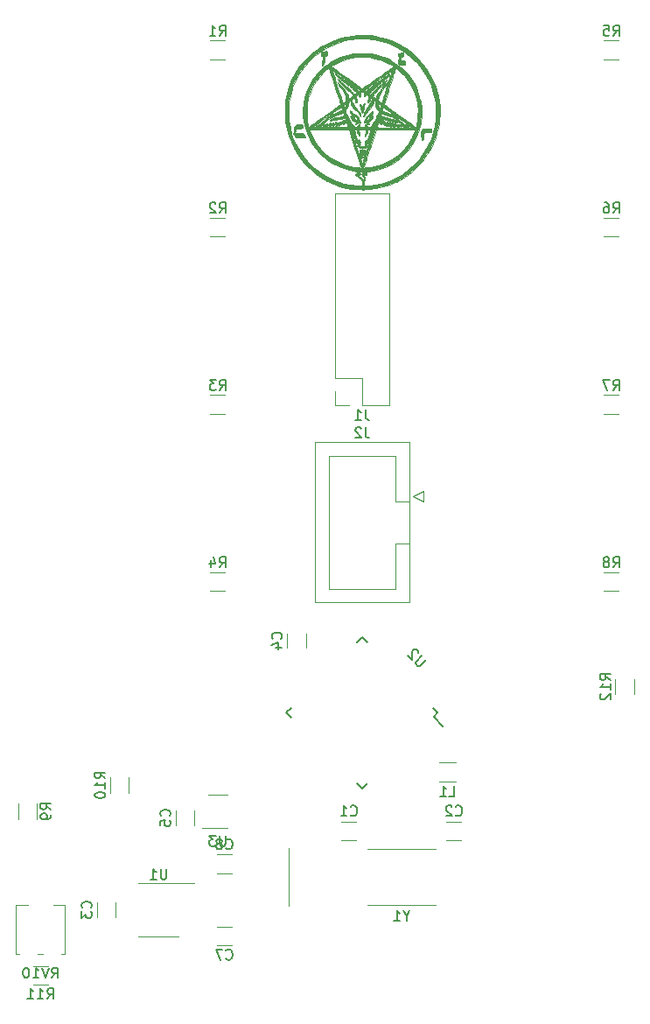
<source format=gbr>
%TF.GenerationSoftware,KiCad,Pcbnew,5.1.9*%
%TF.CreationDate,2021-03-22T22:06:03+01:00*%
%TF.ProjectId,control_voltage_eurorack_module,636f6e74-726f-46c5-9f76-6f6c74616765,rev?*%
%TF.SameCoordinates,Original*%
%TF.FileFunction,Legend,Bot*%
%TF.FilePolarity,Positive*%
%FSLAX46Y46*%
G04 Gerber Fmt 4.6, Leading zero omitted, Abs format (unit mm)*
G04 Created by KiCad (PCBNEW 5.1.9) date 2021-03-22 22:06:03*
%MOMM*%
%LPD*%
G01*
G04 APERTURE LIST*
%ADD10C,0.120000*%
%ADD11C,0.150000*%
%ADD12C,0.010000*%
G04 APERTURE END LIST*
D10*
%TO.C,U3*%
X35295000Y-96815000D02*
X37095000Y-96815000D01*
X37095000Y-100035000D02*
X34645000Y-100035000D01*
%TO.C,U1*%
X30480000Y-110510000D02*
X28530000Y-110510000D01*
X30480000Y-110510000D02*
X32430000Y-110510000D01*
X30480000Y-105390000D02*
X28530000Y-105390000D01*
X30480000Y-105390000D02*
X33930000Y-105390000D01*
%TO.C,RV10*%
X21090000Y-112225000D02*
X21420000Y-112225000D01*
X16680000Y-112225000D02*
X17011000Y-112225000D01*
X18791000Y-112225000D02*
X19310000Y-112225000D01*
X16680000Y-107485000D02*
X17810000Y-107485000D01*
X20290000Y-107485000D02*
X21420000Y-107485000D01*
X16680000Y-112225000D02*
X16680000Y-107485000D01*
X21420000Y-112225000D02*
X21420000Y-107485000D01*
%TO.C,R5*%
X75022064Y-23855000D02*
X73567936Y-23855000D01*
X75022064Y-25675000D02*
X73567936Y-25675000D01*
%TO.C,R4*%
X36922064Y-75290000D02*
X35467936Y-75290000D01*
X36922064Y-77110000D02*
X35467936Y-77110000D01*
%TO.C,R3*%
X36922064Y-58145000D02*
X35467936Y-58145000D01*
X36922064Y-59965000D02*
X35467936Y-59965000D01*
%TO.C,R2*%
X36922064Y-41000000D02*
X35467936Y-41000000D01*
X36922064Y-42820000D02*
X35467936Y-42820000D01*
%TO.C,R1*%
X36922064Y-23855000D02*
X35467936Y-23855000D01*
X36922064Y-25675000D02*
X35467936Y-25675000D01*
%TO.C,L1*%
X57584758Y-95525000D02*
X59255242Y-95525000D01*
X57584758Y-93705000D02*
X59255242Y-93705000D01*
%TO.C,J1*%
X47565000Y-38675000D02*
X52765000Y-38675000D01*
X47565000Y-56515000D02*
X47565000Y-38675000D01*
X52765000Y-59115000D02*
X52765000Y-38675000D01*
X47565000Y-56515000D02*
X50165000Y-56515000D01*
X50165000Y-56515000D02*
X50165000Y-59115000D01*
X50165000Y-59115000D02*
X52765000Y-59115000D01*
X47565000Y-57785000D02*
X47565000Y-59115000D01*
X47565000Y-59115000D02*
X48895000Y-59115000D01*
%TO.C,C7*%
X36118748Y-111400000D02*
X37541252Y-111400000D01*
X36118748Y-109580000D02*
X37541252Y-109580000D01*
%TO.C,C5*%
X32110000Y-98348748D02*
X32110000Y-99771252D01*
X33930000Y-98348748D02*
X33930000Y-99771252D01*
%TO.C,C4*%
X42905000Y-81203748D02*
X42905000Y-82626252D01*
X44725000Y-81203748D02*
X44725000Y-82626252D01*
%TO.C,C3*%
X24490000Y-107238748D02*
X24490000Y-108661252D01*
X26310000Y-107238748D02*
X26310000Y-108661252D01*
%TO.C,C2*%
X58343748Y-101240000D02*
X59766252Y-101240000D01*
X58343748Y-99420000D02*
X59766252Y-99420000D01*
%TO.C,C1*%
X49606252Y-99420000D02*
X48183748Y-99420000D01*
X49606252Y-101240000D02*
X48183748Y-101240000D01*
%TO.C,R6*%
X75022064Y-41000000D02*
X73567936Y-41000000D01*
X75022064Y-42820000D02*
X73567936Y-42820000D01*
%TO.C,R7*%
X75022064Y-58145000D02*
X73567936Y-58145000D01*
X75022064Y-59965000D02*
X73567936Y-59965000D01*
%TO.C,R8*%
X75022064Y-75290000D02*
X73567936Y-75290000D01*
X75022064Y-77110000D02*
X73567936Y-77110000D01*
%TO.C,R9*%
X18690000Y-99152064D02*
X18690000Y-97697936D01*
X16870000Y-99152064D02*
X16870000Y-97697936D01*
%TO.C,R10*%
X25760000Y-95157936D02*
X25760000Y-96612064D01*
X27580000Y-95157936D02*
X27580000Y-96612064D01*
%TO.C,R11*%
X18322936Y-115210000D02*
X19777064Y-115210000D01*
X18322936Y-113390000D02*
X19777064Y-113390000D01*
%TO.C,R12*%
X74655000Y-85632936D02*
X74655000Y-87087064D01*
X76475000Y-85632936D02*
X76475000Y-87087064D01*
%TO.C,J2*%
X54725000Y-62735000D02*
X45605000Y-62735000D01*
X45605000Y-62735000D02*
X45605000Y-78235000D01*
X45605000Y-78235000D02*
X54725000Y-78235000D01*
X54725000Y-78235000D02*
X54725000Y-62735000D01*
X54725000Y-68435000D02*
X53415000Y-68435000D01*
X53415000Y-68435000D02*
X53415000Y-64035000D01*
X53415000Y-64035000D02*
X46915000Y-64035000D01*
X46915000Y-64035000D02*
X46915000Y-76935000D01*
X46915000Y-76935000D02*
X53415000Y-76935000D01*
X53415000Y-76935000D02*
X53415000Y-72535000D01*
X53415000Y-72535000D02*
X53415000Y-72535000D01*
X53415000Y-72535000D02*
X54725000Y-72535000D01*
X55115000Y-67945000D02*
X56115000Y-67445000D01*
X56115000Y-67445000D02*
X56115000Y-68445000D01*
X56115000Y-68445000D02*
X55115000Y-67945000D01*
%TO.C,Y1*%
X50675000Y-107515000D02*
X57275000Y-107515000D01*
X50675000Y-102035000D02*
X57275000Y-102035000D01*
X43100000Y-107575000D02*
X43100000Y-101975000D01*
%TO.C,C8*%
X37541252Y-102595000D02*
X36118748Y-102595000D01*
X37541252Y-104415000D02*
X36118748Y-104415000D01*
D11*
%TO.C,U2*%
X57483555Y-88900000D02*
X57076969Y-89306586D01*
X50165000Y-81581445D02*
X49687703Y-82058742D01*
X42846445Y-88900000D02*
X43323742Y-88422703D01*
X50165000Y-96218555D02*
X50642297Y-95741258D01*
X57483555Y-88900000D02*
X57006258Y-88422703D01*
X50165000Y-96218555D02*
X49687703Y-95741258D01*
X42846445Y-88900000D02*
X43323742Y-89377297D01*
X50165000Y-81581445D02*
X50642297Y-82058742D01*
X57076969Y-89306586D02*
X57978530Y-90208148D01*
D12*
%TO.C,G\u002A\u002A\u002A*%
G36*
X49718917Y-23324932D02*
G01*
X49210744Y-23383839D01*
X48689949Y-23477636D01*
X48174009Y-23602736D01*
X47680397Y-23755555D01*
X47309725Y-23896867D01*
X46747181Y-24154325D01*
X46233422Y-24436846D01*
X45756028Y-24752568D01*
X45302583Y-25109627D01*
X44905620Y-25472147D01*
X44437775Y-25970618D01*
X44022117Y-26504804D01*
X43659475Y-27073070D01*
X43350683Y-27673784D01*
X43096570Y-28305310D01*
X42897968Y-28966017D01*
X42755708Y-29654269D01*
X42745620Y-29718000D01*
X42722862Y-29911823D01*
X42705766Y-30151958D01*
X42694436Y-30423104D01*
X42688980Y-30709962D01*
X42689504Y-30997233D01*
X42696115Y-31269616D01*
X42708920Y-31511811D01*
X42728024Y-31708520D01*
X42731581Y-31734125D01*
X42859654Y-32411710D01*
X43041660Y-33068489D01*
X43275375Y-33698427D01*
X43558575Y-34295493D01*
X43873369Y-34829750D01*
X44078735Y-35123135D01*
X44319609Y-35431297D01*
X44584737Y-35741954D01*
X44862864Y-36042828D01*
X45142739Y-36321636D01*
X45413108Y-36566101D01*
X45610280Y-36725135D01*
X46172870Y-37115653D01*
X46750422Y-37446911D01*
X47348500Y-37721236D01*
X47972668Y-37940958D01*
X48628490Y-38108406D01*
X49132245Y-38199248D01*
X49383110Y-38230345D01*
X49666156Y-38254081D01*
X49963222Y-38269811D01*
X50256146Y-38276890D01*
X50526768Y-38274672D01*
X50756928Y-38262514D01*
X50800000Y-38258475D01*
X51491316Y-38161103D01*
X52145855Y-38014810D01*
X52769074Y-37818095D01*
X53366430Y-37569457D01*
X53451125Y-37529052D01*
X54027774Y-37215872D01*
X54575503Y-36851331D01*
X55090229Y-36440057D01*
X55567867Y-35986679D01*
X56004331Y-35495825D01*
X56395536Y-34972122D01*
X56737399Y-34420200D01*
X57025832Y-33844686D01*
X57256753Y-33250208D01*
X57273922Y-33197951D01*
X57403633Y-32755449D01*
X57512409Y-32298544D01*
X57597556Y-31842635D01*
X57656379Y-31403125D01*
X57686186Y-30995414D01*
X57689411Y-30822830D01*
X57686847Y-30764679D01*
X57308750Y-30764679D01*
X57278274Y-31449692D01*
X57187138Y-32116555D01*
X57035788Y-32763996D01*
X56824665Y-33390738D01*
X56554215Y-33995509D01*
X56224878Y-34577034D01*
X55837100Y-35134038D01*
X55749954Y-35245674D01*
X55529758Y-35502389D01*
X55269097Y-35773173D01*
X54981534Y-36045964D01*
X54680634Y-36308701D01*
X54379964Y-36549322D01*
X54093087Y-36755768D01*
X53943250Y-36852115D01*
X53458729Y-37122561D01*
X52950540Y-37358828D01*
X52431488Y-37556248D01*
X51914374Y-37710149D01*
X51412002Y-37815863D01*
X51228625Y-37842304D01*
X51090911Y-37859879D01*
X50969168Y-37876146D01*
X50883097Y-37888446D01*
X50863500Y-37891585D01*
X50778973Y-37898938D01*
X50642755Y-37902388D01*
X50466511Y-37902329D01*
X50261906Y-37899150D01*
X50040604Y-37893244D01*
X49814269Y-37885002D01*
X49594567Y-37874815D01*
X49393161Y-37863074D01*
X49221716Y-37850171D01*
X49091897Y-37836496D01*
X49054193Y-37830891D01*
X48382635Y-37685846D01*
X47738026Y-37483823D01*
X47122450Y-37226274D01*
X46537995Y-36914651D01*
X45986746Y-36550406D01*
X45470790Y-36134992D01*
X44992212Y-35669861D01*
X44553099Y-35156465D01*
X44155538Y-34596256D01*
X43967708Y-34290000D01*
X43723999Y-33833791D01*
X43521188Y-33368214D01*
X43354697Y-32880206D01*
X43219952Y-32356705D01*
X43132084Y-31904431D01*
X43090009Y-31589898D01*
X43062851Y-31239592D01*
X43050477Y-30869480D01*
X43052753Y-30495530D01*
X43069545Y-30133712D01*
X43100718Y-29799992D01*
X43146140Y-29510339D01*
X43152419Y-29479875D01*
X43281540Y-28938778D01*
X43429574Y-28447758D01*
X43600579Y-27995153D01*
X43798612Y-27569301D01*
X43853836Y-27463750D01*
X44197232Y-26888146D01*
X44589149Y-26351837D01*
X45026573Y-25857016D01*
X45506489Y-25405878D01*
X46025884Y-25000615D01*
X46581745Y-24643421D01*
X47171057Y-24336490D01*
X47790807Y-24082015D01*
X48437981Y-23882190D01*
X48925697Y-23772146D01*
X49044668Y-23750593D01*
X49156267Y-23733903D01*
X49271107Y-23721478D01*
X49399800Y-23712719D01*
X49552958Y-23707028D01*
X49741195Y-23703808D01*
X49975121Y-23702460D01*
X50165000Y-23702308D01*
X50449593Y-23703227D01*
X50680474Y-23706057D01*
X50867414Y-23711275D01*
X51020187Y-23719356D01*
X51148562Y-23730774D01*
X51262313Y-23746006D01*
X51339750Y-23759432D01*
X52009221Y-23912645D01*
X52640219Y-24113915D01*
X53238552Y-24365782D01*
X53810024Y-24670787D01*
X54360442Y-25031469D01*
X54525590Y-25153380D01*
X54661206Y-25263679D01*
X54826984Y-25410165D01*
X55011142Y-25581348D01*
X55201902Y-25765738D01*
X55387482Y-25951845D01*
X55556104Y-26128177D01*
X55695986Y-26283245D01*
X55751021Y-26348664D01*
X56132796Y-26867569D01*
X56464642Y-27422460D01*
X56744560Y-28007674D01*
X56970553Y-28617546D01*
X57140622Y-29246412D01*
X57252769Y-29888607D01*
X57304996Y-30538467D01*
X57308750Y-30764679D01*
X57686847Y-30764679D01*
X57666711Y-30308092D01*
X57601847Y-29765245D01*
X57497751Y-29210882D01*
X57357358Y-28661596D01*
X57243953Y-28303232D01*
X57007133Y-27708957D01*
X56713035Y-27134646D01*
X56365965Y-26584772D01*
X55970227Y-26063808D01*
X55530125Y-25576225D01*
X55049962Y-25126498D01*
X54534045Y-24719097D01*
X53986676Y-24358497D01*
X53412160Y-24049169D01*
X52959000Y-23850719D01*
X52491027Y-23685570D01*
X51991846Y-23545720D01*
X51478721Y-23434582D01*
X50968915Y-23355573D01*
X50479693Y-23312104D01*
X50196993Y-23304500D01*
X49718917Y-23324932D01*
G37*
X49718917Y-23324932D02*
X49210744Y-23383839D01*
X48689949Y-23477636D01*
X48174009Y-23602736D01*
X47680397Y-23755555D01*
X47309725Y-23896867D01*
X46747181Y-24154325D01*
X46233422Y-24436846D01*
X45756028Y-24752568D01*
X45302583Y-25109627D01*
X44905620Y-25472147D01*
X44437775Y-25970618D01*
X44022117Y-26504804D01*
X43659475Y-27073070D01*
X43350683Y-27673784D01*
X43096570Y-28305310D01*
X42897968Y-28966017D01*
X42755708Y-29654269D01*
X42745620Y-29718000D01*
X42722862Y-29911823D01*
X42705766Y-30151958D01*
X42694436Y-30423104D01*
X42688980Y-30709962D01*
X42689504Y-30997233D01*
X42696115Y-31269616D01*
X42708920Y-31511811D01*
X42728024Y-31708520D01*
X42731581Y-31734125D01*
X42859654Y-32411710D01*
X43041660Y-33068489D01*
X43275375Y-33698427D01*
X43558575Y-34295493D01*
X43873369Y-34829750D01*
X44078735Y-35123135D01*
X44319609Y-35431297D01*
X44584737Y-35741954D01*
X44862864Y-36042828D01*
X45142739Y-36321636D01*
X45413108Y-36566101D01*
X45610280Y-36725135D01*
X46172870Y-37115653D01*
X46750422Y-37446911D01*
X47348500Y-37721236D01*
X47972668Y-37940958D01*
X48628490Y-38108406D01*
X49132245Y-38199248D01*
X49383110Y-38230345D01*
X49666156Y-38254081D01*
X49963222Y-38269811D01*
X50256146Y-38276890D01*
X50526768Y-38274672D01*
X50756928Y-38262514D01*
X50800000Y-38258475D01*
X51491316Y-38161103D01*
X52145855Y-38014810D01*
X52769074Y-37818095D01*
X53366430Y-37569457D01*
X53451125Y-37529052D01*
X54027774Y-37215872D01*
X54575503Y-36851331D01*
X55090229Y-36440057D01*
X55567867Y-35986679D01*
X56004331Y-35495825D01*
X56395536Y-34972122D01*
X56737399Y-34420200D01*
X57025832Y-33844686D01*
X57256753Y-33250208D01*
X57273922Y-33197951D01*
X57403633Y-32755449D01*
X57512409Y-32298544D01*
X57597556Y-31842635D01*
X57656379Y-31403125D01*
X57686186Y-30995414D01*
X57689411Y-30822830D01*
X57686847Y-30764679D01*
X57308750Y-30764679D01*
X57278274Y-31449692D01*
X57187138Y-32116555D01*
X57035788Y-32763996D01*
X56824665Y-33390738D01*
X56554215Y-33995509D01*
X56224878Y-34577034D01*
X55837100Y-35134038D01*
X55749954Y-35245674D01*
X55529758Y-35502389D01*
X55269097Y-35773173D01*
X54981534Y-36045964D01*
X54680634Y-36308701D01*
X54379964Y-36549322D01*
X54093087Y-36755768D01*
X53943250Y-36852115D01*
X53458729Y-37122561D01*
X52950540Y-37358828D01*
X52431488Y-37556248D01*
X51914374Y-37710149D01*
X51412002Y-37815863D01*
X51228625Y-37842304D01*
X51090911Y-37859879D01*
X50969168Y-37876146D01*
X50883097Y-37888446D01*
X50863500Y-37891585D01*
X50778973Y-37898938D01*
X50642755Y-37902388D01*
X50466511Y-37902329D01*
X50261906Y-37899150D01*
X50040604Y-37893244D01*
X49814269Y-37885002D01*
X49594567Y-37874815D01*
X49393161Y-37863074D01*
X49221716Y-37850171D01*
X49091897Y-37836496D01*
X49054193Y-37830891D01*
X48382635Y-37685846D01*
X47738026Y-37483823D01*
X47122450Y-37226274D01*
X46537995Y-36914651D01*
X45986746Y-36550406D01*
X45470790Y-36134992D01*
X44992212Y-35669861D01*
X44553099Y-35156465D01*
X44155538Y-34596256D01*
X43967708Y-34290000D01*
X43723999Y-33833791D01*
X43521188Y-33368214D01*
X43354697Y-32880206D01*
X43219952Y-32356705D01*
X43132084Y-31904431D01*
X43090009Y-31589898D01*
X43062851Y-31239592D01*
X43050477Y-30869480D01*
X43052753Y-30495530D01*
X43069545Y-30133712D01*
X43100718Y-29799992D01*
X43146140Y-29510339D01*
X43152419Y-29479875D01*
X43281540Y-28938778D01*
X43429574Y-28447758D01*
X43600579Y-27995153D01*
X43798612Y-27569301D01*
X43853836Y-27463750D01*
X44197232Y-26888146D01*
X44589149Y-26351837D01*
X45026573Y-25857016D01*
X45506489Y-25405878D01*
X46025884Y-25000615D01*
X46581745Y-24643421D01*
X47171057Y-24336490D01*
X47790807Y-24082015D01*
X48437981Y-23882190D01*
X48925697Y-23772146D01*
X49044668Y-23750593D01*
X49156267Y-23733903D01*
X49271107Y-23721478D01*
X49399800Y-23712719D01*
X49552958Y-23707028D01*
X49741195Y-23703808D01*
X49975121Y-23702460D01*
X50165000Y-23702308D01*
X50449593Y-23703227D01*
X50680474Y-23706057D01*
X50867414Y-23711275D01*
X51020187Y-23719356D01*
X51148562Y-23730774D01*
X51262313Y-23746006D01*
X51339750Y-23759432D01*
X52009221Y-23912645D01*
X52640219Y-24113915D01*
X53238552Y-24365782D01*
X53810024Y-24670787D01*
X54360442Y-25031469D01*
X54525590Y-25153380D01*
X54661206Y-25263679D01*
X54826984Y-25410165D01*
X55011142Y-25581348D01*
X55201902Y-25765738D01*
X55387482Y-25951845D01*
X55556104Y-26128177D01*
X55695986Y-26283245D01*
X55751021Y-26348664D01*
X56132796Y-26867569D01*
X56464642Y-27422460D01*
X56744560Y-28007674D01*
X56970553Y-28617546D01*
X57140622Y-29246412D01*
X57252769Y-29888607D01*
X57304996Y-30538467D01*
X57308750Y-30764679D01*
X57686847Y-30764679D01*
X57666711Y-30308092D01*
X57601847Y-29765245D01*
X57497751Y-29210882D01*
X57357358Y-28661596D01*
X57243953Y-28303232D01*
X57007133Y-27708957D01*
X56713035Y-27134646D01*
X56365965Y-26584772D01*
X55970227Y-26063808D01*
X55530125Y-25576225D01*
X55049962Y-25126498D01*
X54534045Y-24719097D01*
X53986676Y-24358497D01*
X53412160Y-24049169D01*
X52959000Y-23850719D01*
X52491027Y-23685570D01*
X51991846Y-23545720D01*
X51478721Y-23434582D01*
X50968915Y-23355573D01*
X50479693Y-23312104D01*
X50196993Y-23304500D01*
X49718917Y-23324932D01*
G36*
X49686754Y-36624636D02*
G01*
X49568108Y-36702067D01*
X49512275Y-36780476D01*
X49519258Y-36857145D01*
X49589057Y-36929360D01*
X49686595Y-36980634D01*
X49759032Y-37024071D01*
X49857113Y-37100117D01*
X49963313Y-37194812D01*
X49998514Y-37229134D01*
X50201465Y-37432085D01*
X50179935Y-37604410D01*
X50170102Y-37706265D01*
X50175682Y-37764384D01*
X50200578Y-37797480D01*
X50223115Y-37811367D01*
X50280715Y-37838849D01*
X50310564Y-37832065D01*
X50327629Y-37779933D01*
X50337156Y-37726937D01*
X50354745Y-37634950D01*
X50381111Y-37508621D01*
X50410292Y-37376428D01*
X50436365Y-37255374D01*
X50446866Y-37177167D01*
X50441731Y-37123080D01*
X50420899Y-37074384D01*
X50409228Y-37054030D01*
X50368075Y-36979414D01*
X50365861Y-36939221D01*
X50409622Y-36912973D01*
X50464086Y-36894338D01*
X50575527Y-36841617D01*
X50628583Y-36773587D01*
X50628316Y-36687537D01*
X50600896Y-36630345D01*
X50543905Y-36609513D01*
X50505708Y-36608099D01*
X50329959Y-36619477D01*
X50210098Y-36651820D01*
X50148206Y-36704512D01*
X50143767Y-36714951D01*
X50128524Y-36793913D01*
X50147640Y-36866757D01*
X50207799Y-36953337D01*
X50234603Y-36984675D01*
X50295555Y-37065636D01*
X50315903Y-37133458D01*
X50310333Y-37190776D01*
X50288884Y-37267628D01*
X50265229Y-37313971D01*
X50233369Y-37304460D01*
X50170669Y-37256907D01*
X50088700Y-37180530D01*
X50057170Y-37148244D01*
X49874692Y-36956935D01*
X49940471Y-36873310D01*
X49991934Y-36796755D01*
X49998404Y-36738040D01*
X49958120Y-36673759D01*
X49922532Y-36634966D01*
X49838813Y-36547582D01*
X49686754Y-36624636D01*
G37*
X49686754Y-36624636D02*
X49568108Y-36702067D01*
X49512275Y-36780476D01*
X49519258Y-36857145D01*
X49589057Y-36929360D01*
X49686595Y-36980634D01*
X49759032Y-37024071D01*
X49857113Y-37100117D01*
X49963313Y-37194812D01*
X49998514Y-37229134D01*
X50201465Y-37432085D01*
X50179935Y-37604410D01*
X50170102Y-37706265D01*
X50175682Y-37764384D01*
X50200578Y-37797480D01*
X50223115Y-37811367D01*
X50280715Y-37838849D01*
X50310564Y-37832065D01*
X50327629Y-37779933D01*
X50337156Y-37726937D01*
X50354745Y-37634950D01*
X50381111Y-37508621D01*
X50410292Y-37376428D01*
X50436365Y-37255374D01*
X50446866Y-37177167D01*
X50441731Y-37123080D01*
X50420899Y-37074384D01*
X50409228Y-37054030D01*
X50368075Y-36979414D01*
X50365861Y-36939221D01*
X50409622Y-36912973D01*
X50464086Y-36894338D01*
X50575527Y-36841617D01*
X50628583Y-36773587D01*
X50628316Y-36687537D01*
X50600896Y-36630345D01*
X50543905Y-36609513D01*
X50505708Y-36608099D01*
X50329959Y-36619477D01*
X50210098Y-36651820D01*
X50148206Y-36704512D01*
X50143767Y-36714951D01*
X50128524Y-36793913D01*
X50147640Y-36866757D01*
X50207799Y-36953337D01*
X50234603Y-36984675D01*
X50295555Y-37065636D01*
X50315903Y-37133458D01*
X50310333Y-37190776D01*
X50288884Y-37267628D01*
X50265229Y-37313971D01*
X50233369Y-37304460D01*
X50170669Y-37256907D01*
X50088700Y-37180530D01*
X50057170Y-37148244D01*
X49874692Y-36956935D01*
X49940471Y-36873310D01*
X49991934Y-36796755D01*
X49998404Y-36738040D01*
X49958120Y-36673759D01*
X49922532Y-36634966D01*
X49838813Y-36547582D01*
X49686754Y-36624636D01*
G36*
X49325956Y-25123222D02*
G01*
X48748112Y-25238970D01*
X48390823Y-25340590D01*
X48075936Y-25455628D01*
X47737140Y-25606754D01*
X47391456Y-25784602D01*
X47055905Y-25979809D01*
X46747510Y-26183010D01*
X46483293Y-26384843D01*
X46465905Y-26399517D01*
X46047983Y-26791887D01*
X45668568Y-27223176D01*
X45335165Y-27683737D01*
X45055278Y-28163927D01*
X44989076Y-28297329D01*
X44761225Y-28846237D01*
X44592889Y-29410657D01*
X44483725Y-29985683D01*
X44433392Y-30566407D01*
X44441549Y-31147924D01*
X44507854Y-31725327D01*
X44631966Y-32293708D01*
X44813545Y-32848160D01*
X45052247Y-33383778D01*
X45347732Y-33895654D01*
X45382170Y-33948021D01*
X45742145Y-34432694D01*
X46145583Y-34872612D01*
X46588907Y-35265675D01*
X47068542Y-35609785D01*
X47580911Y-35902843D01*
X48122439Y-36142749D01*
X48689548Y-36327405D01*
X49278663Y-36454712D01*
X49752250Y-36512940D01*
X49957945Y-36528560D01*
X50124557Y-36536662D01*
X50276066Y-36537184D01*
X50436452Y-36530064D01*
X50629692Y-36515237D01*
X50683931Y-36510498D01*
X51278124Y-36426614D01*
X51856200Y-36282872D01*
X52160231Y-36172967D01*
X50071891Y-36172967D01*
X49771002Y-36153203D01*
X49596637Y-36136778D01*
X49396033Y-36110369D01*
X49204691Y-36078832D01*
X49150768Y-36068360D01*
X48584465Y-35921915D01*
X48043393Y-35720071D01*
X47531170Y-35465872D01*
X47051415Y-35162362D01*
X46607748Y-34812585D01*
X46203789Y-34419588D01*
X45843155Y-33986412D01*
X45529467Y-33516104D01*
X45266344Y-33011707D01*
X45131893Y-32687732D01*
X45093637Y-32582139D01*
X45067859Y-32503213D01*
X45059511Y-32466259D01*
X45059939Y-32465354D01*
X45092453Y-32464437D01*
X45182935Y-32464165D01*
X45325857Y-32464501D01*
X45515692Y-32465413D01*
X45746912Y-32466865D01*
X46013989Y-32468822D01*
X46311394Y-32471250D01*
X46633601Y-32474114D01*
X46970453Y-32477334D01*
X48871780Y-32496125D01*
X48959314Y-32766000D01*
X48987668Y-32853591D01*
X49033000Y-32993841D01*
X49092797Y-33178972D01*
X49164549Y-33401206D01*
X49245744Y-33652765D01*
X49333873Y-33925872D01*
X49426424Y-34212749D01*
X49482065Y-34385250D01*
X49575428Y-34674257D01*
X49665457Y-34952073D01*
X49749723Y-35211260D01*
X49825793Y-35444377D01*
X49891238Y-35643985D01*
X49943625Y-35802643D01*
X49980525Y-35912912D01*
X49994587Y-35953796D01*
X50071891Y-36172967D01*
X52160231Y-36172967D01*
X52413711Y-36081336D01*
X52946210Y-35824067D01*
X53449248Y-35513129D01*
X53918377Y-35150583D01*
X54221206Y-34870195D01*
X54631910Y-34419885D01*
X54984984Y-33944115D01*
X55281404Y-33440936D01*
X55522146Y-32908396D01*
X55652915Y-32512060D01*
X55276750Y-32512060D01*
X55263581Y-32567532D01*
X55227662Y-32667344D01*
X55174378Y-32798905D01*
X55109112Y-32949628D01*
X55037249Y-33106923D01*
X54964171Y-33258202D01*
X54923731Y-33337500D01*
X54646901Y-33800355D01*
X54316469Y-34235942D01*
X53938363Y-34639098D01*
X53518510Y-35004659D01*
X53062836Y-35327464D01*
X52577268Y-35602350D01*
X52070000Y-35823308D01*
X51706480Y-35945320D01*
X51339247Y-36043183D01*
X50984268Y-36113454D01*
X50657504Y-36152696D01*
X50509432Y-36159610D01*
X50298238Y-36163250D01*
X50498953Y-35552062D01*
X50555510Y-35379644D01*
X50628064Y-35158144D01*
X50712924Y-34898850D01*
X50806397Y-34613050D01*
X50904792Y-34312033D01*
X51004416Y-34007086D01*
X51101356Y-33710179D01*
X51490285Y-32518573D01*
X51212750Y-32518573D01*
X51202787Y-32559464D01*
X51173175Y-32659290D01*
X51124337Y-32816738D01*
X51056693Y-33030497D01*
X50970663Y-33299256D01*
X50866669Y-33621702D01*
X50745130Y-33996524D01*
X50606468Y-34422411D01*
X50451102Y-34898052D01*
X50377336Y-35123437D01*
X50316772Y-35305714D01*
X50262035Y-35465433D01*
X50216390Y-35593471D01*
X50183099Y-35680708D01*
X50165428Y-35718021D01*
X50164292Y-35718750D01*
X50146080Y-35691031D01*
X50115026Y-35618021D01*
X50077546Y-35514939D01*
X50073986Y-35504437D01*
X50036942Y-35392953D01*
X49986412Y-35238599D01*
X49924636Y-35048397D01*
X49853857Y-34829369D01*
X49776315Y-34588536D01*
X49694253Y-34332919D01*
X49609910Y-34069540D01*
X49525529Y-33805421D01*
X49443351Y-33547583D01*
X49365618Y-33303048D01*
X49294570Y-33078837D01*
X49232449Y-32881971D01*
X49181497Y-32719473D01*
X49143954Y-32598364D01*
X49122063Y-32525665D01*
X49117250Y-32507274D01*
X49142625Y-32482493D01*
X49159387Y-32480250D01*
X49190170Y-32510974D01*
X49220622Y-32599111D01*
X49239522Y-32686469D01*
X49269848Y-32818674D01*
X49315014Y-32978263D01*
X49366008Y-33133768D01*
X49373598Y-33154782D01*
X49423967Y-33298026D01*
X49470675Y-33440922D01*
X49505094Y-33556855D01*
X49510040Y-33575625D01*
X49565233Y-33740360D01*
X49637286Y-33850775D01*
X49734469Y-33915465D01*
X49863375Y-33942891D01*
X49948257Y-33944999D01*
X49974626Y-33929414D01*
X49943622Y-33891247D01*
X49885811Y-33846602D01*
X49770223Y-33726596D01*
X49702669Y-33576246D01*
X49688928Y-33469436D01*
X49679130Y-33423104D01*
X49652783Y-33331302D01*
X49614223Y-33208527D01*
X49579718Y-33104311D01*
X49531179Y-32952421D01*
X49489001Y-32805223D01*
X49458995Y-32683773D01*
X49449113Y-32631062D01*
X49427540Y-32480250D01*
X49542270Y-32480250D01*
X49618852Y-32485540D01*
X49651295Y-32510962D01*
X49658639Y-32567562D01*
X49672427Y-32647042D01*
X49706448Y-32761133D01*
X49752762Y-32887533D01*
X49803434Y-33003942D01*
X49835633Y-33064844D01*
X49885087Y-33107179D01*
X49920442Y-33106237D01*
X49947065Y-33087886D01*
X49953842Y-33050087D01*
X49941400Y-32976409D01*
X49927621Y-32918769D01*
X49898775Y-32791336D01*
X49873921Y-32662751D01*
X49866070Y-32614070D01*
X49846393Y-32478016D01*
X50172384Y-32487070D01*
X50498375Y-32496125D01*
X50488771Y-32647671D01*
X50472115Y-32773913D01*
X50442564Y-32900459D01*
X50433208Y-32929475D01*
X50399761Y-33031163D01*
X50390843Y-33087204D01*
X50407135Y-33110802D01*
X50442813Y-33115217D01*
X50494352Y-33086975D01*
X50553107Y-33012631D01*
X50610870Y-32907681D01*
X50659432Y-32787621D01*
X50690582Y-32667948D01*
X50694704Y-32639756D01*
X50713595Y-32480250D01*
X50836173Y-32480250D01*
X50918959Y-32486848D01*
X50954192Y-32511231D01*
X50958750Y-32536450D01*
X50947751Y-32617105D01*
X50918634Y-32737587D01*
X50877224Y-32878909D01*
X50829343Y-33022083D01*
X50780816Y-33148121D01*
X50751484Y-33212258D01*
X50699152Y-33345969D01*
X50673903Y-33475595D01*
X50673000Y-33499384D01*
X50649356Y-33641385D01*
X50585887Y-33767187D01*
X50493795Y-33856672D01*
X50465615Y-33871933D01*
X50411744Y-33913120D01*
X50410131Y-33952211D01*
X50460023Y-33972192D01*
X50470076Y-33972500D01*
X50572593Y-33943905D01*
X50673228Y-33868639D01*
X50758598Y-33762483D01*
X50815318Y-33641214D01*
X50831053Y-33546938D01*
X50844580Y-33485741D01*
X50878665Y-33392280D01*
X50910014Y-33321067D01*
X50953848Y-33216426D01*
X51002775Y-33080967D01*
X51051693Y-32931343D01*
X51095500Y-32784207D01*
X51129092Y-32656215D01*
X51147369Y-32564021D01*
X51149250Y-32540198D01*
X51163248Y-32490565D01*
X51181000Y-32480250D01*
X51210740Y-32505186D01*
X51212750Y-32518573D01*
X51490285Y-32518573D01*
X51503044Y-32479484D01*
X53389897Y-32480754D01*
X53792594Y-32481522D01*
X54153527Y-32483226D01*
X54469705Y-32485815D01*
X54738135Y-32489239D01*
X54955826Y-32493450D01*
X55119786Y-32498398D01*
X55227023Y-32504032D01*
X55274545Y-32510303D01*
X55276750Y-32512060D01*
X55652915Y-32512060D01*
X55708186Y-32344545D01*
X55726246Y-32263038D01*
X54911625Y-32263038D01*
X54886762Y-32268601D01*
X54805450Y-32273292D01*
X54674734Y-32277135D01*
X54501659Y-32280155D01*
X54293271Y-32282377D01*
X54056614Y-32283828D01*
X53798733Y-32284531D01*
X53526673Y-32284512D01*
X53247480Y-32283796D01*
X52968197Y-32282408D01*
X52695871Y-32280374D01*
X52437546Y-32277719D01*
X52200266Y-32274468D01*
X51991078Y-32270645D01*
X51817026Y-32266277D01*
X51685155Y-32261388D01*
X51602510Y-32256003D01*
X51576291Y-32251123D01*
X51578562Y-32216586D01*
X51597600Y-32140659D01*
X51601851Y-32126529D01*
X51339750Y-32126529D01*
X51322100Y-32203007D01*
X51279533Y-32251674D01*
X51255862Y-32258000D01*
X51227095Y-32245601D01*
X51242051Y-32199099D01*
X51243554Y-32196268D01*
X51284041Y-32137921D01*
X51320986Y-32109428D01*
X51339479Y-32121600D01*
X51339750Y-32126529D01*
X51601851Y-32126529D01*
X51627650Y-32040779D01*
X51662956Y-31934381D01*
X51697763Y-31838900D01*
X51726315Y-31771773D01*
X51741713Y-31750000D01*
X51768244Y-31771647D01*
X51821003Y-31826533D01*
X51852010Y-31861125D01*
X51924471Y-31927406D01*
X51994688Y-31966240D01*
X52048059Y-31972401D01*
X52069981Y-31940663D01*
X52070000Y-31939137D01*
X52052054Y-31898449D01*
X52005125Y-31824358D01*
X51943000Y-31737815D01*
X51860100Y-31614287D01*
X51821561Y-31516120D01*
X51822760Y-31428273D01*
X51835272Y-31387471D01*
X51852516Y-31356013D01*
X51880922Y-31342708D01*
X51931434Y-31349481D01*
X52014990Y-31378254D01*
X52142532Y-31430951D01*
X52184305Y-31448833D01*
X52489042Y-31552039D01*
X52705778Y-31593228D01*
X52922717Y-31634706D01*
X53150564Y-31702275D01*
X53237375Y-31734879D01*
X53358860Y-31780990D01*
X53458487Y-31813458D01*
X53521593Y-31827754D01*
X53534771Y-31826735D01*
X53560717Y-31787349D01*
X53533098Y-31730281D01*
X53461655Y-31660637D01*
X53326403Y-31557367D01*
X53189979Y-31481157D01*
X53033030Y-31423582D01*
X52836201Y-31376218D01*
X52785516Y-31366310D01*
X52558842Y-31319690D01*
X52382123Y-31274013D01*
X52242034Y-31224918D01*
X52125251Y-31168044D01*
X52063019Y-31129822D01*
X51990085Y-31075475D01*
X51963012Y-31031948D01*
X51970941Y-30981509D01*
X51971406Y-30980244D01*
X51992784Y-30934009D01*
X52022174Y-30915908D01*
X52074342Y-30926032D01*
X52164057Y-30964473D01*
X52200780Y-30981673D01*
X52296905Y-31020422D01*
X52432334Y-31066677D01*
X52584650Y-31113013D01*
X52661155Y-31134162D01*
X52857305Y-31190023D01*
X53019215Y-31247206D01*
X53161460Y-31314013D01*
X53298616Y-31398744D01*
X53445261Y-31509698D01*
X53615969Y-31655177D01*
X53686847Y-31718250D01*
X53809396Y-31823226D01*
X53937122Y-31924709D01*
X54048381Y-32005738D01*
X54080970Y-32027095D01*
X54175423Y-32089223D01*
X54214399Y-32121921D01*
X54199025Y-32124538D01*
X54130429Y-32096422D01*
X54038500Y-32051625D01*
X53938268Y-32006779D01*
X53851408Y-31978001D01*
X53815219Y-31972250D01*
X53729850Y-31956958D01*
X53688858Y-31940290D01*
X53633587Y-31927170D01*
X53598299Y-31963441D01*
X53571789Y-31999664D01*
X53540932Y-31992389D01*
X53503629Y-31960789D01*
X53421378Y-31919579D01*
X53372238Y-31924470D01*
X53306123Y-31923881D01*
X53236719Y-31872401D01*
X53228604Y-31863832D01*
X53156137Y-31803493D01*
X53095341Y-31783663D01*
X53059120Y-31806577D01*
X53054250Y-31833656D01*
X53043970Y-31856316D01*
X53009529Y-31827547D01*
X52988446Y-31801906D01*
X52920341Y-31739272D01*
X52856770Y-31718658D01*
X52812303Y-31741130D01*
X52800250Y-31788129D01*
X52823499Y-31846037D01*
X52884010Y-31927929D01*
X52967929Y-32020115D01*
X53061401Y-32108903D01*
X53150574Y-32180603D01*
X53221593Y-32221523D01*
X53243583Y-32226250D01*
X53299249Y-32211547D01*
X53298667Y-32172235D01*
X53260625Y-32131000D01*
X53215209Y-32081368D01*
X53220425Y-32059759D01*
X53266959Y-32073258D01*
X53305214Y-32097088D01*
X53381685Y-32141675D01*
X53444753Y-32162538D01*
X53449206Y-32162750D01*
X53512874Y-32179441D01*
X53578997Y-32213865D01*
X53644524Y-32242093D01*
X53703865Y-32246525D01*
X53739687Y-32230310D01*
X53734655Y-32196596D01*
X53726310Y-32187109D01*
X53689205Y-32138610D01*
X53699656Y-32122954D01*
X53748953Y-32143545D01*
X53781482Y-32165538D01*
X53856743Y-32205356D01*
X53913235Y-32208028D01*
X53936769Y-32175638D01*
X53930536Y-32143663D01*
X53923879Y-32107804D01*
X53949218Y-32105684D01*
X54014365Y-32138732D01*
X54062499Y-32167770D01*
X54172290Y-32215637D01*
X54319734Y-32242583D01*
X54399622Y-32248781D01*
X54553861Y-32250445D01*
X54654392Y-32236155D01*
X54698574Y-32206833D01*
X54687155Y-32173333D01*
X54408917Y-32173333D01*
X54404559Y-32192208D01*
X54387750Y-32194500D01*
X54361617Y-32182883D01*
X54366584Y-32173333D01*
X54404264Y-32169533D01*
X54408917Y-32173333D01*
X54687155Y-32173333D01*
X54683769Y-32163401D01*
X54673500Y-32153105D01*
X54616932Y-32117512D01*
X54525348Y-32075087D01*
X54467125Y-32052564D01*
X54355314Y-32008861D01*
X54255480Y-31959511D01*
X54156983Y-31896783D01*
X54049185Y-31812948D01*
X53921446Y-31700274D01*
X53763127Y-31551031D01*
X53721000Y-31510461D01*
X53543743Y-31342825D01*
X53397006Y-31214439D01*
X53268582Y-31117579D01*
X53146265Y-31044519D01*
X53017851Y-30987532D01*
X52871132Y-30938893D01*
X52775974Y-30912301D01*
X52637726Y-30871276D01*
X52488899Y-30820616D01*
X52345012Y-30766354D01*
X52340436Y-30764432D01*
X51778842Y-30764432D01*
X51758160Y-30818503D01*
X51709079Y-30870453D01*
X51658203Y-30942489D01*
X51602655Y-31062975D01*
X51551275Y-31210250D01*
X51487236Y-31387977D01*
X51405182Y-31569621D01*
X51313097Y-31741013D01*
X51218963Y-31887981D01*
X51130763Y-31996354D01*
X51086590Y-32035151D01*
X51010217Y-32114084D01*
X50990500Y-32180786D01*
X50983864Y-32229289D01*
X50952435Y-32251724D01*
X50878939Y-32257864D01*
X50854004Y-32258000D01*
X50766053Y-32253356D01*
X50718232Y-32230005D01*
X50687334Y-32173818D01*
X50678969Y-32151424D01*
X50624393Y-32044485D01*
X50556237Y-31973153D01*
X50486549Y-31948519D01*
X50463578Y-31953150D01*
X50431393Y-31978538D01*
X50422176Y-32032088D01*
X50430038Y-32115751D01*
X50449536Y-32258000D01*
X49903934Y-32258000D01*
X49922817Y-32154812D01*
X49928049Y-32047503D01*
X49902235Y-31986906D01*
X49855196Y-31971128D01*
X49796750Y-31998279D01*
X49736717Y-32066466D01*
X49684918Y-32173797D01*
X49675614Y-32202437D01*
X49638191Y-32244234D01*
X49553039Y-32257966D01*
X49546872Y-32258000D01*
X49470734Y-32251692D01*
X49469698Y-32250812D01*
X49129658Y-32250812D01*
X49104093Y-32253908D01*
X49097842Y-32252791D01*
X49049276Y-32218236D01*
X49048190Y-32216539D01*
X48768000Y-32216539D01*
X48757550Y-32225922D01*
X48723239Y-32233848D01*
X48660631Y-32240430D01*
X48565288Y-32245774D01*
X48432773Y-32249992D01*
X48258647Y-32253191D01*
X48038474Y-32255482D01*
X47767815Y-32256974D01*
X47442234Y-32257777D01*
X47085250Y-32258000D01*
X46765098Y-32257564D01*
X46464946Y-32256313D01*
X46190626Y-32254328D01*
X45947969Y-32251693D01*
X45742806Y-32248490D01*
X45580969Y-32244802D01*
X45468289Y-32240711D01*
X45410597Y-32236299D01*
X45404129Y-32234187D01*
X45429305Y-32209216D01*
X45498461Y-32153781D01*
X45603622Y-32073925D01*
X45736815Y-31975696D01*
X45890064Y-31865139D01*
X45904192Y-31855060D01*
X46091431Y-31721392D01*
X46311927Y-31563675D01*
X46547423Y-31394987D01*
X46779661Y-31228406D01*
X46990140Y-31077185D01*
X47162969Y-30952943D01*
X47321801Y-30838882D01*
X47458248Y-30741016D01*
X47563923Y-30665357D01*
X47630439Y-30617920D01*
X47645909Y-30607000D01*
X47703977Y-30566041D01*
X47795731Y-30500853D01*
X47903233Y-30424184D01*
X47924522Y-30408968D01*
X48028352Y-30335705D01*
X48092481Y-30295751D01*
X48128644Y-30285174D01*
X48148572Y-30300044D01*
X48161451Y-30329593D01*
X48200065Y-30440858D01*
X48214075Y-30509398D01*
X48205199Y-30550276D01*
X48188718Y-30568533D01*
X48147587Y-30592431D01*
X48058858Y-30637668D01*
X47932717Y-30699258D01*
X47779353Y-30772216D01*
X47635111Y-30839484D01*
X47402443Y-30948978D01*
X47215926Y-31042476D01*
X47062916Y-31127978D01*
X46930771Y-31213481D01*
X46806848Y-31306983D01*
X46678505Y-31416481D01*
X46577594Y-31508480D01*
X46297851Y-31744734D01*
X46021189Y-31929431D01*
X45821851Y-32033239D01*
X45732194Y-32081256D01*
X45672145Y-32125555D01*
X45656500Y-32149511D01*
X45684479Y-32179480D01*
X45753875Y-32204480D01*
X45775563Y-32208752D01*
X45910576Y-32208939D01*
X46082165Y-32169205D01*
X46295597Y-32088317D01*
X46302061Y-32085519D01*
X46378086Y-32054023D01*
X46409572Y-32049863D01*
X46410045Y-32074673D01*
X46403109Y-32097728D01*
X46399486Y-32148710D01*
X46441892Y-32162745D01*
X46443347Y-32162750D01*
X46502597Y-32144104D01*
X46588151Y-32097471D01*
X46678641Y-32036810D01*
X46752697Y-31976078D01*
X46783635Y-31940484D01*
X46795438Y-31897037D01*
X46760135Y-31889068D01*
X46684218Y-31918006D01*
X46683389Y-31918429D01*
X46602716Y-31946656D01*
X46541948Y-31931623D01*
X46538962Y-31929753D01*
X46489838Y-31914991D01*
X46417556Y-31927763D01*
X46319010Y-31965008D01*
X46217191Y-32004078D01*
X46155919Y-32020067D01*
X46140491Y-32013652D01*
X46176204Y-31985511D01*
X46232987Y-31954010D01*
X46305890Y-31913361D01*
X46386688Y-31861076D01*
X46485194Y-31790040D01*
X46611221Y-31693139D01*
X46774581Y-31563256D01*
X46799695Y-31543077D01*
X47028530Y-31382319D01*
X47241592Y-31280396D01*
X47244195Y-31279483D01*
X47400637Y-31221246D01*
X47582241Y-31147924D01*
X47771296Y-31067227D01*
X47950092Y-30986869D01*
X48100918Y-30914561D01*
X48188431Y-30868324D01*
X48274060Y-30824705D01*
X48320132Y-30816373D01*
X48336448Y-30834247D01*
X48354736Y-30892305D01*
X48381558Y-30976529D01*
X48384204Y-30984800D01*
X48407059Y-31058840D01*
X48418460Y-31100948D01*
X48418750Y-31103217D01*
X48393288Y-31122526D01*
X48329022Y-31159050D01*
X48293357Y-31177680D01*
X48164527Y-31225905D01*
X47978209Y-31267993D01*
X47732148Y-31304391D01*
X47561500Y-31323039D01*
X47400472Y-31356816D01*
X47244309Y-31418832D01*
X47230811Y-31426034D01*
X47119488Y-31496923D01*
X47047834Y-31560919D01*
X47016968Y-31610822D01*
X47028007Y-31639433D01*
X47082071Y-31639553D01*
X47180277Y-31603983D01*
X47205010Y-31592104D01*
X47299389Y-31552419D01*
X47400809Y-31528073D01*
X47530302Y-31515184D01*
X47644254Y-31511002D01*
X47926129Y-31491983D01*
X48159851Y-31449257D01*
X48340284Y-31383863D01*
X48378902Y-31362633D01*
X48481929Y-31300519D01*
X48513840Y-31384451D01*
X48536650Y-31454527D01*
X48539264Y-31512242D01*
X48517125Y-31576518D01*
X48465676Y-31666274D01*
X48433813Y-31716778D01*
X48376919Y-31809730D01*
X48337085Y-31881775D01*
X48323500Y-31915216D01*
X48344887Y-31942717D01*
X48397610Y-31935412D01*
X48464516Y-31899493D01*
X48528358Y-31841263D01*
X48582299Y-31782326D01*
X48617030Y-31753999D01*
X48621890Y-31753950D01*
X48639511Y-31793159D01*
X48668133Y-31873749D01*
X48701523Y-31975984D01*
X48733447Y-32080131D01*
X48757671Y-32166452D01*
X48767962Y-32215214D01*
X48768000Y-32216539D01*
X49048190Y-32216539D01*
X49004351Y-32148085D01*
X49000421Y-32138937D01*
X48976432Y-32063663D01*
X48984083Y-32039949D01*
X49018840Y-32067162D01*
X49076174Y-32144670D01*
X49079644Y-32149996D01*
X49122212Y-32220154D01*
X49129658Y-32250812D01*
X49469698Y-32250812D01*
X49439428Y-32225117D01*
X49434506Y-32186562D01*
X49409286Y-32120954D01*
X49329459Y-32055755D01*
X49307839Y-32042931D01*
X49211069Y-31962183D01*
X49104148Y-31828200D01*
X48992406Y-31649333D01*
X48881173Y-31433930D01*
X48796696Y-31242278D01*
X48745274Y-31125860D01*
X48696631Y-31030850D01*
X48659622Y-30974196D01*
X48653494Y-30968220D01*
X48616896Y-30918305D01*
X48575651Y-30832249D01*
X48557409Y-30783666D01*
X48528847Y-30692817D01*
X48523647Y-30638293D01*
X48543185Y-30596844D01*
X48570335Y-30565320D01*
X48656249Y-30444006D01*
X48737243Y-30280056D01*
X48804198Y-30094198D01*
X48835224Y-29970808D01*
X48609250Y-29970808D01*
X48598132Y-30024713D01*
X48570086Y-30107971D01*
X48533073Y-30201315D01*
X48495057Y-30285474D01*
X48464000Y-30341178D01*
X48451325Y-30353000D01*
X48424108Y-30326264D01*
X48393007Y-30261086D01*
X48390106Y-30253012D01*
X48362246Y-30158208D01*
X48367280Y-30097929D01*
X48412682Y-30048510D01*
X48454759Y-30019625D01*
X48069017Y-30019625D01*
X48044494Y-30053163D01*
X47981239Y-30104723D01*
X47928524Y-30140366D01*
X47847571Y-30194115D01*
X47731135Y-30274774D01*
X47594752Y-30371445D01*
X47453956Y-30473230D01*
X47453258Y-30473741D01*
X47309698Y-30578166D01*
X47167989Y-30680397D01*
X47044728Y-30768509D01*
X46958433Y-30829250D01*
X46915074Y-30859340D01*
X46872899Y-30888830D01*
X46826637Y-30921531D01*
X46771015Y-30961257D01*
X46700760Y-31011822D01*
X46610601Y-31077040D01*
X46495266Y-31160723D01*
X46349481Y-31266685D01*
X46167975Y-31398740D01*
X45945476Y-31560701D01*
X45688250Y-31747979D01*
X45509541Y-31877223D01*
X45346853Y-31993215D01*
X45207461Y-32090901D01*
X45098641Y-32165231D01*
X45027667Y-32211150D01*
X45002740Y-32224066D01*
X44977303Y-32197100D01*
X44948706Y-32125401D01*
X44931266Y-32059562D01*
X44869792Y-31718269D01*
X44826847Y-31344924D01*
X44803211Y-30958614D01*
X44799661Y-30578429D01*
X44816977Y-30223456D01*
X44846137Y-29972000D01*
X44965593Y-29399291D01*
X45143335Y-28851630D01*
X45379082Y-28329525D01*
X45672552Y-27833488D01*
X46023462Y-27364028D01*
X46431532Y-26921656D01*
X46636975Y-26728648D01*
X46741038Y-26637699D01*
X46829308Y-26565450D01*
X46890330Y-26520998D01*
X46910532Y-26511292D01*
X46929128Y-26540187D01*
X46963102Y-26620960D01*
X47009210Y-26744779D01*
X47064210Y-26902813D01*
X47124858Y-27086231D01*
X47146641Y-27154229D01*
X47207475Y-27344656D01*
X47283911Y-27582289D01*
X47371704Y-27854017D01*
X47466604Y-28146727D01*
X47564365Y-28447309D01*
X47660738Y-28742651D01*
X47709777Y-28892500D01*
X47792037Y-29144399D01*
X47867681Y-29377609D01*
X47934489Y-29585172D01*
X47990245Y-29760128D01*
X48032730Y-29895518D01*
X48059726Y-29984382D01*
X48069017Y-30019625D01*
X48454759Y-30019625D01*
X48466323Y-30011687D01*
X48549124Y-29960604D01*
X48592354Y-29943148D01*
X48608007Y-29955887D01*
X48609250Y-29970808D01*
X48835224Y-29970808D01*
X48839670Y-29953130D01*
X48862453Y-29846505D01*
X48887162Y-29772947D01*
X48925732Y-29715030D01*
X48990097Y-29655332D01*
X49092192Y-29576429D01*
X49103578Y-29567836D01*
X49207137Y-29492632D01*
X49293871Y-29435023D01*
X49349855Y-29404053D01*
X49360221Y-29401149D01*
X49386521Y-29428949D01*
X49422061Y-29502902D01*
X49459701Y-29607810D01*
X49464322Y-29622750D01*
X49504204Y-29742443D01*
X49537890Y-29811434D01*
X49572096Y-29841194D01*
X49594414Y-29845000D01*
X49634203Y-29834925D01*
X49652596Y-29793877D01*
X49657000Y-29707780D01*
X49645903Y-29590321D01*
X49618087Y-29460498D01*
X49605560Y-29419591D01*
X49554119Y-29268620D01*
X49661122Y-29177100D01*
X49740280Y-29112675D01*
X49786055Y-29090625D01*
X49811847Y-29110389D01*
X49830701Y-29169994D01*
X49873277Y-29261763D01*
X49937845Y-29303388D01*
X49951711Y-29304763D01*
X49985877Y-29277697D01*
X50006721Y-29209261D01*
X50010108Y-29120920D01*
X49999431Y-29057100D01*
X49985181Y-28977146D01*
X50003263Y-28927906D01*
X50027802Y-28905054D01*
X50115499Y-28841986D01*
X50176382Y-28819281D01*
X50229682Y-28833575D01*
X50271114Y-28862480D01*
X50320263Y-28909181D01*
X50340135Y-28961595D01*
X50338019Y-29044453D01*
X50334400Y-29077150D01*
X50328712Y-29182150D01*
X50344999Y-29244744D01*
X50366377Y-29269351D01*
X50425362Y-29295594D01*
X50469464Y-29261996D01*
X50498455Y-29177885D01*
X50519334Y-29111454D01*
X50540745Y-29083016D01*
X50541153Y-29083000D01*
X50578353Y-29099413D01*
X50647270Y-29140932D01*
X50684395Y-29165483D01*
X50747451Y-29210436D01*
X50780097Y-29249270D01*
X50784476Y-29298937D01*
X50762729Y-29376389D01*
X50724106Y-29479875D01*
X50687615Y-29605319D01*
X50675941Y-29714967D01*
X50689389Y-29793575D01*
X50717246Y-29823434D01*
X50771424Y-29813117D01*
X50837632Y-29756780D01*
X50904184Y-29667309D01*
X50959394Y-29557592D01*
X50960212Y-29555511D01*
X51009350Y-29429835D01*
X51219151Y-29581358D01*
X51428953Y-29732880D01*
X51440106Y-29971502D01*
X51464689Y-30171863D01*
X51523659Y-30348110D01*
X51625661Y-30522152D01*
X51692624Y-30611568D01*
X51757384Y-30701540D01*
X51778842Y-30764432D01*
X52340436Y-30764432D01*
X52221584Y-30714522D01*
X52134136Y-30671152D01*
X52105307Y-30651624D01*
X52105112Y-30616584D01*
X52120011Y-30543588D01*
X52143952Y-30454557D01*
X52170886Y-30371412D01*
X52194765Y-30316074D01*
X52199940Y-30308703D01*
X52232950Y-30316657D01*
X52307648Y-30357501D01*
X52415154Y-30425720D01*
X52546588Y-30515796D01*
X52631822Y-30577003D01*
X52802750Y-30701849D01*
X52991367Y-30839781D01*
X53190912Y-30985837D01*
X53394619Y-31135054D01*
X53595726Y-31282472D01*
X53787470Y-31423128D01*
X53963087Y-31552061D01*
X54115814Y-31664310D01*
X54238888Y-31754912D01*
X54325544Y-31818906D01*
X54369021Y-31851329D01*
X54371875Y-31853538D01*
X54410244Y-31882616D01*
X54486469Y-31939400D01*
X54587240Y-32013994D01*
X54641750Y-32054199D01*
X54749900Y-32134902D01*
X54839958Y-32204009D01*
X54898538Y-32251161D01*
X54911625Y-32263038D01*
X55726246Y-32263038D01*
X55840498Y-31747433D01*
X55867235Y-31579598D01*
X55897801Y-31287676D01*
X55911475Y-30959603D01*
X55910034Y-30767060D01*
X55557196Y-30767060D01*
X55547025Y-31076394D01*
X55523698Y-31388677D01*
X55488441Y-31686719D01*
X55442477Y-31953330D01*
X55396925Y-32138937D01*
X55372654Y-32214394D01*
X55355342Y-32255479D01*
X55352713Y-32258000D01*
X55325459Y-32240118D01*
X55255480Y-32190477D01*
X55151099Y-32115085D01*
X55020639Y-32019949D01*
X54889426Y-31923605D01*
X54759464Y-31828246D01*
X54586945Y-31702202D01*
X54380793Y-31551963D01*
X54149933Y-31384021D01*
X53903286Y-31204866D01*
X53649777Y-31020990D01*
X53398328Y-30838883D01*
X53376803Y-30823308D01*
X53148178Y-30657300D01*
X52935874Y-30502002D01*
X52745371Y-30361507D01*
X52582149Y-30239908D01*
X52458311Y-30146306D01*
X51966066Y-30146306D01*
X51952545Y-30214311D01*
X51942543Y-30246027D01*
X51906397Y-30353527D01*
X51879837Y-30404863D01*
X51853072Y-30404344D01*
X51816314Y-30356275D01*
X51789627Y-30313312D01*
X51745631Y-30216436D01*
X51711108Y-30097078D01*
X51703561Y-30056000D01*
X51691896Y-29965634D01*
X51694756Y-29925601D01*
X51715927Y-29923649D01*
X51740461Y-29936510D01*
X51805527Y-29980510D01*
X51884027Y-30041257D01*
X51891150Y-30047161D01*
X51948059Y-30100103D01*
X51966066Y-30146306D01*
X52458311Y-30146306D01*
X52451686Y-30141299D01*
X52359463Y-30069771D01*
X52310959Y-30029418D01*
X52304897Y-30022640D01*
X52306451Y-29995570D01*
X52320021Y-29933866D01*
X52346549Y-29834396D01*
X52386977Y-29694028D01*
X52442245Y-29509633D01*
X52513295Y-29278078D01*
X52601069Y-28996232D01*
X52706508Y-28660964D01*
X52830553Y-28269142D01*
X52859454Y-28178125D01*
X52934003Y-27943354D01*
X53016724Y-27682686D01*
X53100113Y-27419779D01*
X53176665Y-27178290D01*
X53219358Y-27043523D01*
X53275565Y-26871460D01*
X53323672Y-26733500D01*
X53064755Y-26733500D01*
X53059547Y-26761800D01*
X53036909Y-26839796D01*
X53000049Y-26957132D01*
X52952177Y-27103453D01*
X52924543Y-27185937D01*
X52822401Y-27492184D01*
X52707820Y-27842060D01*
X52586356Y-28218297D01*
X52463568Y-28603627D01*
X52345014Y-28980783D01*
X52293516Y-29146500D01*
X52222597Y-29375412D01*
X52167871Y-29550573D01*
X52126749Y-29678891D01*
X52096641Y-29767273D01*
X52074959Y-29822628D01*
X52059114Y-29851863D01*
X52046517Y-29861886D01*
X52034578Y-29859605D01*
X52027680Y-29855797D01*
X51981621Y-29825984D01*
X51905095Y-29773642D01*
X51855688Y-29739043D01*
X51779855Y-29678243D01*
X51736631Y-29617561D01*
X51724389Y-29543193D01*
X51741500Y-29441332D01*
X51786335Y-29298172D01*
X51799314Y-29261022D01*
X51831968Y-29173599D01*
X51867621Y-29092535D01*
X51912093Y-29008285D01*
X51971201Y-28911306D01*
X52050763Y-28792052D01*
X52156598Y-28640979D01*
X52294523Y-28448542D01*
X52294915Y-28448000D01*
X52393119Y-28304795D01*
X52475610Y-28171501D01*
X52540641Y-28053594D01*
X52586467Y-27956555D01*
X52611342Y-27885859D01*
X52613522Y-27846987D01*
X52591260Y-27845416D01*
X52542813Y-27886624D01*
X52466433Y-27976089D01*
X52430274Y-28023144D01*
X52346637Y-28129992D01*
X52242197Y-28257295D01*
X52138796Y-28378459D01*
X52133500Y-28384500D01*
X51916353Y-28647576D01*
X51737234Y-28897740D01*
X51600425Y-29128240D01*
X51510206Y-29332321D01*
X51489075Y-29401363D01*
X51476347Y-29435691D01*
X51453924Y-29443071D01*
X51408933Y-29419756D01*
X51328495Y-29361996D01*
X51312237Y-29349876D01*
X51153019Y-29231008D01*
X51254322Y-29089320D01*
X51306324Y-29025742D01*
X51395700Y-28926374D01*
X51514377Y-28799770D01*
X51654278Y-28654486D01*
X51807329Y-28499076D01*
X51879673Y-28426793D01*
X52092499Y-28213080D01*
X52260786Y-28038958D01*
X52387099Y-27901434D01*
X52474004Y-27797513D01*
X52524067Y-27724203D01*
X52539853Y-27678511D01*
X52534087Y-27663253D01*
X52503481Y-27674144D01*
X52439877Y-27721423D01*
X52354752Y-27796154D01*
X52315195Y-27833720D01*
X52207696Y-27932966D01*
X52068951Y-28053818D01*
X51918401Y-28179634D01*
X51800125Y-28274565D01*
X51641373Y-28405291D01*
X51467042Y-28558749D01*
X51302176Y-28712470D01*
X51209072Y-28804843D01*
X50935518Y-29086067D01*
X50836009Y-29002336D01*
X50765020Y-28922843D01*
X50736553Y-28846760D01*
X50736500Y-28843926D01*
X50748067Y-28772395D01*
X50774142Y-28754428D01*
X50801791Y-28793248D01*
X50810414Y-28825506D01*
X50842277Y-28898574D01*
X50892099Y-28939577D01*
X50942620Y-28938142D01*
X50963308Y-28917387D01*
X50983868Y-28864730D01*
X51009060Y-28773678D01*
X51024471Y-28706030D01*
X51045818Y-28611379D01*
X51061889Y-28570858D01*
X51078785Y-28576126D01*
X51096750Y-28607218D01*
X51143907Y-28668723D01*
X51189513Y-28666939D01*
X51227659Y-28612380D01*
X51278290Y-28555337D01*
X51322793Y-28536607D01*
X51368231Y-28513042D01*
X51400594Y-28448905D01*
X51419100Y-28376228D01*
X51439385Y-28288609D01*
X51455640Y-28254767D01*
X51475428Y-28266046D01*
X51492790Y-28291904D01*
X51527499Y-28337477D01*
X51560643Y-28332798D01*
X51595265Y-28303754D01*
X51643823Y-28233954D01*
X51675917Y-28142650D01*
X51676104Y-28141665D01*
X51701627Y-28053970D01*
X51732726Y-28014932D01*
X51763104Y-28030628D01*
X51771997Y-28049112D01*
X51811512Y-28096820D01*
X51866965Y-28088021D01*
X51932348Y-28025796D01*
X51988609Y-27938074D01*
X52039074Y-27849708D01*
X52071627Y-27809958D01*
X52096501Y-27810520D01*
X52117219Y-27833688D01*
X52155262Y-27871494D01*
X52195703Y-27858380D01*
X52214600Y-27843551D01*
X52261827Y-27786398D01*
X52313542Y-27698106D01*
X52330646Y-27662187D01*
X52372461Y-27582136D01*
X52409924Y-27533768D01*
X52422685Y-27527250D01*
X52458198Y-27505591D01*
X52522782Y-27449355D01*
X52603581Y-27371653D01*
X52687736Y-27285595D01*
X52762389Y-27204292D01*
X52814682Y-27140854D01*
X52832000Y-27109898D01*
X52809766Y-27081745D01*
X52753339Y-27086524D01*
X52678140Y-27117530D01*
X52599585Y-27168056D01*
X52533094Y-27231397D01*
X52523179Y-27244214D01*
X52462074Y-27294298D01*
X52407654Y-27316964D01*
X52340117Y-27352235D01*
X52261217Y-27418076D01*
X52233258Y-27447592D01*
X52165499Y-27514290D01*
X52107313Y-27554084D01*
X52089537Y-27559000D01*
X52040119Y-27580602D01*
X51973453Y-27634423D01*
X51953732Y-27654250D01*
X51879880Y-27715169D01*
X51808491Y-27747778D01*
X51793576Y-27749500D01*
X51734834Y-27770196D01*
X51662571Y-27820168D01*
X51598306Y-27881240D01*
X51563557Y-27935237D01*
X51562000Y-27945090D01*
X51534757Y-27966368D01*
X51469688Y-27986979D01*
X51389125Y-28021746D01*
X51298841Y-28084304D01*
X51271250Y-28108782D01*
X51183913Y-28185998D01*
X51097014Y-28253348D01*
X51076367Y-28267334D01*
X51001569Y-28332488D01*
X50951649Y-28403281D01*
X50911064Y-28457228D01*
X50873344Y-28465953D01*
X50821418Y-28466229D01*
X50752167Y-28486202D01*
X50693516Y-28515504D01*
X50672843Y-28540408D01*
X50654742Y-28575163D01*
X50610316Y-28636866D01*
X50599559Y-28650510D01*
X50537484Y-28712161D01*
X50480572Y-28725287D01*
X50456842Y-28719808D01*
X50402411Y-28691798D01*
X50387250Y-28669375D01*
X50390502Y-28666286D01*
X49943319Y-28666286D01*
X49937551Y-28687935D01*
X49923860Y-28705332D01*
X49862171Y-28753473D01*
X49810013Y-28762302D01*
X49784479Y-28729834D01*
X49784000Y-28721569D01*
X49761468Y-28677925D01*
X49703431Y-28611962D01*
X49649063Y-28561371D01*
X49560123Y-28484500D01*
X49503566Y-28433644D01*
X49463782Y-28393229D01*
X49425165Y-28347686D01*
X49386390Y-28299306D01*
X49304238Y-28222520D01*
X49208582Y-28166674D01*
X49195586Y-28161907D01*
X49123541Y-28131269D01*
X49086731Y-28102201D01*
X49085500Y-28097626D01*
X49060181Y-28067623D01*
X48994999Y-28020017D01*
X48934688Y-27983015D01*
X48824438Y-27913867D01*
X48718326Y-27838218D01*
X48679583Y-27807051D01*
X48608679Y-27752006D01*
X48555366Y-27720575D01*
X48544357Y-27717750D01*
X48504404Y-27697449D01*
X48439996Y-27646297D01*
X48410524Y-27619222D01*
X48316556Y-27540370D01*
X48215357Y-27470948D01*
X48196500Y-27460139D01*
X48074037Y-27391063D01*
X47980473Y-27330411D01*
X47887596Y-27258852D01*
X47819490Y-27201812D01*
X47723600Y-27131275D01*
X47640856Y-27090131D01*
X47582934Y-27082462D01*
X47561500Y-27111613D01*
X47583072Y-27149911D01*
X47640770Y-27218723D01*
X47724068Y-27307819D01*
X47822439Y-27406966D01*
X47925357Y-27505932D01*
X48022296Y-27594485D01*
X48102729Y-27662394D01*
X48156130Y-27699426D01*
X48169923Y-27703019D01*
X48212010Y-27718387D01*
X48270589Y-27776166D01*
X48301742Y-27817388D01*
X48363842Y-27896922D01*
X48414723Y-27931049D01*
X48469759Y-27931582D01*
X48534817Y-27934268D01*
X48581708Y-27982529D01*
X48594071Y-28004845D01*
X48644342Y-28077011D01*
X48714091Y-28149658D01*
X48784158Y-28205106D01*
X48833454Y-28225750D01*
X48861064Y-28199585D01*
X48871978Y-28170187D01*
X48889177Y-28155892D01*
X48921647Y-28198776D01*
X48956001Y-28267324D01*
X49012055Y-28366778D01*
X49067796Y-28429953D01*
X49114388Y-28449498D01*
X49141805Y-28421962D01*
X49170844Y-28386160D01*
X49213363Y-28412325D01*
X49269269Y-28500394D01*
X49279054Y-28519437D01*
X49350376Y-28648584D01*
X49407798Y-28721634D01*
X49455945Y-28743230D01*
X49487962Y-28729113D01*
X49525419Y-28705063D01*
X49548790Y-28718629D01*
X49567171Y-28780039D01*
X49576797Y-28829000D01*
X49584571Y-28907230D01*
X49560558Y-28955510D01*
X49497390Y-28999174D01*
X49426454Y-29031035D01*
X49378900Y-29034450D01*
X49374076Y-29030924D01*
X49343613Y-28994683D01*
X49284335Y-28923887D01*
X49208122Y-28832728D01*
X49194770Y-28816746D01*
X49095758Y-28710645D01*
X48966968Y-28589601D01*
X48831051Y-28474503D01*
X48784269Y-28438192D01*
X48666633Y-28343952D01*
X48521024Y-28218871D01*
X48363872Y-28077500D01*
X48211609Y-27934390D01*
X48172688Y-27896576D01*
X48049642Y-27778996D01*
X47945713Y-27685422D01*
X47867944Y-27621761D01*
X47823376Y-27593919D01*
X47815500Y-27596951D01*
X47837000Y-27658999D01*
X47895955Y-27754578D01*
X47984054Y-27873202D01*
X48092983Y-28004385D01*
X48214430Y-28137643D01*
X48340081Y-28262489D01*
X48351766Y-28273375D01*
X48551174Y-28459589D01*
X48735087Y-28634392D01*
X48898402Y-28792700D01*
X49036015Y-28929431D01*
X49142823Y-29039502D01*
X49213724Y-29117831D01*
X49243614Y-29159334D01*
X49244250Y-29162292D01*
X49219653Y-29197941D01*
X49153976Y-29258165D01*
X49059397Y-29332949D01*
X48948089Y-29412280D01*
X48907626Y-29439141D01*
X48879443Y-29422897D01*
X48840174Y-29347193D01*
X48791243Y-29214825D01*
X48787602Y-29203840D01*
X48707807Y-29001007D01*
X48601264Y-28803051D01*
X48460774Y-28599134D01*
X48279139Y-28378418D01*
X48132788Y-28217812D01*
X47999340Y-28078156D01*
X47902515Y-27982920D01*
X47837599Y-27928316D01*
X47799880Y-27910559D01*
X47784647Y-27925863D01*
X47783750Y-27937411D01*
X47800707Y-27973045D01*
X47847194Y-28050451D01*
X47916642Y-28159161D01*
X48002479Y-28288707D01*
X48027917Y-28326348D01*
X48166987Y-28531635D01*
X48275024Y-28692595D01*
X48356840Y-28817313D01*
X48417251Y-28913876D01*
X48461070Y-28990369D01*
X48493110Y-29054879D01*
X48518187Y-29115493D01*
X48541113Y-29180295D01*
X48547294Y-29198761D01*
X48584646Y-29340970D01*
X48603059Y-29475485D01*
X48603236Y-29533438D01*
X48592236Y-29615451D01*
X48564327Y-29673170D01*
X48505311Y-29727352D01*
X48438975Y-29773562D01*
X48354511Y-29828865D01*
X48294036Y-29866315D01*
X48273651Y-29876750D01*
X48261013Y-29848072D01*
X48232833Y-29768598D01*
X48192423Y-29648168D01*
X48143099Y-29496621D01*
X48099835Y-29360812D01*
X48049581Y-29202644D01*
X47983438Y-28995995D01*
X47905236Y-28752744D01*
X47818803Y-28484771D01*
X47727969Y-28203956D01*
X47636563Y-27922177D01*
X47587424Y-27771068D01*
X47507053Y-27522638D01*
X47433951Y-27293760D01*
X47370245Y-27091318D01*
X47318060Y-26922191D01*
X47279520Y-26793262D01*
X47256752Y-26711412D01*
X47251572Y-26683595D01*
X47282049Y-26693488D01*
X47346355Y-26733342D01*
X47405432Y-26775809D01*
X47501342Y-26847425D01*
X47640621Y-26950297D01*
X47815154Y-27078509D01*
X48016827Y-27226146D01*
X48237525Y-27387291D01*
X48469133Y-27556030D01*
X48703537Y-27726446D01*
X48932623Y-27892625D01*
X49148275Y-28048649D01*
X49342380Y-28188605D01*
X49412843Y-28239245D01*
X49597187Y-28371932D01*
X49735516Y-28473044D01*
X49833561Y-28547807D01*
X49897056Y-28601450D01*
X49931731Y-28639200D01*
X49943319Y-28666286D01*
X50390502Y-28666286D01*
X50412318Y-28645569D01*
X50483966Y-28589114D01*
X50596866Y-28503931D01*
X50745687Y-28393943D01*
X50925100Y-28263072D01*
X51129775Y-28115241D01*
X51354381Y-27954372D01*
X51490563Y-27857437D01*
X51734842Y-27683770D01*
X51971444Y-27515229D01*
X52193479Y-27356745D01*
X52394058Y-27213251D01*
X52566291Y-27089678D01*
X52703288Y-26990956D01*
X52798160Y-26922018D01*
X52823059Y-26903672D01*
X52925698Y-26828425D01*
X53007579Y-26770207D01*
X53056555Y-26737570D01*
X53064755Y-26733500D01*
X53323672Y-26733500D01*
X53327465Y-26722625D01*
X53371397Y-26606746D01*
X53403699Y-26533550D01*
X53419375Y-26512155D01*
X53462260Y-26533449D01*
X53540364Y-26591785D01*
X53644503Y-26678813D01*
X53765495Y-26786182D01*
X53894156Y-26905540D01*
X54021301Y-27028536D01*
X54137747Y-27146819D01*
X54234310Y-27252039D01*
X54239127Y-27257587D01*
X54597201Y-27719499D01*
X54901017Y-28213918D01*
X55149873Y-28739236D01*
X55343069Y-29293848D01*
X55479904Y-29876147D01*
X55533177Y-30226000D01*
X55552989Y-30477865D01*
X55557196Y-30767060D01*
X55910034Y-30767060D01*
X55908892Y-30614544D01*
X55890682Y-30271667D01*
X55857478Y-29950139D01*
X55809913Y-29669127D01*
X55803176Y-29638625D01*
X55634353Y-29025611D01*
X55415975Y-28452102D01*
X55148259Y-27918386D01*
X54831420Y-27424746D01*
X54465675Y-26971471D01*
X54051238Y-26558844D01*
X53785937Y-26345822D01*
X53181250Y-26345822D01*
X53174976Y-26358781D01*
X53152914Y-26381335D01*
X53110206Y-26417122D01*
X53041994Y-26469778D01*
X52943418Y-26542940D01*
X52809621Y-26640247D01*
X52635744Y-26765334D01*
X52416929Y-26921840D01*
X52308125Y-26999480D01*
X51918919Y-27276899D01*
X51578181Y-27519351D01*
X51282837Y-27728956D01*
X51029812Y-27907835D01*
X50816029Y-28058107D01*
X50638415Y-28181893D01*
X50493894Y-28281311D01*
X50379390Y-28358483D01*
X50291828Y-28415529D01*
X50228133Y-28454567D01*
X50185230Y-28477719D01*
X50160043Y-28487104D01*
X50151072Y-28486478D01*
X50111088Y-28459038D01*
X50032786Y-28403740D01*
X49929322Y-28329909D01*
X49862364Y-28281835D01*
X49753178Y-28203207D01*
X49606368Y-28097394D01*
X49435788Y-27974387D01*
X49255295Y-27844177D01*
X49101375Y-27733094D01*
X48926894Y-27607558D01*
X48715414Y-27456062D01*
X48481832Y-27289238D01*
X48241047Y-27117717D01*
X48007956Y-26952132D01*
X47888349Y-26867383D01*
X47702782Y-26734948D01*
X47535418Y-26613404D01*
X47392970Y-26507798D01*
X47282149Y-26423174D01*
X47209668Y-26364578D01*
X47182241Y-26337054D01*
X47182173Y-26336625D01*
X47208888Y-26303417D01*
X47284070Y-26250002D01*
X47397952Y-26181492D01*
X47540769Y-26102999D01*
X47702752Y-26019635D01*
X47874136Y-25936513D01*
X48045153Y-25858743D01*
X48206037Y-25791439D01*
X48272445Y-25765959D01*
X48722665Y-25618587D01*
X49163371Y-25516246D01*
X49614543Y-25455439D01*
X50096159Y-25432666D01*
X50178109Y-25432319D01*
X50525711Y-25440241D01*
X50841307Y-25465300D01*
X51144683Y-25510756D01*
X51455623Y-25579869D01*
X51793915Y-25675900D01*
X51943000Y-25723124D01*
X52083384Y-25773607D01*
X52245529Y-25839873D01*
X52419775Y-25917064D01*
X52596464Y-26000322D01*
X52765933Y-26084788D01*
X52918525Y-26165606D01*
X53044579Y-26237918D01*
X53134435Y-26296865D01*
X53178433Y-26337589D01*
X53181250Y-26345822D01*
X53785937Y-26345822D01*
X53588327Y-26187153D01*
X53077156Y-25856683D01*
X52856079Y-25734440D01*
X52537150Y-25575530D01*
X52239323Y-25449095D01*
X51936665Y-25344948D01*
X51679917Y-25272466D01*
X51075983Y-25143508D01*
X50485364Y-25075585D01*
X49903531Y-25068792D01*
X49325956Y-25123222D01*
G37*
X49325956Y-25123222D02*
X48748112Y-25238970D01*
X48390823Y-25340590D01*
X48075936Y-25455628D01*
X47737140Y-25606754D01*
X47391456Y-25784602D01*
X47055905Y-25979809D01*
X46747510Y-26183010D01*
X46483293Y-26384843D01*
X46465905Y-26399517D01*
X46047983Y-26791887D01*
X45668568Y-27223176D01*
X45335165Y-27683737D01*
X45055278Y-28163927D01*
X44989076Y-28297329D01*
X44761225Y-28846237D01*
X44592889Y-29410657D01*
X44483725Y-29985683D01*
X44433392Y-30566407D01*
X44441549Y-31147924D01*
X44507854Y-31725327D01*
X44631966Y-32293708D01*
X44813545Y-32848160D01*
X45052247Y-33383778D01*
X45347732Y-33895654D01*
X45382170Y-33948021D01*
X45742145Y-34432694D01*
X46145583Y-34872612D01*
X46588907Y-35265675D01*
X47068542Y-35609785D01*
X47580911Y-35902843D01*
X48122439Y-36142749D01*
X48689548Y-36327405D01*
X49278663Y-36454712D01*
X49752250Y-36512940D01*
X49957945Y-36528560D01*
X50124557Y-36536662D01*
X50276066Y-36537184D01*
X50436452Y-36530064D01*
X50629692Y-36515237D01*
X50683931Y-36510498D01*
X51278124Y-36426614D01*
X51856200Y-36282872D01*
X52160231Y-36172967D01*
X50071891Y-36172967D01*
X49771002Y-36153203D01*
X49596637Y-36136778D01*
X49396033Y-36110369D01*
X49204691Y-36078832D01*
X49150768Y-36068360D01*
X48584465Y-35921915D01*
X48043393Y-35720071D01*
X47531170Y-35465872D01*
X47051415Y-35162362D01*
X46607748Y-34812585D01*
X46203789Y-34419588D01*
X45843155Y-33986412D01*
X45529467Y-33516104D01*
X45266344Y-33011707D01*
X45131893Y-32687732D01*
X45093637Y-32582139D01*
X45067859Y-32503213D01*
X45059511Y-32466259D01*
X45059939Y-32465354D01*
X45092453Y-32464437D01*
X45182935Y-32464165D01*
X45325857Y-32464501D01*
X45515692Y-32465413D01*
X45746912Y-32466865D01*
X46013989Y-32468822D01*
X46311394Y-32471250D01*
X46633601Y-32474114D01*
X46970453Y-32477334D01*
X48871780Y-32496125D01*
X48959314Y-32766000D01*
X48987668Y-32853591D01*
X49033000Y-32993841D01*
X49092797Y-33178972D01*
X49164549Y-33401206D01*
X49245744Y-33652765D01*
X49333873Y-33925872D01*
X49426424Y-34212749D01*
X49482065Y-34385250D01*
X49575428Y-34674257D01*
X49665457Y-34952073D01*
X49749723Y-35211260D01*
X49825793Y-35444377D01*
X49891238Y-35643985D01*
X49943625Y-35802643D01*
X49980525Y-35912912D01*
X49994587Y-35953796D01*
X50071891Y-36172967D01*
X52160231Y-36172967D01*
X52413711Y-36081336D01*
X52946210Y-35824067D01*
X53449248Y-35513129D01*
X53918377Y-35150583D01*
X54221206Y-34870195D01*
X54631910Y-34419885D01*
X54984984Y-33944115D01*
X55281404Y-33440936D01*
X55522146Y-32908396D01*
X55652915Y-32512060D01*
X55276750Y-32512060D01*
X55263581Y-32567532D01*
X55227662Y-32667344D01*
X55174378Y-32798905D01*
X55109112Y-32949628D01*
X55037249Y-33106923D01*
X54964171Y-33258202D01*
X54923731Y-33337500D01*
X54646901Y-33800355D01*
X54316469Y-34235942D01*
X53938363Y-34639098D01*
X53518510Y-35004659D01*
X53062836Y-35327464D01*
X52577268Y-35602350D01*
X52070000Y-35823308D01*
X51706480Y-35945320D01*
X51339247Y-36043183D01*
X50984268Y-36113454D01*
X50657504Y-36152696D01*
X50509432Y-36159610D01*
X50298238Y-36163250D01*
X50498953Y-35552062D01*
X50555510Y-35379644D01*
X50628064Y-35158144D01*
X50712924Y-34898850D01*
X50806397Y-34613050D01*
X50904792Y-34312033D01*
X51004416Y-34007086D01*
X51101356Y-33710179D01*
X51490285Y-32518573D01*
X51212750Y-32518573D01*
X51202787Y-32559464D01*
X51173175Y-32659290D01*
X51124337Y-32816738D01*
X51056693Y-33030497D01*
X50970663Y-33299256D01*
X50866669Y-33621702D01*
X50745130Y-33996524D01*
X50606468Y-34422411D01*
X50451102Y-34898052D01*
X50377336Y-35123437D01*
X50316772Y-35305714D01*
X50262035Y-35465433D01*
X50216390Y-35593471D01*
X50183099Y-35680708D01*
X50165428Y-35718021D01*
X50164292Y-35718750D01*
X50146080Y-35691031D01*
X50115026Y-35618021D01*
X50077546Y-35514939D01*
X50073986Y-35504437D01*
X50036942Y-35392953D01*
X49986412Y-35238599D01*
X49924636Y-35048397D01*
X49853857Y-34829369D01*
X49776315Y-34588536D01*
X49694253Y-34332919D01*
X49609910Y-34069540D01*
X49525529Y-33805421D01*
X49443351Y-33547583D01*
X49365618Y-33303048D01*
X49294570Y-33078837D01*
X49232449Y-32881971D01*
X49181497Y-32719473D01*
X49143954Y-32598364D01*
X49122063Y-32525665D01*
X49117250Y-32507274D01*
X49142625Y-32482493D01*
X49159387Y-32480250D01*
X49190170Y-32510974D01*
X49220622Y-32599111D01*
X49239522Y-32686469D01*
X49269848Y-32818674D01*
X49315014Y-32978263D01*
X49366008Y-33133768D01*
X49373598Y-33154782D01*
X49423967Y-33298026D01*
X49470675Y-33440922D01*
X49505094Y-33556855D01*
X49510040Y-33575625D01*
X49565233Y-33740360D01*
X49637286Y-33850775D01*
X49734469Y-33915465D01*
X49863375Y-33942891D01*
X49948257Y-33944999D01*
X49974626Y-33929414D01*
X49943622Y-33891247D01*
X49885811Y-33846602D01*
X49770223Y-33726596D01*
X49702669Y-33576246D01*
X49688928Y-33469436D01*
X49679130Y-33423104D01*
X49652783Y-33331302D01*
X49614223Y-33208527D01*
X49579718Y-33104311D01*
X49531179Y-32952421D01*
X49489001Y-32805223D01*
X49458995Y-32683773D01*
X49449113Y-32631062D01*
X49427540Y-32480250D01*
X49542270Y-32480250D01*
X49618852Y-32485540D01*
X49651295Y-32510962D01*
X49658639Y-32567562D01*
X49672427Y-32647042D01*
X49706448Y-32761133D01*
X49752762Y-32887533D01*
X49803434Y-33003942D01*
X49835633Y-33064844D01*
X49885087Y-33107179D01*
X49920442Y-33106237D01*
X49947065Y-33087886D01*
X49953842Y-33050087D01*
X49941400Y-32976409D01*
X49927621Y-32918769D01*
X49898775Y-32791336D01*
X49873921Y-32662751D01*
X49866070Y-32614070D01*
X49846393Y-32478016D01*
X50172384Y-32487070D01*
X50498375Y-32496125D01*
X50488771Y-32647671D01*
X50472115Y-32773913D01*
X50442564Y-32900459D01*
X50433208Y-32929475D01*
X50399761Y-33031163D01*
X50390843Y-33087204D01*
X50407135Y-33110802D01*
X50442813Y-33115217D01*
X50494352Y-33086975D01*
X50553107Y-33012631D01*
X50610870Y-32907681D01*
X50659432Y-32787621D01*
X50690582Y-32667948D01*
X50694704Y-32639756D01*
X50713595Y-32480250D01*
X50836173Y-32480250D01*
X50918959Y-32486848D01*
X50954192Y-32511231D01*
X50958750Y-32536450D01*
X50947751Y-32617105D01*
X50918634Y-32737587D01*
X50877224Y-32878909D01*
X50829343Y-33022083D01*
X50780816Y-33148121D01*
X50751484Y-33212258D01*
X50699152Y-33345969D01*
X50673903Y-33475595D01*
X50673000Y-33499384D01*
X50649356Y-33641385D01*
X50585887Y-33767187D01*
X50493795Y-33856672D01*
X50465615Y-33871933D01*
X50411744Y-33913120D01*
X50410131Y-33952211D01*
X50460023Y-33972192D01*
X50470076Y-33972500D01*
X50572593Y-33943905D01*
X50673228Y-33868639D01*
X50758598Y-33762483D01*
X50815318Y-33641214D01*
X50831053Y-33546938D01*
X50844580Y-33485741D01*
X50878665Y-33392280D01*
X50910014Y-33321067D01*
X50953848Y-33216426D01*
X51002775Y-33080967D01*
X51051693Y-32931343D01*
X51095500Y-32784207D01*
X51129092Y-32656215D01*
X51147369Y-32564021D01*
X51149250Y-32540198D01*
X51163248Y-32490565D01*
X51181000Y-32480250D01*
X51210740Y-32505186D01*
X51212750Y-32518573D01*
X51490285Y-32518573D01*
X51503044Y-32479484D01*
X53389897Y-32480754D01*
X53792594Y-32481522D01*
X54153527Y-32483226D01*
X54469705Y-32485815D01*
X54738135Y-32489239D01*
X54955826Y-32493450D01*
X55119786Y-32498398D01*
X55227023Y-32504032D01*
X55274545Y-32510303D01*
X55276750Y-32512060D01*
X55652915Y-32512060D01*
X55708186Y-32344545D01*
X55726246Y-32263038D01*
X54911625Y-32263038D01*
X54886762Y-32268601D01*
X54805450Y-32273292D01*
X54674734Y-32277135D01*
X54501659Y-32280155D01*
X54293271Y-32282377D01*
X54056614Y-32283828D01*
X53798733Y-32284531D01*
X53526673Y-32284512D01*
X53247480Y-32283796D01*
X52968197Y-32282408D01*
X52695871Y-32280374D01*
X52437546Y-32277719D01*
X52200266Y-32274468D01*
X51991078Y-32270645D01*
X51817026Y-32266277D01*
X51685155Y-32261388D01*
X51602510Y-32256003D01*
X51576291Y-32251123D01*
X51578562Y-32216586D01*
X51597600Y-32140659D01*
X51601851Y-32126529D01*
X51339750Y-32126529D01*
X51322100Y-32203007D01*
X51279533Y-32251674D01*
X51255862Y-32258000D01*
X51227095Y-32245601D01*
X51242051Y-32199099D01*
X51243554Y-32196268D01*
X51284041Y-32137921D01*
X51320986Y-32109428D01*
X51339479Y-32121600D01*
X51339750Y-32126529D01*
X51601851Y-32126529D01*
X51627650Y-32040779D01*
X51662956Y-31934381D01*
X51697763Y-31838900D01*
X51726315Y-31771773D01*
X51741713Y-31750000D01*
X51768244Y-31771647D01*
X51821003Y-31826533D01*
X51852010Y-31861125D01*
X51924471Y-31927406D01*
X51994688Y-31966240D01*
X52048059Y-31972401D01*
X52069981Y-31940663D01*
X52070000Y-31939137D01*
X52052054Y-31898449D01*
X52005125Y-31824358D01*
X51943000Y-31737815D01*
X51860100Y-31614287D01*
X51821561Y-31516120D01*
X51822760Y-31428273D01*
X51835272Y-31387471D01*
X51852516Y-31356013D01*
X51880922Y-31342708D01*
X51931434Y-31349481D01*
X52014990Y-31378254D01*
X52142532Y-31430951D01*
X52184305Y-31448833D01*
X52489042Y-31552039D01*
X52705778Y-31593228D01*
X52922717Y-31634706D01*
X53150564Y-31702275D01*
X53237375Y-31734879D01*
X53358860Y-31780990D01*
X53458487Y-31813458D01*
X53521593Y-31827754D01*
X53534771Y-31826735D01*
X53560717Y-31787349D01*
X53533098Y-31730281D01*
X53461655Y-31660637D01*
X53326403Y-31557367D01*
X53189979Y-31481157D01*
X53033030Y-31423582D01*
X52836201Y-31376218D01*
X52785516Y-31366310D01*
X52558842Y-31319690D01*
X52382123Y-31274013D01*
X52242034Y-31224918D01*
X52125251Y-31168044D01*
X52063019Y-31129822D01*
X51990085Y-31075475D01*
X51963012Y-31031948D01*
X51970941Y-30981509D01*
X51971406Y-30980244D01*
X51992784Y-30934009D01*
X52022174Y-30915908D01*
X52074342Y-30926032D01*
X52164057Y-30964473D01*
X52200780Y-30981673D01*
X52296905Y-31020422D01*
X52432334Y-31066677D01*
X52584650Y-31113013D01*
X52661155Y-31134162D01*
X52857305Y-31190023D01*
X53019215Y-31247206D01*
X53161460Y-31314013D01*
X53298616Y-31398744D01*
X53445261Y-31509698D01*
X53615969Y-31655177D01*
X53686847Y-31718250D01*
X53809396Y-31823226D01*
X53937122Y-31924709D01*
X54048381Y-32005738D01*
X54080970Y-32027095D01*
X54175423Y-32089223D01*
X54214399Y-32121921D01*
X54199025Y-32124538D01*
X54130429Y-32096422D01*
X54038500Y-32051625D01*
X53938268Y-32006779D01*
X53851408Y-31978001D01*
X53815219Y-31972250D01*
X53729850Y-31956958D01*
X53688858Y-31940290D01*
X53633587Y-31927170D01*
X53598299Y-31963441D01*
X53571789Y-31999664D01*
X53540932Y-31992389D01*
X53503629Y-31960789D01*
X53421378Y-31919579D01*
X53372238Y-31924470D01*
X53306123Y-31923881D01*
X53236719Y-31872401D01*
X53228604Y-31863832D01*
X53156137Y-31803493D01*
X53095341Y-31783663D01*
X53059120Y-31806577D01*
X53054250Y-31833656D01*
X53043970Y-31856316D01*
X53009529Y-31827547D01*
X52988446Y-31801906D01*
X52920341Y-31739272D01*
X52856770Y-31718658D01*
X52812303Y-31741130D01*
X52800250Y-31788129D01*
X52823499Y-31846037D01*
X52884010Y-31927929D01*
X52967929Y-32020115D01*
X53061401Y-32108903D01*
X53150574Y-32180603D01*
X53221593Y-32221523D01*
X53243583Y-32226250D01*
X53299249Y-32211547D01*
X53298667Y-32172235D01*
X53260625Y-32131000D01*
X53215209Y-32081368D01*
X53220425Y-32059759D01*
X53266959Y-32073258D01*
X53305214Y-32097088D01*
X53381685Y-32141675D01*
X53444753Y-32162538D01*
X53449206Y-32162750D01*
X53512874Y-32179441D01*
X53578997Y-32213865D01*
X53644524Y-32242093D01*
X53703865Y-32246525D01*
X53739687Y-32230310D01*
X53734655Y-32196596D01*
X53726310Y-32187109D01*
X53689205Y-32138610D01*
X53699656Y-32122954D01*
X53748953Y-32143545D01*
X53781482Y-32165538D01*
X53856743Y-32205356D01*
X53913235Y-32208028D01*
X53936769Y-32175638D01*
X53930536Y-32143663D01*
X53923879Y-32107804D01*
X53949218Y-32105684D01*
X54014365Y-32138732D01*
X54062499Y-32167770D01*
X54172290Y-32215637D01*
X54319734Y-32242583D01*
X54399622Y-32248781D01*
X54553861Y-32250445D01*
X54654392Y-32236155D01*
X54698574Y-32206833D01*
X54687155Y-32173333D01*
X54408917Y-32173333D01*
X54404559Y-32192208D01*
X54387750Y-32194500D01*
X54361617Y-32182883D01*
X54366584Y-32173333D01*
X54404264Y-32169533D01*
X54408917Y-32173333D01*
X54687155Y-32173333D01*
X54683769Y-32163401D01*
X54673500Y-32153105D01*
X54616932Y-32117512D01*
X54525348Y-32075087D01*
X54467125Y-32052564D01*
X54355314Y-32008861D01*
X54255480Y-31959511D01*
X54156983Y-31896783D01*
X54049185Y-31812948D01*
X53921446Y-31700274D01*
X53763127Y-31551031D01*
X53721000Y-31510461D01*
X53543743Y-31342825D01*
X53397006Y-31214439D01*
X53268582Y-31117579D01*
X53146265Y-31044519D01*
X53017851Y-30987532D01*
X52871132Y-30938893D01*
X52775974Y-30912301D01*
X52637726Y-30871276D01*
X52488899Y-30820616D01*
X52345012Y-30766354D01*
X52340436Y-30764432D01*
X51778842Y-30764432D01*
X51758160Y-30818503D01*
X51709079Y-30870453D01*
X51658203Y-30942489D01*
X51602655Y-31062975D01*
X51551275Y-31210250D01*
X51487236Y-31387977D01*
X51405182Y-31569621D01*
X51313097Y-31741013D01*
X51218963Y-31887981D01*
X51130763Y-31996354D01*
X51086590Y-32035151D01*
X51010217Y-32114084D01*
X50990500Y-32180786D01*
X50983864Y-32229289D01*
X50952435Y-32251724D01*
X50878939Y-32257864D01*
X50854004Y-32258000D01*
X50766053Y-32253356D01*
X50718232Y-32230005D01*
X50687334Y-32173818D01*
X50678969Y-32151424D01*
X50624393Y-32044485D01*
X50556237Y-31973153D01*
X50486549Y-31948519D01*
X50463578Y-31953150D01*
X50431393Y-31978538D01*
X50422176Y-32032088D01*
X50430038Y-32115751D01*
X50449536Y-32258000D01*
X49903934Y-32258000D01*
X49922817Y-32154812D01*
X49928049Y-32047503D01*
X49902235Y-31986906D01*
X49855196Y-31971128D01*
X49796750Y-31998279D01*
X49736717Y-32066466D01*
X49684918Y-32173797D01*
X49675614Y-32202437D01*
X49638191Y-32244234D01*
X49553039Y-32257966D01*
X49546872Y-32258000D01*
X49470734Y-32251692D01*
X49469698Y-32250812D01*
X49129658Y-32250812D01*
X49104093Y-32253908D01*
X49097842Y-32252791D01*
X49049276Y-32218236D01*
X49048190Y-32216539D01*
X48768000Y-32216539D01*
X48757550Y-32225922D01*
X48723239Y-32233848D01*
X48660631Y-32240430D01*
X48565288Y-32245774D01*
X48432773Y-32249992D01*
X48258647Y-32253191D01*
X48038474Y-32255482D01*
X47767815Y-32256974D01*
X47442234Y-32257777D01*
X47085250Y-32258000D01*
X46765098Y-32257564D01*
X46464946Y-32256313D01*
X46190626Y-32254328D01*
X45947969Y-32251693D01*
X45742806Y-32248490D01*
X45580969Y-32244802D01*
X45468289Y-32240711D01*
X45410597Y-32236299D01*
X45404129Y-32234187D01*
X45429305Y-32209216D01*
X45498461Y-32153781D01*
X45603622Y-32073925D01*
X45736815Y-31975696D01*
X45890064Y-31865139D01*
X45904192Y-31855060D01*
X46091431Y-31721392D01*
X46311927Y-31563675D01*
X46547423Y-31394987D01*
X46779661Y-31228406D01*
X46990140Y-31077185D01*
X47162969Y-30952943D01*
X47321801Y-30838882D01*
X47458248Y-30741016D01*
X47563923Y-30665357D01*
X47630439Y-30617920D01*
X47645909Y-30607000D01*
X47703977Y-30566041D01*
X47795731Y-30500853D01*
X47903233Y-30424184D01*
X47924522Y-30408968D01*
X48028352Y-30335705D01*
X48092481Y-30295751D01*
X48128644Y-30285174D01*
X48148572Y-30300044D01*
X48161451Y-30329593D01*
X48200065Y-30440858D01*
X48214075Y-30509398D01*
X48205199Y-30550276D01*
X48188718Y-30568533D01*
X48147587Y-30592431D01*
X48058858Y-30637668D01*
X47932717Y-30699258D01*
X47779353Y-30772216D01*
X47635111Y-30839484D01*
X47402443Y-30948978D01*
X47215926Y-31042476D01*
X47062916Y-31127978D01*
X46930771Y-31213481D01*
X46806848Y-31306983D01*
X46678505Y-31416481D01*
X46577594Y-31508480D01*
X46297851Y-31744734D01*
X46021189Y-31929431D01*
X45821851Y-32033239D01*
X45732194Y-32081256D01*
X45672145Y-32125555D01*
X45656500Y-32149511D01*
X45684479Y-32179480D01*
X45753875Y-32204480D01*
X45775563Y-32208752D01*
X45910576Y-32208939D01*
X46082165Y-32169205D01*
X46295597Y-32088317D01*
X46302061Y-32085519D01*
X46378086Y-32054023D01*
X46409572Y-32049863D01*
X46410045Y-32074673D01*
X46403109Y-32097728D01*
X46399486Y-32148710D01*
X46441892Y-32162745D01*
X46443347Y-32162750D01*
X46502597Y-32144104D01*
X46588151Y-32097471D01*
X46678641Y-32036810D01*
X46752697Y-31976078D01*
X46783635Y-31940484D01*
X46795438Y-31897037D01*
X46760135Y-31889068D01*
X46684218Y-31918006D01*
X46683389Y-31918429D01*
X46602716Y-31946656D01*
X46541948Y-31931623D01*
X46538962Y-31929753D01*
X46489838Y-31914991D01*
X46417556Y-31927763D01*
X46319010Y-31965008D01*
X46217191Y-32004078D01*
X46155919Y-32020067D01*
X46140491Y-32013652D01*
X46176204Y-31985511D01*
X46232987Y-31954010D01*
X46305890Y-31913361D01*
X46386688Y-31861076D01*
X46485194Y-31790040D01*
X46611221Y-31693139D01*
X46774581Y-31563256D01*
X46799695Y-31543077D01*
X47028530Y-31382319D01*
X47241592Y-31280396D01*
X47244195Y-31279483D01*
X47400637Y-31221246D01*
X47582241Y-31147924D01*
X47771296Y-31067227D01*
X47950092Y-30986869D01*
X48100918Y-30914561D01*
X48188431Y-30868324D01*
X48274060Y-30824705D01*
X48320132Y-30816373D01*
X48336448Y-30834247D01*
X48354736Y-30892305D01*
X48381558Y-30976529D01*
X48384204Y-30984800D01*
X48407059Y-31058840D01*
X48418460Y-31100948D01*
X48418750Y-31103217D01*
X48393288Y-31122526D01*
X48329022Y-31159050D01*
X48293357Y-31177680D01*
X48164527Y-31225905D01*
X47978209Y-31267993D01*
X47732148Y-31304391D01*
X47561500Y-31323039D01*
X47400472Y-31356816D01*
X47244309Y-31418832D01*
X47230811Y-31426034D01*
X47119488Y-31496923D01*
X47047834Y-31560919D01*
X47016968Y-31610822D01*
X47028007Y-31639433D01*
X47082071Y-31639553D01*
X47180277Y-31603983D01*
X47205010Y-31592104D01*
X47299389Y-31552419D01*
X47400809Y-31528073D01*
X47530302Y-31515184D01*
X47644254Y-31511002D01*
X47926129Y-31491983D01*
X48159851Y-31449257D01*
X48340284Y-31383863D01*
X48378902Y-31362633D01*
X48481929Y-31300519D01*
X48513840Y-31384451D01*
X48536650Y-31454527D01*
X48539264Y-31512242D01*
X48517125Y-31576518D01*
X48465676Y-31666274D01*
X48433813Y-31716778D01*
X48376919Y-31809730D01*
X48337085Y-31881775D01*
X48323500Y-31915216D01*
X48344887Y-31942717D01*
X48397610Y-31935412D01*
X48464516Y-31899493D01*
X48528358Y-31841263D01*
X48582299Y-31782326D01*
X48617030Y-31753999D01*
X48621890Y-31753950D01*
X48639511Y-31793159D01*
X48668133Y-31873749D01*
X48701523Y-31975984D01*
X48733447Y-32080131D01*
X48757671Y-32166452D01*
X48767962Y-32215214D01*
X48768000Y-32216539D01*
X49048190Y-32216539D01*
X49004351Y-32148085D01*
X49000421Y-32138937D01*
X48976432Y-32063663D01*
X48984083Y-32039949D01*
X49018840Y-32067162D01*
X49076174Y-32144670D01*
X49079644Y-32149996D01*
X49122212Y-32220154D01*
X49129658Y-32250812D01*
X49469698Y-32250812D01*
X49439428Y-32225117D01*
X49434506Y-32186562D01*
X49409286Y-32120954D01*
X49329459Y-32055755D01*
X49307839Y-32042931D01*
X49211069Y-31962183D01*
X49104148Y-31828200D01*
X48992406Y-31649333D01*
X48881173Y-31433930D01*
X48796696Y-31242278D01*
X48745274Y-31125860D01*
X48696631Y-31030850D01*
X48659622Y-30974196D01*
X48653494Y-30968220D01*
X48616896Y-30918305D01*
X48575651Y-30832249D01*
X48557409Y-30783666D01*
X48528847Y-30692817D01*
X48523647Y-30638293D01*
X48543185Y-30596844D01*
X48570335Y-30565320D01*
X48656249Y-30444006D01*
X48737243Y-30280056D01*
X48804198Y-30094198D01*
X48835224Y-29970808D01*
X48609250Y-29970808D01*
X48598132Y-30024713D01*
X48570086Y-30107971D01*
X48533073Y-30201315D01*
X48495057Y-30285474D01*
X48464000Y-30341178D01*
X48451325Y-30353000D01*
X48424108Y-30326264D01*
X48393007Y-30261086D01*
X48390106Y-30253012D01*
X48362246Y-30158208D01*
X48367280Y-30097929D01*
X48412682Y-30048510D01*
X48454759Y-30019625D01*
X48069017Y-30019625D01*
X48044494Y-30053163D01*
X47981239Y-30104723D01*
X47928524Y-30140366D01*
X47847571Y-30194115D01*
X47731135Y-30274774D01*
X47594752Y-30371445D01*
X47453956Y-30473230D01*
X47453258Y-30473741D01*
X47309698Y-30578166D01*
X47167989Y-30680397D01*
X47044728Y-30768509D01*
X46958433Y-30829250D01*
X46915074Y-30859340D01*
X46872899Y-30888830D01*
X46826637Y-30921531D01*
X46771015Y-30961257D01*
X46700760Y-31011822D01*
X46610601Y-31077040D01*
X46495266Y-31160723D01*
X46349481Y-31266685D01*
X46167975Y-31398740D01*
X45945476Y-31560701D01*
X45688250Y-31747979D01*
X45509541Y-31877223D01*
X45346853Y-31993215D01*
X45207461Y-32090901D01*
X45098641Y-32165231D01*
X45027667Y-32211150D01*
X45002740Y-32224066D01*
X44977303Y-32197100D01*
X44948706Y-32125401D01*
X44931266Y-32059562D01*
X44869792Y-31718269D01*
X44826847Y-31344924D01*
X44803211Y-30958614D01*
X44799661Y-30578429D01*
X44816977Y-30223456D01*
X44846137Y-29972000D01*
X44965593Y-29399291D01*
X45143335Y-28851630D01*
X45379082Y-28329525D01*
X45672552Y-27833488D01*
X46023462Y-27364028D01*
X46431532Y-26921656D01*
X46636975Y-26728648D01*
X46741038Y-26637699D01*
X46829308Y-26565450D01*
X46890330Y-26520998D01*
X46910532Y-26511292D01*
X46929128Y-26540187D01*
X46963102Y-26620960D01*
X47009210Y-26744779D01*
X47064210Y-26902813D01*
X47124858Y-27086231D01*
X47146641Y-27154229D01*
X47207475Y-27344656D01*
X47283911Y-27582289D01*
X47371704Y-27854017D01*
X47466604Y-28146727D01*
X47564365Y-28447309D01*
X47660738Y-28742651D01*
X47709777Y-28892500D01*
X47792037Y-29144399D01*
X47867681Y-29377609D01*
X47934489Y-29585172D01*
X47990245Y-29760128D01*
X48032730Y-29895518D01*
X48059726Y-29984382D01*
X48069017Y-30019625D01*
X48454759Y-30019625D01*
X48466323Y-30011687D01*
X48549124Y-29960604D01*
X48592354Y-29943148D01*
X48608007Y-29955887D01*
X48609250Y-29970808D01*
X48835224Y-29970808D01*
X48839670Y-29953130D01*
X48862453Y-29846505D01*
X48887162Y-29772947D01*
X48925732Y-29715030D01*
X48990097Y-29655332D01*
X49092192Y-29576429D01*
X49103578Y-29567836D01*
X49207137Y-29492632D01*
X49293871Y-29435023D01*
X49349855Y-29404053D01*
X49360221Y-29401149D01*
X49386521Y-29428949D01*
X49422061Y-29502902D01*
X49459701Y-29607810D01*
X49464322Y-29622750D01*
X49504204Y-29742443D01*
X49537890Y-29811434D01*
X49572096Y-29841194D01*
X49594414Y-29845000D01*
X49634203Y-29834925D01*
X49652596Y-29793877D01*
X49657000Y-29707780D01*
X49645903Y-29590321D01*
X49618087Y-29460498D01*
X49605560Y-29419591D01*
X49554119Y-29268620D01*
X49661122Y-29177100D01*
X49740280Y-29112675D01*
X49786055Y-29090625D01*
X49811847Y-29110389D01*
X49830701Y-29169994D01*
X49873277Y-29261763D01*
X49937845Y-29303388D01*
X49951711Y-29304763D01*
X49985877Y-29277697D01*
X50006721Y-29209261D01*
X50010108Y-29120920D01*
X49999431Y-29057100D01*
X49985181Y-28977146D01*
X50003263Y-28927906D01*
X50027802Y-28905054D01*
X50115499Y-28841986D01*
X50176382Y-28819281D01*
X50229682Y-28833575D01*
X50271114Y-28862480D01*
X50320263Y-28909181D01*
X50340135Y-28961595D01*
X50338019Y-29044453D01*
X50334400Y-29077150D01*
X50328712Y-29182150D01*
X50344999Y-29244744D01*
X50366377Y-29269351D01*
X50425362Y-29295594D01*
X50469464Y-29261996D01*
X50498455Y-29177885D01*
X50519334Y-29111454D01*
X50540745Y-29083016D01*
X50541153Y-29083000D01*
X50578353Y-29099413D01*
X50647270Y-29140932D01*
X50684395Y-29165483D01*
X50747451Y-29210436D01*
X50780097Y-29249270D01*
X50784476Y-29298937D01*
X50762729Y-29376389D01*
X50724106Y-29479875D01*
X50687615Y-29605319D01*
X50675941Y-29714967D01*
X50689389Y-29793575D01*
X50717246Y-29823434D01*
X50771424Y-29813117D01*
X50837632Y-29756780D01*
X50904184Y-29667309D01*
X50959394Y-29557592D01*
X50960212Y-29555511D01*
X51009350Y-29429835D01*
X51219151Y-29581358D01*
X51428953Y-29732880D01*
X51440106Y-29971502D01*
X51464689Y-30171863D01*
X51523659Y-30348110D01*
X51625661Y-30522152D01*
X51692624Y-30611568D01*
X51757384Y-30701540D01*
X51778842Y-30764432D01*
X52340436Y-30764432D01*
X52221584Y-30714522D01*
X52134136Y-30671152D01*
X52105307Y-30651624D01*
X52105112Y-30616584D01*
X52120011Y-30543588D01*
X52143952Y-30454557D01*
X52170886Y-30371412D01*
X52194765Y-30316074D01*
X52199940Y-30308703D01*
X52232950Y-30316657D01*
X52307648Y-30357501D01*
X52415154Y-30425720D01*
X52546588Y-30515796D01*
X52631822Y-30577003D01*
X52802750Y-30701849D01*
X52991367Y-30839781D01*
X53190912Y-30985837D01*
X53394619Y-31135054D01*
X53595726Y-31282472D01*
X53787470Y-31423128D01*
X53963087Y-31552061D01*
X54115814Y-31664310D01*
X54238888Y-31754912D01*
X54325544Y-31818906D01*
X54369021Y-31851329D01*
X54371875Y-31853538D01*
X54410244Y-31882616D01*
X54486469Y-31939400D01*
X54587240Y-32013994D01*
X54641750Y-32054199D01*
X54749900Y-32134902D01*
X54839958Y-32204009D01*
X54898538Y-32251161D01*
X54911625Y-32263038D01*
X55726246Y-32263038D01*
X55840498Y-31747433D01*
X55867235Y-31579598D01*
X55897801Y-31287676D01*
X55911475Y-30959603D01*
X55910034Y-30767060D01*
X55557196Y-30767060D01*
X55547025Y-31076394D01*
X55523698Y-31388677D01*
X55488441Y-31686719D01*
X55442477Y-31953330D01*
X55396925Y-32138937D01*
X55372654Y-32214394D01*
X55355342Y-32255479D01*
X55352713Y-32258000D01*
X55325459Y-32240118D01*
X55255480Y-32190477D01*
X55151099Y-32115085D01*
X55020639Y-32019949D01*
X54889426Y-31923605D01*
X54759464Y-31828246D01*
X54586945Y-31702202D01*
X54380793Y-31551963D01*
X54149933Y-31384021D01*
X53903286Y-31204866D01*
X53649777Y-31020990D01*
X53398328Y-30838883D01*
X53376803Y-30823308D01*
X53148178Y-30657300D01*
X52935874Y-30502002D01*
X52745371Y-30361507D01*
X52582149Y-30239908D01*
X52458311Y-30146306D01*
X51966066Y-30146306D01*
X51952545Y-30214311D01*
X51942543Y-30246027D01*
X51906397Y-30353527D01*
X51879837Y-30404863D01*
X51853072Y-30404344D01*
X51816314Y-30356275D01*
X51789627Y-30313312D01*
X51745631Y-30216436D01*
X51711108Y-30097078D01*
X51703561Y-30056000D01*
X51691896Y-29965634D01*
X51694756Y-29925601D01*
X51715927Y-29923649D01*
X51740461Y-29936510D01*
X51805527Y-29980510D01*
X51884027Y-30041257D01*
X51891150Y-30047161D01*
X51948059Y-30100103D01*
X51966066Y-30146306D01*
X52458311Y-30146306D01*
X52451686Y-30141299D01*
X52359463Y-30069771D01*
X52310959Y-30029418D01*
X52304897Y-30022640D01*
X52306451Y-29995570D01*
X52320021Y-29933866D01*
X52346549Y-29834396D01*
X52386977Y-29694028D01*
X52442245Y-29509633D01*
X52513295Y-29278078D01*
X52601069Y-28996232D01*
X52706508Y-28660964D01*
X52830553Y-28269142D01*
X52859454Y-28178125D01*
X52934003Y-27943354D01*
X53016724Y-27682686D01*
X53100113Y-27419779D01*
X53176665Y-27178290D01*
X53219358Y-27043523D01*
X53275565Y-26871460D01*
X53323672Y-26733500D01*
X53064755Y-26733500D01*
X53059547Y-26761800D01*
X53036909Y-26839796D01*
X53000049Y-26957132D01*
X52952177Y-27103453D01*
X52924543Y-27185937D01*
X52822401Y-27492184D01*
X52707820Y-27842060D01*
X52586356Y-28218297D01*
X52463568Y-28603627D01*
X52345014Y-28980783D01*
X52293516Y-29146500D01*
X52222597Y-29375412D01*
X52167871Y-29550573D01*
X52126749Y-29678891D01*
X52096641Y-29767273D01*
X52074959Y-29822628D01*
X52059114Y-29851863D01*
X52046517Y-29861886D01*
X52034578Y-29859605D01*
X52027680Y-29855797D01*
X51981621Y-29825984D01*
X51905095Y-29773642D01*
X51855688Y-29739043D01*
X51779855Y-29678243D01*
X51736631Y-29617561D01*
X51724389Y-29543193D01*
X51741500Y-29441332D01*
X51786335Y-29298172D01*
X51799314Y-29261022D01*
X51831968Y-29173599D01*
X51867621Y-29092535D01*
X51912093Y-29008285D01*
X51971201Y-28911306D01*
X52050763Y-28792052D01*
X52156598Y-28640979D01*
X52294523Y-28448542D01*
X52294915Y-28448000D01*
X52393119Y-28304795D01*
X52475610Y-28171501D01*
X52540641Y-28053594D01*
X52586467Y-27956555D01*
X52611342Y-27885859D01*
X52613522Y-27846987D01*
X52591260Y-27845416D01*
X52542813Y-27886624D01*
X52466433Y-27976089D01*
X52430274Y-28023144D01*
X52346637Y-28129992D01*
X52242197Y-28257295D01*
X52138796Y-28378459D01*
X52133500Y-28384500D01*
X51916353Y-28647576D01*
X51737234Y-28897740D01*
X51600425Y-29128240D01*
X51510206Y-29332321D01*
X51489075Y-29401363D01*
X51476347Y-29435691D01*
X51453924Y-29443071D01*
X51408933Y-29419756D01*
X51328495Y-29361996D01*
X51312237Y-29349876D01*
X51153019Y-29231008D01*
X51254322Y-29089320D01*
X51306324Y-29025742D01*
X51395700Y-28926374D01*
X51514377Y-28799770D01*
X51654278Y-28654486D01*
X51807329Y-28499076D01*
X51879673Y-28426793D01*
X52092499Y-28213080D01*
X52260786Y-28038958D01*
X52387099Y-27901434D01*
X52474004Y-27797513D01*
X52524067Y-27724203D01*
X52539853Y-27678511D01*
X52534087Y-27663253D01*
X52503481Y-27674144D01*
X52439877Y-27721423D01*
X52354752Y-27796154D01*
X52315195Y-27833720D01*
X52207696Y-27932966D01*
X52068951Y-28053818D01*
X51918401Y-28179634D01*
X51800125Y-28274565D01*
X51641373Y-28405291D01*
X51467042Y-28558749D01*
X51302176Y-28712470D01*
X51209072Y-28804843D01*
X50935518Y-29086067D01*
X50836009Y-29002336D01*
X50765020Y-28922843D01*
X50736553Y-28846760D01*
X50736500Y-28843926D01*
X50748067Y-28772395D01*
X50774142Y-28754428D01*
X50801791Y-28793248D01*
X50810414Y-28825506D01*
X50842277Y-28898574D01*
X50892099Y-28939577D01*
X50942620Y-28938142D01*
X50963308Y-28917387D01*
X50983868Y-28864730D01*
X51009060Y-28773678D01*
X51024471Y-28706030D01*
X51045818Y-28611379D01*
X51061889Y-28570858D01*
X51078785Y-28576126D01*
X51096750Y-28607218D01*
X51143907Y-28668723D01*
X51189513Y-28666939D01*
X51227659Y-28612380D01*
X51278290Y-28555337D01*
X51322793Y-28536607D01*
X51368231Y-28513042D01*
X51400594Y-28448905D01*
X51419100Y-28376228D01*
X51439385Y-28288609D01*
X51455640Y-28254767D01*
X51475428Y-28266046D01*
X51492790Y-28291904D01*
X51527499Y-28337477D01*
X51560643Y-28332798D01*
X51595265Y-28303754D01*
X51643823Y-28233954D01*
X51675917Y-28142650D01*
X51676104Y-28141665D01*
X51701627Y-28053970D01*
X51732726Y-28014932D01*
X51763104Y-28030628D01*
X51771997Y-28049112D01*
X51811512Y-28096820D01*
X51866965Y-28088021D01*
X51932348Y-28025796D01*
X51988609Y-27938074D01*
X52039074Y-27849708D01*
X52071627Y-27809958D01*
X52096501Y-27810520D01*
X52117219Y-27833688D01*
X52155262Y-27871494D01*
X52195703Y-27858380D01*
X52214600Y-27843551D01*
X52261827Y-27786398D01*
X52313542Y-27698106D01*
X52330646Y-27662187D01*
X52372461Y-27582136D01*
X52409924Y-27533768D01*
X52422685Y-27527250D01*
X52458198Y-27505591D01*
X52522782Y-27449355D01*
X52603581Y-27371653D01*
X52687736Y-27285595D01*
X52762389Y-27204292D01*
X52814682Y-27140854D01*
X52832000Y-27109898D01*
X52809766Y-27081745D01*
X52753339Y-27086524D01*
X52678140Y-27117530D01*
X52599585Y-27168056D01*
X52533094Y-27231397D01*
X52523179Y-27244214D01*
X52462074Y-27294298D01*
X52407654Y-27316964D01*
X52340117Y-27352235D01*
X52261217Y-27418076D01*
X52233258Y-27447592D01*
X52165499Y-27514290D01*
X52107313Y-27554084D01*
X52089537Y-27559000D01*
X52040119Y-27580602D01*
X51973453Y-27634423D01*
X51953732Y-27654250D01*
X51879880Y-27715169D01*
X51808491Y-27747778D01*
X51793576Y-27749500D01*
X51734834Y-27770196D01*
X51662571Y-27820168D01*
X51598306Y-27881240D01*
X51563557Y-27935237D01*
X51562000Y-27945090D01*
X51534757Y-27966368D01*
X51469688Y-27986979D01*
X51389125Y-28021746D01*
X51298841Y-28084304D01*
X51271250Y-28108782D01*
X51183913Y-28185998D01*
X51097014Y-28253348D01*
X51076367Y-28267334D01*
X51001569Y-28332488D01*
X50951649Y-28403281D01*
X50911064Y-28457228D01*
X50873344Y-28465953D01*
X50821418Y-28466229D01*
X50752167Y-28486202D01*
X50693516Y-28515504D01*
X50672843Y-28540408D01*
X50654742Y-28575163D01*
X50610316Y-28636866D01*
X50599559Y-28650510D01*
X50537484Y-28712161D01*
X50480572Y-28725287D01*
X50456842Y-28719808D01*
X50402411Y-28691798D01*
X50387250Y-28669375D01*
X50390502Y-28666286D01*
X49943319Y-28666286D01*
X49937551Y-28687935D01*
X49923860Y-28705332D01*
X49862171Y-28753473D01*
X49810013Y-28762302D01*
X49784479Y-28729834D01*
X49784000Y-28721569D01*
X49761468Y-28677925D01*
X49703431Y-28611962D01*
X49649063Y-28561371D01*
X49560123Y-28484500D01*
X49503566Y-28433644D01*
X49463782Y-28393229D01*
X49425165Y-28347686D01*
X49386390Y-28299306D01*
X49304238Y-28222520D01*
X49208582Y-28166674D01*
X49195586Y-28161907D01*
X49123541Y-28131269D01*
X49086731Y-28102201D01*
X49085500Y-28097626D01*
X49060181Y-28067623D01*
X48994999Y-28020017D01*
X48934688Y-27983015D01*
X48824438Y-27913867D01*
X48718326Y-27838218D01*
X48679583Y-27807051D01*
X48608679Y-27752006D01*
X48555366Y-27720575D01*
X48544357Y-27717750D01*
X48504404Y-27697449D01*
X48439996Y-27646297D01*
X48410524Y-27619222D01*
X48316556Y-27540370D01*
X48215357Y-27470948D01*
X48196500Y-27460139D01*
X48074037Y-27391063D01*
X47980473Y-27330411D01*
X47887596Y-27258852D01*
X47819490Y-27201812D01*
X47723600Y-27131275D01*
X47640856Y-27090131D01*
X47582934Y-27082462D01*
X47561500Y-27111613D01*
X47583072Y-27149911D01*
X47640770Y-27218723D01*
X47724068Y-27307819D01*
X47822439Y-27406966D01*
X47925357Y-27505932D01*
X48022296Y-27594485D01*
X48102729Y-27662394D01*
X48156130Y-27699426D01*
X48169923Y-27703019D01*
X48212010Y-27718387D01*
X48270589Y-27776166D01*
X48301742Y-27817388D01*
X48363842Y-27896922D01*
X48414723Y-27931049D01*
X48469759Y-27931582D01*
X48534817Y-27934268D01*
X48581708Y-27982529D01*
X48594071Y-28004845D01*
X48644342Y-28077011D01*
X48714091Y-28149658D01*
X48784158Y-28205106D01*
X48833454Y-28225750D01*
X48861064Y-28199585D01*
X48871978Y-28170187D01*
X48889177Y-28155892D01*
X48921647Y-28198776D01*
X48956001Y-28267324D01*
X49012055Y-28366778D01*
X49067796Y-28429953D01*
X49114388Y-28449498D01*
X49141805Y-28421962D01*
X49170844Y-28386160D01*
X49213363Y-28412325D01*
X49269269Y-28500394D01*
X49279054Y-28519437D01*
X49350376Y-28648584D01*
X49407798Y-28721634D01*
X49455945Y-28743230D01*
X49487962Y-28729113D01*
X49525419Y-28705063D01*
X49548790Y-28718629D01*
X49567171Y-28780039D01*
X49576797Y-28829000D01*
X49584571Y-28907230D01*
X49560558Y-28955510D01*
X49497390Y-28999174D01*
X49426454Y-29031035D01*
X49378900Y-29034450D01*
X49374076Y-29030924D01*
X49343613Y-28994683D01*
X49284335Y-28923887D01*
X49208122Y-28832728D01*
X49194770Y-28816746D01*
X49095758Y-28710645D01*
X48966968Y-28589601D01*
X48831051Y-28474503D01*
X48784269Y-28438192D01*
X48666633Y-28343952D01*
X48521024Y-28218871D01*
X48363872Y-28077500D01*
X48211609Y-27934390D01*
X48172688Y-27896576D01*
X48049642Y-27778996D01*
X47945713Y-27685422D01*
X47867944Y-27621761D01*
X47823376Y-27593919D01*
X47815500Y-27596951D01*
X47837000Y-27658999D01*
X47895955Y-27754578D01*
X47984054Y-27873202D01*
X48092983Y-28004385D01*
X48214430Y-28137643D01*
X48340081Y-28262489D01*
X48351766Y-28273375D01*
X48551174Y-28459589D01*
X48735087Y-28634392D01*
X48898402Y-28792700D01*
X49036015Y-28929431D01*
X49142823Y-29039502D01*
X49213724Y-29117831D01*
X49243614Y-29159334D01*
X49244250Y-29162292D01*
X49219653Y-29197941D01*
X49153976Y-29258165D01*
X49059397Y-29332949D01*
X48948089Y-29412280D01*
X48907626Y-29439141D01*
X48879443Y-29422897D01*
X48840174Y-29347193D01*
X48791243Y-29214825D01*
X48787602Y-29203840D01*
X48707807Y-29001007D01*
X48601264Y-28803051D01*
X48460774Y-28599134D01*
X48279139Y-28378418D01*
X48132788Y-28217812D01*
X47999340Y-28078156D01*
X47902515Y-27982920D01*
X47837599Y-27928316D01*
X47799880Y-27910559D01*
X47784647Y-27925863D01*
X47783750Y-27937411D01*
X47800707Y-27973045D01*
X47847194Y-28050451D01*
X47916642Y-28159161D01*
X48002479Y-28288707D01*
X48027917Y-28326348D01*
X48166987Y-28531635D01*
X48275024Y-28692595D01*
X48356840Y-28817313D01*
X48417251Y-28913876D01*
X48461070Y-28990369D01*
X48493110Y-29054879D01*
X48518187Y-29115493D01*
X48541113Y-29180295D01*
X48547294Y-29198761D01*
X48584646Y-29340970D01*
X48603059Y-29475485D01*
X48603236Y-29533438D01*
X48592236Y-29615451D01*
X48564327Y-29673170D01*
X48505311Y-29727352D01*
X48438975Y-29773562D01*
X48354511Y-29828865D01*
X48294036Y-29866315D01*
X48273651Y-29876750D01*
X48261013Y-29848072D01*
X48232833Y-29768598D01*
X48192423Y-29648168D01*
X48143099Y-29496621D01*
X48099835Y-29360812D01*
X48049581Y-29202644D01*
X47983438Y-28995995D01*
X47905236Y-28752744D01*
X47818803Y-28484771D01*
X47727969Y-28203956D01*
X47636563Y-27922177D01*
X47587424Y-27771068D01*
X47507053Y-27522638D01*
X47433951Y-27293760D01*
X47370245Y-27091318D01*
X47318060Y-26922191D01*
X47279520Y-26793262D01*
X47256752Y-26711412D01*
X47251572Y-26683595D01*
X47282049Y-26693488D01*
X47346355Y-26733342D01*
X47405432Y-26775809D01*
X47501342Y-26847425D01*
X47640621Y-26950297D01*
X47815154Y-27078509D01*
X48016827Y-27226146D01*
X48237525Y-27387291D01*
X48469133Y-27556030D01*
X48703537Y-27726446D01*
X48932623Y-27892625D01*
X49148275Y-28048649D01*
X49342380Y-28188605D01*
X49412843Y-28239245D01*
X49597187Y-28371932D01*
X49735516Y-28473044D01*
X49833561Y-28547807D01*
X49897056Y-28601450D01*
X49931731Y-28639200D01*
X49943319Y-28666286D01*
X50390502Y-28666286D01*
X50412318Y-28645569D01*
X50483966Y-28589114D01*
X50596866Y-28503931D01*
X50745687Y-28393943D01*
X50925100Y-28263072D01*
X51129775Y-28115241D01*
X51354381Y-27954372D01*
X51490563Y-27857437D01*
X51734842Y-27683770D01*
X51971444Y-27515229D01*
X52193479Y-27356745D01*
X52394058Y-27213251D01*
X52566291Y-27089678D01*
X52703288Y-26990956D01*
X52798160Y-26922018D01*
X52823059Y-26903672D01*
X52925698Y-26828425D01*
X53007579Y-26770207D01*
X53056555Y-26737570D01*
X53064755Y-26733500D01*
X53323672Y-26733500D01*
X53327465Y-26722625D01*
X53371397Y-26606746D01*
X53403699Y-26533550D01*
X53419375Y-26512155D01*
X53462260Y-26533449D01*
X53540364Y-26591785D01*
X53644503Y-26678813D01*
X53765495Y-26786182D01*
X53894156Y-26905540D01*
X54021301Y-27028536D01*
X54137747Y-27146819D01*
X54234310Y-27252039D01*
X54239127Y-27257587D01*
X54597201Y-27719499D01*
X54901017Y-28213918D01*
X55149873Y-28739236D01*
X55343069Y-29293848D01*
X55479904Y-29876147D01*
X55533177Y-30226000D01*
X55552989Y-30477865D01*
X55557196Y-30767060D01*
X55910034Y-30767060D01*
X55908892Y-30614544D01*
X55890682Y-30271667D01*
X55857478Y-29950139D01*
X55809913Y-29669127D01*
X55803176Y-29638625D01*
X55634353Y-29025611D01*
X55415975Y-28452102D01*
X55148259Y-27918386D01*
X54831420Y-27424746D01*
X54465675Y-26971471D01*
X54051238Y-26558844D01*
X53785937Y-26345822D01*
X53181250Y-26345822D01*
X53174976Y-26358781D01*
X53152914Y-26381335D01*
X53110206Y-26417122D01*
X53041994Y-26469778D01*
X52943418Y-26542940D01*
X52809621Y-26640247D01*
X52635744Y-26765334D01*
X52416929Y-26921840D01*
X52308125Y-26999480D01*
X51918919Y-27276899D01*
X51578181Y-27519351D01*
X51282837Y-27728956D01*
X51029812Y-27907835D01*
X50816029Y-28058107D01*
X50638415Y-28181893D01*
X50493894Y-28281311D01*
X50379390Y-28358483D01*
X50291828Y-28415529D01*
X50228133Y-28454567D01*
X50185230Y-28477719D01*
X50160043Y-28487104D01*
X50151072Y-28486478D01*
X50111088Y-28459038D01*
X50032786Y-28403740D01*
X49929322Y-28329909D01*
X49862364Y-28281835D01*
X49753178Y-28203207D01*
X49606368Y-28097394D01*
X49435788Y-27974387D01*
X49255295Y-27844177D01*
X49101375Y-27733094D01*
X48926894Y-27607558D01*
X48715414Y-27456062D01*
X48481832Y-27289238D01*
X48241047Y-27117717D01*
X48007956Y-26952132D01*
X47888349Y-26867383D01*
X47702782Y-26734948D01*
X47535418Y-26613404D01*
X47392970Y-26507798D01*
X47282149Y-26423174D01*
X47209668Y-26364578D01*
X47182241Y-26337054D01*
X47182173Y-26336625D01*
X47208888Y-26303417D01*
X47284070Y-26250002D01*
X47397952Y-26181492D01*
X47540769Y-26102999D01*
X47702752Y-26019635D01*
X47874136Y-25936513D01*
X48045153Y-25858743D01*
X48206037Y-25791439D01*
X48272445Y-25765959D01*
X48722665Y-25618587D01*
X49163371Y-25516246D01*
X49614543Y-25455439D01*
X50096159Y-25432666D01*
X50178109Y-25432319D01*
X50525711Y-25440241D01*
X50841307Y-25465300D01*
X51144683Y-25510756D01*
X51455623Y-25579869D01*
X51793915Y-25675900D01*
X51943000Y-25723124D01*
X52083384Y-25773607D01*
X52245529Y-25839873D01*
X52419775Y-25917064D01*
X52596464Y-26000322D01*
X52765933Y-26084788D01*
X52918525Y-26165606D01*
X53044579Y-26237918D01*
X53134435Y-26296865D01*
X53178433Y-26337589D01*
X53181250Y-26345822D01*
X53785937Y-26345822D01*
X53588327Y-26187153D01*
X53077156Y-25856683D01*
X52856079Y-25734440D01*
X52537150Y-25575530D01*
X52239323Y-25449095D01*
X51936665Y-25344948D01*
X51679917Y-25272466D01*
X51075983Y-25143508D01*
X50485364Y-25075585D01*
X49903531Y-25068792D01*
X49325956Y-25123222D01*
G36*
X56427688Y-32374972D02*
G01*
X56232410Y-32382503D01*
X56090044Y-32394184D01*
X55992245Y-32418959D01*
X55930672Y-32465772D01*
X55896980Y-32543568D01*
X55882827Y-32661289D01*
X55879870Y-32827881D01*
X55880000Y-32962104D01*
X55882288Y-33129112D01*
X55888567Y-33276444D01*
X55897962Y-33390657D01*
X55909596Y-33458307D01*
X55912868Y-33466587D01*
X55960506Y-33515826D01*
X56014849Y-33525326D01*
X56052013Y-33491386D01*
X56053045Y-33488312D01*
X56059901Y-33440928D01*
X56068233Y-33346162D01*
X56076745Y-33220071D01*
X56081182Y-33140263D01*
X56089982Y-33004456D01*
X56100674Y-32891782D01*
X56111601Y-32817876D01*
X56117383Y-32798951D01*
X56157302Y-32783942D01*
X56248490Y-32772807D01*
X56378773Y-32766750D01*
X56450778Y-32766000D01*
X56590139Y-32764119D01*
X56708845Y-32759066D01*
X56790312Y-32751718D01*
X56814029Y-32746728D01*
X56844562Y-32716901D01*
X56860231Y-32648779D01*
X56864250Y-32543012D01*
X56864251Y-32358568D01*
X56427688Y-32374972D01*
G37*
X56427688Y-32374972D02*
X56232410Y-32382503D01*
X56090044Y-32394184D01*
X55992245Y-32418959D01*
X55930672Y-32465772D01*
X55896980Y-32543568D01*
X55882827Y-32661289D01*
X55879870Y-32827881D01*
X55880000Y-32962104D01*
X55882288Y-33129112D01*
X55888567Y-33276444D01*
X55897962Y-33390657D01*
X55909596Y-33458307D01*
X55912868Y-33466587D01*
X55960506Y-33515826D01*
X56014849Y-33525326D01*
X56052013Y-33491386D01*
X56053045Y-33488312D01*
X56059901Y-33440928D01*
X56068233Y-33346162D01*
X56076745Y-33220071D01*
X56081182Y-33140263D01*
X56089982Y-33004456D01*
X56100674Y-32891782D01*
X56111601Y-32817876D01*
X56117383Y-32798951D01*
X56157302Y-32783942D01*
X56248490Y-32772807D01*
X56378773Y-32766750D01*
X56450778Y-32766000D01*
X56590139Y-32764119D01*
X56708845Y-32759066D01*
X56790312Y-32751718D01*
X56814029Y-32746728D01*
X56844562Y-32716901D01*
X56860231Y-32648779D01*
X56864250Y-32543012D01*
X56864251Y-32358568D01*
X56427688Y-32374972D01*
G36*
X44211875Y-31934340D02*
G01*
X44038709Y-31960260D01*
X43874550Y-32007309D01*
X43739748Y-32068646D01*
X43675630Y-32114658D01*
X43635720Y-32154783D01*
X43610779Y-32195403D01*
X43597690Y-32251541D01*
X43593339Y-32338219D01*
X43594611Y-32470461D01*
X43595238Y-32502327D01*
X43596618Y-32647744D01*
X43592583Y-32741616D01*
X43581473Y-32795785D01*
X43561625Y-32822094D01*
X43549543Y-32827950D01*
X43523292Y-32844853D01*
X43522409Y-32878572D01*
X43549446Y-32943704D01*
X43580437Y-33004514D01*
X43633036Y-33099707D01*
X43679473Y-33174611D01*
X43700413Y-33202415D01*
X43749589Y-33222139D01*
X43848221Y-33238652D01*
X43982306Y-33251064D01*
X44137843Y-33258483D01*
X44300830Y-33260019D01*
X44457266Y-33254783D01*
X44489688Y-33252613D01*
X44587722Y-33243364D01*
X44653988Y-33233317D01*
X44672250Y-33226491D01*
X44657395Y-33194915D01*
X44618329Y-33123757D01*
X44563298Y-33028009D01*
X44559605Y-33021701D01*
X44446959Y-32829500D01*
X44085228Y-32829500D01*
X43916703Y-32826525D01*
X43791839Y-32818060D01*
X43718341Y-32804787D01*
X43702482Y-32795495D01*
X43694078Y-32745382D01*
X43697722Y-32659403D01*
X43702585Y-32620664D01*
X43740439Y-32505135D01*
X43817137Y-32430477D01*
X43939203Y-32392325D01*
X44054688Y-32385000D01*
X44195724Y-32369661D01*
X44316190Y-32328323D01*
X44400454Y-32268000D01*
X44429982Y-32216568D01*
X44428282Y-32143499D01*
X44400878Y-32052357D01*
X44393442Y-32036129D01*
X44352049Y-31964290D01*
X44305966Y-31935003D01*
X44228247Y-31933159D01*
X44211875Y-31934340D01*
G37*
X44211875Y-31934340D02*
X44038709Y-31960260D01*
X43874550Y-32007309D01*
X43739748Y-32068646D01*
X43675630Y-32114658D01*
X43635720Y-32154783D01*
X43610779Y-32195403D01*
X43597690Y-32251541D01*
X43593339Y-32338219D01*
X43594611Y-32470461D01*
X43595238Y-32502327D01*
X43596618Y-32647744D01*
X43592583Y-32741616D01*
X43581473Y-32795785D01*
X43561625Y-32822094D01*
X43549543Y-32827950D01*
X43523292Y-32844853D01*
X43522409Y-32878572D01*
X43549446Y-32943704D01*
X43580437Y-33004514D01*
X43633036Y-33099707D01*
X43679473Y-33174611D01*
X43700413Y-33202415D01*
X43749589Y-33222139D01*
X43848221Y-33238652D01*
X43982306Y-33251064D01*
X44137843Y-33258483D01*
X44300830Y-33260019D01*
X44457266Y-33254783D01*
X44489688Y-33252613D01*
X44587722Y-33243364D01*
X44653988Y-33233317D01*
X44672250Y-33226491D01*
X44657395Y-33194915D01*
X44618329Y-33123757D01*
X44563298Y-33028009D01*
X44559605Y-33021701D01*
X44446959Y-32829500D01*
X44085228Y-32829500D01*
X43916703Y-32826525D01*
X43791839Y-32818060D01*
X43718341Y-32804787D01*
X43702482Y-32795495D01*
X43694078Y-32745382D01*
X43697722Y-32659403D01*
X43702585Y-32620664D01*
X43740439Y-32505135D01*
X43817137Y-32430477D01*
X43939203Y-32392325D01*
X44054688Y-32385000D01*
X44195724Y-32369661D01*
X44316190Y-32328323D01*
X44400454Y-32268000D01*
X44429982Y-32216568D01*
X44428282Y-32143499D01*
X44400878Y-32052357D01*
X44393442Y-32036129D01*
X44352049Y-31964290D01*
X44305966Y-31935003D01*
X44228247Y-31933159D01*
X44211875Y-31934340D01*
G36*
X46646619Y-24877692D02*
G01*
X46615750Y-24886226D01*
X46502719Y-24911402D01*
X46391207Y-24923549D01*
X46379017Y-24923749D01*
X46285743Y-24935675D01*
X46228997Y-24980022D01*
X46196201Y-25069648D01*
X46187151Y-25119883D01*
X46179686Y-25252312D01*
X46207456Y-25336979D01*
X46272773Y-25380417D01*
X46279985Y-25382382D01*
X46340491Y-25407296D01*
X46370081Y-25451329D01*
X46370398Y-25526027D01*
X46343085Y-25642936D01*
X46325472Y-25701906D01*
X46271014Y-25935019D01*
X46264105Y-26129103D01*
X46279762Y-26217562D01*
X46307838Y-26278827D01*
X46342430Y-26277191D01*
X46383605Y-26212581D01*
X46431431Y-26084922D01*
X46446285Y-26036996D01*
X46491826Y-25858107D01*
X46509985Y-25706915D01*
X46507759Y-25592655D01*
X46501297Y-25486571D01*
X46505093Y-25428986D01*
X46524568Y-25405083D01*
X46565143Y-25400047D01*
X46578241Y-25400000D01*
X46677882Y-25372005D01*
X46747413Y-25289248D01*
X46785507Y-25153566D01*
X46790397Y-25105820D01*
X46793068Y-24975762D01*
X46774099Y-24899548D01*
X46727334Y-24869437D01*
X46646619Y-24877692D01*
G37*
X46646619Y-24877692D02*
X46615750Y-24886226D01*
X46502719Y-24911402D01*
X46391207Y-24923549D01*
X46379017Y-24923749D01*
X46285743Y-24935675D01*
X46228997Y-24980022D01*
X46196201Y-25069648D01*
X46187151Y-25119883D01*
X46179686Y-25252312D01*
X46207456Y-25336979D01*
X46272773Y-25380417D01*
X46279985Y-25382382D01*
X46340491Y-25407296D01*
X46370081Y-25451329D01*
X46370398Y-25526027D01*
X46343085Y-25642936D01*
X46325472Y-25701906D01*
X46271014Y-25935019D01*
X46264105Y-26129103D01*
X46279762Y-26217562D01*
X46307838Y-26278827D01*
X46342430Y-26277191D01*
X46383605Y-26212581D01*
X46431431Y-26084922D01*
X46446285Y-26036996D01*
X46491826Y-25858107D01*
X46509985Y-25706915D01*
X46507759Y-25592655D01*
X46501297Y-25486571D01*
X46505093Y-25428986D01*
X46524568Y-25405083D01*
X46565143Y-25400047D01*
X46578241Y-25400000D01*
X46677882Y-25372005D01*
X46747413Y-25289248D01*
X46785507Y-25153566D01*
X46790397Y-25105820D01*
X46793068Y-24975762D01*
X46774099Y-24899548D01*
X46727334Y-24869437D01*
X46646619Y-24877692D01*
G36*
X54017618Y-25022948D02*
G01*
X53912153Y-25046805D01*
X53804588Y-25078425D01*
X53713946Y-25112706D01*
X53659245Y-25144545D01*
X53653715Y-25151037D01*
X53629602Y-25210496D01*
X53636885Y-25279763D01*
X53677825Y-25380047D01*
X53678188Y-25380807D01*
X53706102Y-25447442D01*
X53714723Y-25505687D01*
X53704051Y-25579348D01*
X53678188Y-25677655D01*
X53636633Y-25863834D01*
X53633037Y-26004962D01*
X53671832Y-26106344D01*
X53757453Y-26173289D01*
X53894332Y-26211102D01*
X54086904Y-26225092D01*
X54135845Y-26225500D01*
X54238326Y-26220916D01*
X54312702Y-26209056D01*
X54338301Y-26196702D01*
X54337247Y-26153776D01*
X54316348Y-26071843D01*
X54288143Y-25990327D01*
X54220188Y-25812750D01*
X53885488Y-25812750D01*
X53886456Y-25677812D01*
X53884404Y-25581988D01*
X53878103Y-25508876D01*
X53875650Y-25496003D01*
X53892225Y-25454953D01*
X53943250Y-25438964D01*
X54033547Y-25419268D01*
X54113467Y-25393209D01*
X54167403Y-25367267D01*
X54191779Y-25331785D01*
X54194716Y-25266341D01*
X54189386Y-25202317D01*
X54175248Y-25105996D01*
X54156161Y-25036485D01*
X54146169Y-25018932D01*
X54101964Y-25011956D01*
X54017618Y-25022948D01*
G37*
X54017618Y-25022948D02*
X53912153Y-25046805D01*
X53804588Y-25078425D01*
X53713946Y-25112706D01*
X53659245Y-25144545D01*
X53653715Y-25151037D01*
X53629602Y-25210496D01*
X53636885Y-25279763D01*
X53677825Y-25380047D01*
X53678188Y-25380807D01*
X53706102Y-25447442D01*
X53714723Y-25505687D01*
X53704051Y-25579348D01*
X53678188Y-25677655D01*
X53636633Y-25863834D01*
X53633037Y-26004962D01*
X53671832Y-26106344D01*
X53757453Y-26173289D01*
X53894332Y-26211102D01*
X54086904Y-26225092D01*
X54135845Y-26225500D01*
X54238326Y-26220916D01*
X54312702Y-26209056D01*
X54338301Y-26196702D01*
X54337247Y-26153776D01*
X54316348Y-26071843D01*
X54288143Y-25990327D01*
X54220188Y-25812750D01*
X53885488Y-25812750D01*
X53886456Y-25677812D01*
X53884404Y-25581988D01*
X53878103Y-25508876D01*
X53875650Y-25496003D01*
X53892225Y-25454953D01*
X53943250Y-25438964D01*
X54033547Y-25419268D01*
X54113467Y-25393209D01*
X54167403Y-25367267D01*
X54191779Y-25331785D01*
X54194716Y-25266341D01*
X54189386Y-25202317D01*
X54175248Y-25105996D01*
X54156161Y-25036485D01*
X54146169Y-25018932D01*
X54101964Y-25011956D01*
X54017618Y-25022948D01*
G36*
X50113303Y-34399002D02*
G01*
X50090112Y-34478010D01*
X50089890Y-34585323D01*
X50103548Y-34718625D01*
X50046962Y-34578372D01*
X50005141Y-34492460D01*
X49963905Y-34435206D01*
X49948203Y-34424085D01*
X49926227Y-34443350D01*
X49916607Y-34511633D01*
X49917698Y-34616016D01*
X49927856Y-34743580D01*
X49945439Y-34881406D01*
X49968802Y-35016575D01*
X49996302Y-35136168D01*
X50026295Y-35227266D01*
X50056665Y-35276565D01*
X50091200Y-35294052D01*
X50101370Y-35257649D01*
X50101500Y-35247173D01*
X50109382Y-35201928D01*
X50145349Y-35198718D01*
X50181823Y-35211110D01*
X50243831Y-35225503D01*
X50276681Y-35197599D01*
X50287982Y-35170636D01*
X50360900Y-34967967D01*
X50413609Y-34814973D01*
X50448835Y-34702116D01*
X50469306Y-34619858D01*
X50477748Y-34558662D01*
X50476955Y-34509674D01*
X50453748Y-34425946D01*
X50413632Y-34388514D01*
X50370585Y-34401325D01*
X50338584Y-34468329D01*
X50338108Y-34470452D01*
X50311487Y-34573432D01*
X50290618Y-34613445D01*
X50275244Y-34590738D01*
X50267693Y-34538479D01*
X50247544Y-34449694D01*
X50212679Y-34385893D01*
X50207417Y-34380927D01*
X50154305Y-34363335D01*
X50113303Y-34399002D01*
G37*
X50113303Y-34399002D02*
X50090112Y-34478010D01*
X50089890Y-34585323D01*
X50103548Y-34718625D01*
X50046962Y-34578372D01*
X50005141Y-34492460D01*
X49963905Y-34435206D01*
X49948203Y-34424085D01*
X49926227Y-34443350D01*
X49916607Y-34511633D01*
X49917698Y-34616016D01*
X49927856Y-34743580D01*
X49945439Y-34881406D01*
X49968802Y-35016575D01*
X49996302Y-35136168D01*
X50026295Y-35227266D01*
X50056665Y-35276565D01*
X50091200Y-35294052D01*
X50101370Y-35257649D01*
X50101500Y-35247173D01*
X50109382Y-35201928D01*
X50145349Y-35198718D01*
X50181823Y-35211110D01*
X50243831Y-35225503D01*
X50276681Y-35197599D01*
X50287982Y-35170636D01*
X50360900Y-34967967D01*
X50413609Y-34814973D01*
X50448835Y-34702116D01*
X50469306Y-34619858D01*
X50477748Y-34558662D01*
X50476955Y-34509674D01*
X50453748Y-34425946D01*
X50413632Y-34388514D01*
X50370585Y-34401325D01*
X50338584Y-34468329D01*
X50338108Y-34470452D01*
X50311487Y-34573432D01*
X50290618Y-34613445D01*
X50275244Y-34590738D01*
X50267693Y-34538479D01*
X50247544Y-34449694D01*
X50212679Y-34385893D01*
X50207417Y-34380927D01*
X50154305Y-34363335D01*
X50113303Y-34399002D01*
G36*
X49713755Y-33997691D02*
G01*
X49700417Y-34019641D01*
X49695288Y-34073889D01*
X49731546Y-34123678D01*
X49817763Y-34179133D01*
X49849553Y-34195797D01*
X50037969Y-34260026D01*
X50240380Y-34274924D01*
X50366741Y-34256473D01*
X50468338Y-34221395D01*
X50556971Y-34173862D01*
X50625887Y-34121669D01*
X50668331Y-34072611D01*
X50677550Y-34034483D01*
X50646788Y-34015082D01*
X50569813Y-34022087D01*
X50452925Y-34039172D01*
X50305787Y-34048326D01*
X50148124Y-34049724D01*
X49999661Y-34043544D01*
X49880122Y-34029961D01*
X49822293Y-34015409D01*
X49749492Y-33991768D01*
X49713755Y-33997691D01*
G37*
X49713755Y-33997691D02*
X49700417Y-34019641D01*
X49695288Y-34073889D01*
X49731546Y-34123678D01*
X49817763Y-34179133D01*
X49849553Y-34195797D01*
X50037969Y-34260026D01*
X50240380Y-34274924D01*
X50366741Y-34256473D01*
X50468338Y-34221395D01*
X50556971Y-34173862D01*
X50625887Y-34121669D01*
X50668331Y-34072611D01*
X50677550Y-34034483D01*
X50646788Y-34015082D01*
X50569813Y-34022087D01*
X50452925Y-34039172D01*
X50305787Y-34048326D01*
X50148124Y-34049724D01*
X49999661Y-34043544D01*
X49880122Y-34029961D01*
X49822293Y-34015409D01*
X49749492Y-33991768D01*
X49713755Y-33997691D01*
G36*
X50526342Y-33490399D02*
G01*
X50458688Y-33575572D01*
X50401001Y-33683391D01*
X50393127Y-33751829D01*
X50435065Y-33780886D01*
X50452371Y-33782000D01*
X50514445Y-33753384D01*
X50563496Y-33671894D01*
X50600162Y-33558197D01*
X50602554Y-33486704D01*
X50576127Y-33462433D01*
X50526342Y-33490399D01*
G37*
X50526342Y-33490399D02*
X50458688Y-33575572D01*
X50401001Y-33683391D01*
X50393127Y-33751829D01*
X50435065Y-33780886D01*
X50452371Y-33782000D01*
X50514445Y-33753384D01*
X50563496Y-33671894D01*
X50600162Y-33558197D01*
X50602554Y-33486704D01*
X50576127Y-33462433D01*
X50526342Y-33490399D01*
G36*
X49793589Y-33428094D02*
G01*
X49785629Y-33494421D01*
X49790920Y-33577550D01*
X49808510Y-33655048D01*
X49828198Y-33694687D01*
X49876281Y-33730653D01*
X49938492Y-33749523D01*
X49989821Y-33746916D01*
X50006250Y-33725870D01*
X49989806Y-33686856D01*
X49948397Y-33617267D01*
X49926875Y-33584679D01*
X49878401Y-33506338D01*
X49850316Y-33447388D01*
X49847500Y-33434434D01*
X49824345Y-33402252D01*
X49815750Y-33401000D01*
X49793589Y-33428094D01*
G37*
X49793589Y-33428094D02*
X49785629Y-33494421D01*
X49790920Y-33577550D01*
X49808510Y-33655048D01*
X49828198Y-33694687D01*
X49876281Y-33730653D01*
X49938492Y-33749523D01*
X49989821Y-33746916D01*
X50006250Y-33725870D01*
X49989806Y-33686856D01*
X49948397Y-33617267D01*
X49926875Y-33584679D01*
X49878401Y-33506338D01*
X49850316Y-33447388D01*
X49847500Y-33434434D01*
X49824345Y-33402252D01*
X49815750Y-33401000D01*
X49793589Y-33428094D01*
G36*
X51885158Y-31458267D02*
G01*
X51879500Y-31493953D01*
X51901013Y-31566150D01*
X51958024Y-31665622D01*
X52039243Y-31776716D01*
X52133380Y-31883775D01*
X52216165Y-31960769D01*
X52339711Y-32047715D01*
X52461753Y-32109020D01*
X52567387Y-32138729D01*
X52641710Y-32130887D01*
X52641819Y-32130829D01*
X52708623Y-32125938D01*
X52769022Y-32148601D01*
X52844473Y-32178759D01*
X52920473Y-32192582D01*
X52975266Y-32187890D01*
X52989344Y-32170687D01*
X52969758Y-32137151D01*
X52918503Y-32067388D01*
X52844828Y-31973733D01*
X52804803Y-31924625D01*
X52697749Y-31805561D01*
X52609851Y-31729399D01*
X52545638Y-31698541D01*
X52509642Y-31715393D01*
X52504224Y-31765071D01*
X52496507Y-31788400D01*
X52462251Y-31765043D01*
X52397031Y-31691982D01*
X52396960Y-31691896D01*
X52308757Y-31601187D01*
X52238579Y-31565098D01*
X52216736Y-31564650D01*
X52145771Y-31547546D01*
X52066606Y-31490094D01*
X52063826Y-31487333D01*
X51987669Y-31432104D01*
X51923725Y-31422573D01*
X51885158Y-31458267D01*
G37*
X51885158Y-31458267D02*
X51879500Y-31493953D01*
X51901013Y-31566150D01*
X51958024Y-31665622D01*
X52039243Y-31776716D01*
X52133380Y-31883775D01*
X52216165Y-31960769D01*
X52339711Y-32047715D01*
X52461753Y-32109020D01*
X52567387Y-32138729D01*
X52641710Y-32130887D01*
X52641819Y-32130829D01*
X52708623Y-32125938D01*
X52769022Y-32148601D01*
X52844473Y-32178759D01*
X52920473Y-32192582D01*
X52975266Y-32187890D01*
X52989344Y-32170687D01*
X52969758Y-32137151D01*
X52918503Y-32067388D01*
X52844828Y-31973733D01*
X52804803Y-31924625D01*
X52697749Y-31805561D01*
X52609851Y-31729399D01*
X52545638Y-31698541D01*
X52509642Y-31715393D01*
X52504224Y-31765071D01*
X52496507Y-31788400D01*
X52462251Y-31765043D01*
X52397031Y-31691982D01*
X52396960Y-31691896D01*
X52308757Y-31601187D01*
X52238579Y-31565098D01*
X52216736Y-31564650D01*
X52145771Y-31547546D01*
X52066606Y-31490094D01*
X52063826Y-31487333D01*
X51987669Y-31432104D01*
X51923725Y-31422573D01*
X51885158Y-31458267D01*
G36*
X50573586Y-31811717D02*
G01*
X50559429Y-31854141D01*
X50603670Y-31909380D01*
X50646859Y-31939431D01*
X50746928Y-31991003D01*
X50811254Y-31998452D01*
X50849229Y-31962324D01*
X50853917Y-31951429D01*
X50846815Y-31893120D01*
X50796371Y-31836719D01*
X50721420Y-31797031D01*
X50646167Y-31788106D01*
X50573586Y-31811717D01*
G37*
X50573586Y-31811717D02*
X50559429Y-31854141D01*
X50603670Y-31909380D01*
X50646859Y-31939431D01*
X50746928Y-31991003D01*
X50811254Y-31998452D01*
X50849229Y-31962324D01*
X50853917Y-31951429D01*
X50846815Y-31893120D01*
X50796371Y-31836719D01*
X50721420Y-31797031D01*
X50646167Y-31788106D01*
X50573586Y-31811717D01*
G36*
X48989622Y-30671986D02*
G01*
X48994282Y-30734880D01*
X49025922Y-30825576D01*
X49085500Y-30935261D01*
X49148488Y-31040227D01*
X49174444Y-31103887D01*
X49164058Y-31136020D01*
X49118017Y-31146405D01*
X49100379Y-31146750D01*
X49033968Y-31155609D01*
X49003788Y-31185235D01*
X49011729Y-31240200D01*
X49059685Y-31325073D01*
X49149549Y-31444427D01*
X49283212Y-31602834D01*
X49294618Y-31615915D01*
X49376537Y-31693403D01*
X49460189Y-31728730D01*
X49516868Y-31735742D01*
X49598175Y-31741361D01*
X49646460Y-31745881D01*
X49650833Y-31746687D01*
X49636222Y-31766928D01*
X49587741Y-31812506D01*
X49576030Y-31822693D01*
X49522926Y-31875991D01*
X49517168Y-31910856D01*
X49534572Y-31930065D01*
X49585885Y-31946274D01*
X49664029Y-31922923D01*
X49680813Y-31915111D01*
X49749155Y-31871675D01*
X49783159Y-31829358D01*
X49784000Y-31823614D01*
X49803684Y-31785704D01*
X49843974Y-31792072D01*
X49863375Y-31813500D01*
X49909314Y-31842714D01*
X49928749Y-31845250D01*
X49963535Y-31819536D01*
X49971387Y-31751242D01*
X49955589Y-31653633D01*
X49919426Y-31539978D01*
X49913939Y-31527979D01*
X49704468Y-31527979D01*
X49704049Y-31528682D01*
X49652926Y-31558803D01*
X49576255Y-31544671D01*
X49489710Y-31490334D01*
X49464058Y-31466692D01*
X49394991Y-31376136D01*
X49369558Y-31296584D01*
X49383028Y-31238818D01*
X49430666Y-31213622D01*
X49507741Y-31231778D01*
X49554867Y-31259802D01*
X49617052Y-31320066D01*
X49670574Y-31399016D01*
X49703642Y-31475403D01*
X49704468Y-31527979D01*
X49913939Y-31527979D01*
X49866182Y-31423544D01*
X49799142Y-31317598D01*
X49797637Y-31315618D01*
X49736999Y-31250717D01*
X49640424Y-31163300D01*
X49523888Y-31067414D01*
X49456948Y-31016064D01*
X49337479Y-30923352D01*
X49230075Y-30833580D01*
X49150171Y-30759949D01*
X49122887Y-30730313D01*
X49055388Y-30661682D01*
X49010478Y-30644913D01*
X48989622Y-30671986D01*
G37*
X48989622Y-30671986D02*
X48994282Y-30734880D01*
X49025922Y-30825576D01*
X49085500Y-30935261D01*
X49148488Y-31040227D01*
X49174444Y-31103887D01*
X49164058Y-31136020D01*
X49118017Y-31146405D01*
X49100379Y-31146750D01*
X49033968Y-31155609D01*
X49003788Y-31185235D01*
X49011729Y-31240200D01*
X49059685Y-31325073D01*
X49149549Y-31444427D01*
X49283212Y-31602834D01*
X49294618Y-31615915D01*
X49376537Y-31693403D01*
X49460189Y-31728730D01*
X49516868Y-31735742D01*
X49598175Y-31741361D01*
X49646460Y-31745881D01*
X49650833Y-31746687D01*
X49636222Y-31766928D01*
X49587741Y-31812506D01*
X49576030Y-31822693D01*
X49522926Y-31875991D01*
X49517168Y-31910856D01*
X49534572Y-31930065D01*
X49585885Y-31946274D01*
X49664029Y-31922923D01*
X49680813Y-31915111D01*
X49749155Y-31871675D01*
X49783159Y-31829358D01*
X49784000Y-31823614D01*
X49803684Y-31785704D01*
X49843974Y-31792072D01*
X49863375Y-31813500D01*
X49909314Y-31842714D01*
X49928749Y-31845250D01*
X49963535Y-31819536D01*
X49971387Y-31751242D01*
X49955589Y-31653633D01*
X49919426Y-31539978D01*
X49913939Y-31527979D01*
X49704468Y-31527979D01*
X49704049Y-31528682D01*
X49652926Y-31558803D01*
X49576255Y-31544671D01*
X49489710Y-31490334D01*
X49464058Y-31466692D01*
X49394991Y-31376136D01*
X49369558Y-31296584D01*
X49383028Y-31238818D01*
X49430666Y-31213622D01*
X49507741Y-31231778D01*
X49554867Y-31259802D01*
X49617052Y-31320066D01*
X49670574Y-31399016D01*
X49703642Y-31475403D01*
X49704468Y-31527979D01*
X49913939Y-31527979D01*
X49866182Y-31423544D01*
X49799142Y-31317598D01*
X49797637Y-31315618D01*
X49736999Y-31250717D01*
X49640424Y-31163300D01*
X49523888Y-31067414D01*
X49456948Y-31016064D01*
X49337479Y-30923352D01*
X49230075Y-30833580D01*
X49150171Y-30759949D01*
X49122887Y-30730313D01*
X49055388Y-30661682D01*
X49010478Y-30644913D01*
X48989622Y-30671986D01*
G36*
X51126353Y-30726559D02*
G01*
X51092530Y-30766693D01*
X51044870Y-30817767D01*
X50962160Y-30884712D01*
X50882140Y-30939976D01*
X50767445Y-31023580D01*
X50656001Y-31121141D01*
X50600000Y-31179658D01*
X50539490Y-31266841D01*
X50473677Y-31387132D01*
X50411031Y-31521526D01*
X50360022Y-31651018D01*
X50329121Y-31756604D01*
X50323750Y-31799441D01*
X50348035Y-31835770D01*
X50412906Y-31836564D01*
X50506390Y-31801922D01*
X50514250Y-31797883D01*
X50592873Y-31765889D01*
X50700735Y-31732632D01*
X50752375Y-31719600D01*
X50907506Y-31660502D01*
X51012203Y-31585256D01*
X51083819Y-31500365D01*
X51147798Y-31397502D01*
X51196784Y-31292917D01*
X51201723Y-31276218D01*
X50887250Y-31276218D01*
X50872115Y-31340570D01*
X50828791Y-31409737D01*
X50764032Y-31471644D01*
X50684597Y-31514221D01*
X50629344Y-31525737D01*
X50615910Y-31500261D01*
X50620134Y-31435409D01*
X50621784Y-31426645D01*
X50663258Y-31314735D01*
X50729629Y-31237778D01*
X50805918Y-31210250D01*
X50867436Y-31228754D01*
X50887250Y-31276218D01*
X51201723Y-31276218D01*
X51223424Y-31202859D01*
X51220363Y-31143576D01*
X51215278Y-31136577D01*
X51171265Y-31120752D01*
X51142900Y-31140400D01*
X51079302Y-31173849D01*
X51047124Y-31178500D01*
X51020547Y-31171027D01*
X51023246Y-31141490D01*
X51058773Y-31079210D01*
X51101099Y-31016187D01*
X51167495Y-30903735D01*
X51204938Y-30806552D01*
X51210847Y-30735952D01*
X51182640Y-30703247D01*
X51172763Y-30702250D01*
X51126353Y-30726559D01*
G37*
X51126353Y-30726559D02*
X51092530Y-30766693D01*
X51044870Y-30817767D01*
X50962160Y-30884712D01*
X50882140Y-30939976D01*
X50767445Y-31023580D01*
X50656001Y-31121141D01*
X50600000Y-31179658D01*
X50539490Y-31266841D01*
X50473677Y-31387132D01*
X50411031Y-31521526D01*
X50360022Y-31651018D01*
X50329121Y-31756604D01*
X50323750Y-31799441D01*
X50348035Y-31835770D01*
X50412906Y-31836564D01*
X50506390Y-31801922D01*
X50514250Y-31797883D01*
X50592873Y-31765889D01*
X50700735Y-31732632D01*
X50752375Y-31719600D01*
X50907506Y-31660502D01*
X51012203Y-31585256D01*
X51083819Y-31500365D01*
X51147798Y-31397502D01*
X51196784Y-31292917D01*
X51201723Y-31276218D01*
X50887250Y-31276218D01*
X50872115Y-31340570D01*
X50828791Y-31409737D01*
X50764032Y-31471644D01*
X50684597Y-31514221D01*
X50629344Y-31525737D01*
X50615910Y-31500261D01*
X50620134Y-31435409D01*
X50621784Y-31426645D01*
X50663258Y-31314735D01*
X50729629Y-31237778D01*
X50805918Y-31210250D01*
X50867436Y-31228754D01*
X50887250Y-31276218D01*
X51201723Y-31276218D01*
X51223424Y-31202859D01*
X51220363Y-31143576D01*
X51215278Y-31136577D01*
X51171265Y-31120752D01*
X51142900Y-31140400D01*
X51079302Y-31173849D01*
X51047124Y-31178500D01*
X51020547Y-31171027D01*
X51023246Y-31141490D01*
X51058773Y-31079210D01*
X51101099Y-31016187D01*
X51167495Y-30903735D01*
X51204938Y-30806552D01*
X51210847Y-30735952D01*
X51182640Y-30703247D01*
X51172763Y-30702250D01*
X51126353Y-30726559D01*
G36*
X51102030Y-29602326D02*
G01*
X51065818Y-29646496D01*
X51054000Y-29717003D01*
X51044380Y-29787003D01*
X51008104Y-29812028D01*
X50989504Y-29813250D01*
X50928782Y-29837241D01*
X50907114Y-29868812D01*
X50788563Y-30168447D01*
X50637917Y-30424907D01*
X50602369Y-30473547D01*
X50471818Y-30657403D01*
X50382374Y-30812645D01*
X50327369Y-30952489D01*
X50302966Y-31067273D01*
X50296817Y-31165864D01*
X50312987Y-31205313D01*
X50350705Y-31185626D01*
X50409197Y-31106814D01*
X50434126Y-31065789D01*
X50494461Y-30974898D01*
X50581991Y-30857697D01*
X50681105Y-30734778D01*
X50716933Y-30692726D01*
X50924700Y-30438588D01*
X51079686Y-30216022D01*
X51183027Y-30023056D01*
X51235860Y-29857714D01*
X51243803Y-29777450D01*
X51227213Y-29676661D01*
X51182365Y-29612794D01*
X51118743Y-29597559D01*
X51102030Y-29602326D01*
G37*
X51102030Y-29602326D02*
X51065818Y-29646496D01*
X51054000Y-29717003D01*
X51044380Y-29787003D01*
X51008104Y-29812028D01*
X50989504Y-29813250D01*
X50928782Y-29837241D01*
X50907114Y-29868812D01*
X50788563Y-30168447D01*
X50637917Y-30424907D01*
X50602369Y-30473547D01*
X50471818Y-30657403D01*
X50382374Y-30812645D01*
X50327369Y-30952489D01*
X50302966Y-31067273D01*
X50296817Y-31165864D01*
X50312987Y-31205313D01*
X50350705Y-31185626D01*
X50409197Y-31106814D01*
X50434126Y-31065789D01*
X50494461Y-30974898D01*
X50581991Y-30857697D01*
X50681105Y-30734778D01*
X50716933Y-30692726D01*
X50924700Y-30438588D01*
X51079686Y-30216022D01*
X51183027Y-30023056D01*
X51235860Y-29857714D01*
X51243803Y-29777450D01*
X51227213Y-29676661D01*
X51182365Y-29612794D01*
X51118743Y-29597559D01*
X51102030Y-29602326D01*
G36*
X49060013Y-29677767D02*
G01*
X49037175Y-29758672D01*
X49031297Y-29861889D01*
X49044963Y-29973912D01*
X49067269Y-30049624D01*
X49130048Y-30181840D01*
X49218582Y-30308114D01*
X49342270Y-30439489D01*
X49510511Y-30587006D01*
X49556478Y-30624364D01*
X49680932Y-30728466D01*
X49765834Y-30812127D01*
X49824167Y-30890571D01*
X49868913Y-30979027D01*
X49878519Y-31002071D01*
X49930873Y-31109160D01*
X49978146Y-31167117D01*
X50014836Y-31173179D01*
X50035439Y-31124580D01*
X50038000Y-31082194D01*
X50009198Y-30940776D01*
X49923380Y-30774660D01*
X49781428Y-30585226D01*
X49587793Y-30377388D01*
X49412674Y-30192039D01*
X49289142Y-30032663D01*
X49213650Y-29893728D01*
X49182651Y-29769702D01*
X49181448Y-29743686D01*
X49169287Y-29672650D01*
X49146234Y-29636915D01*
X49097228Y-29632679D01*
X49060013Y-29677767D01*
G37*
X49060013Y-29677767D02*
X49037175Y-29758672D01*
X49031297Y-29861889D01*
X49044963Y-29973912D01*
X49067269Y-30049624D01*
X49130048Y-30181840D01*
X49218582Y-30308114D01*
X49342270Y-30439489D01*
X49510511Y-30587006D01*
X49556478Y-30624364D01*
X49680932Y-30728466D01*
X49765834Y-30812127D01*
X49824167Y-30890571D01*
X49868913Y-30979027D01*
X49878519Y-31002071D01*
X49930873Y-31109160D01*
X49978146Y-31167117D01*
X50014836Y-31173179D01*
X50035439Y-31124580D01*
X50038000Y-31082194D01*
X50009198Y-30940776D01*
X49923380Y-30774660D01*
X49781428Y-30585226D01*
X49587793Y-30377388D01*
X49412674Y-30192039D01*
X49289142Y-30032663D01*
X49213650Y-29893728D01*
X49182651Y-29769702D01*
X49181448Y-29743686D01*
X49169287Y-29672650D01*
X49146234Y-29636915D01*
X49097228Y-29632679D01*
X49060013Y-29677767D01*
G36*
X50370285Y-29951071D02*
G01*
X50319786Y-29995185D01*
X50264814Y-30060328D01*
X50219304Y-30129693D01*
X50197189Y-30186467D01*
X50196750Y-30192877D01*
X50183093Y-30257657D01*
X50150306Y-30266073D01*
X50110661Y-30216949D01*
X50103692Y-30201783D01*
X50059119Y-30117180D01*
X50005599Y-30042357D01*
X49955747Y-29992360D01*
X49922177Y-29982232D01*
X49920659Y-29983508D01*
X49916163Y-30023320D01*
X49926507Y-30103758D01*
X49940744Y-30170568D01*
X49970740Y-30296984D01*
X50004894Y-30445701D01*
X50026202Y-30541042D01*
X50054579Y-30652954D01*
X50084112Y-30742705D01*
X50106049Y-30787105D01*
X50169100Y-30826634D01*
X50230678Y-30806452D01*
X50256835Y-30772132D01*
X50275998Y-30711447D01*
X50295173Y-30610895D01*
X50308188Y-30510194D01*
X50327818Y-30366775D01*
X50356001Y-30217564D01*
X50375866Y-30135274D01*
X50398259Y-30038424D01*
X50406590Y-29967939D01*
X50402381Y-29944796D01*
X50370285Y-29951071D01*
G37*
X50370285Y-29951071D02*
X50319786Y-29995185D01*
X50264814Y-30060328D01*
X50219304Y-30129693D01*
X50197189Y-30186467D01*
X50196750Y-30192877D01*
X50183093Y-30257657D01*
X50150306Y-30266073D01*
X50110661Y-30216949D01*
X50103692Y-30201783D01*
X50059119Y-30117180D01*
X50005599Y-30042357D01*
X49955747Y-29992360D01*
X49922177Y-29982232D01*
X49920659Y-29983508D01*
X49916163Y-30023320D01*
X49926507Y-30103758D01*
X49940744Y-30170568D01*
X49970740Y-30296984D01*
X50004894Y-30445701D01*
X50026202Y-30541042D01*
X50054579Y-30652954D01*
X50084112Y-30742705D01*
X50106049Y-30787105D01*
X50169100Y-30826634D01*
X50230678Y-30806452D01*
X50256835Y-30772132D01*
X50275998Y-30711447D01*
X50295173Y-30610895D01*
X50308188Y-30510194D01*
X50327818Y-30366775D01*
X50356001Y-30217564D01*
X50375866Y-30135274D01*
X50398259Y-30038424D01*
X50406590Y-29967939D01*
X50402381Y-29944796D01*
X50370285Y-29951071D01*
G36*
X47329290Y-31789510D02*
G01*
X47262041Y-31829227D01*
X47239720Y-31849530D01*
X47189904Y-31893214D01*
X47161437Y-31892085D01*
X47142893Y-31865405D01*
X47105951Y-31821588D01*
X47087166Y-31813500D01*
X47041106Y-31832599D01*
X46965890Y-31881780D01*
X46876665Y-31948864D01*
X46788584Y-32021675D01*
X46716793Y-32088035D01*
X46676444Y-32135768D01*
X46672500Y-32146809D01*
X46690570Y-32189260D01*
X46743406Y-32180635D01*
X46828948Y-32121588D01*
X46872705Y-32083223D01*
X46952681Y-32015857D01*
X47008087Y-31980058D01*
X47031893Y-31977517D01*
X47017070Y-32009931D01*
X46976324Y-32058253D01*
X46926820Y-32122686D01*
X46925916Y-32160692D01*
X46935351Y-32168891D01*
X46969536Y-32187314D01*
X47002832Y-32187871D01*
X47052352Y-32165378D01*
X47135208Y-32114651D01*
X47154289Y-32102562D01*
X47277238Y-32010861D01*
X47362924Y-31918562D01*
X47401538Y-31836726D01*
X47402750Y-31822310D01*
X47381655Y-31786293D01*
X47329290Y-31789510D01*
G37*
X47329290Y-31789510D02*
X47262041Y-31829227D01*
X47239720Y-31849530D01*
X47189904Y-31893214D01*
X47161437Y-31892085D01*
X47142893Y-31865405D01*
X47105951Y-31821588D01*
X47087166Y-31813500D01*
X47041106Y-31832599D01*
X46965890Y-31881780D01*
X46876665Y-31948864D01*
X46788584Y-32021675D01*
X46716793Y-32088035D01*
X46676444Y-32135768D01*
X46672500Y-32146809D01*
X46690570Y-32189260D01*
X46743406Y-32180635D01*
X46828948Y-32121588D01*
X46872705Y-32083223D01*
X46952681Y-32015857D01*
X47008087Y-31980058D01*
X47031893Y-31977517D01*
X47017070Y-32009931D01*
X46976324Y-32058253D01*
X46926820Y-32122686D01*
X46925916Y-32160692D01*
X46935351Y-32168891D01*
X46969536Y-32187314D01*
X47002832Y-32187871D01*
X47052352Y-32165378D01*
X47135208Y-32114651D01*
X47154289Y-32102562D01*
X47277238Y-32010861D01*
X47362924Y-31918562D01*
X47401538Y-31836726D01*
X47402750Y-31822310D01*
X47381655Y-31786293D01*
X47329290Y-31789510D01*
G36*
X48300509Y-31550383D02*
G01*
X48216385Y-31623960D01*
X48166395Y-31678562D01*
X48094792Y-31755731D01*
X48057795Y-31783275D01*
X48052805Y-31763029D01*
X48054106Y-31757937D01*
X48051689Y-31701356D01*
X48014728Y-31685275D01*
X47960922Y-31714097D01*
X47945221Y-31730847D01*
X47886254Y-31761679D01*
X47852008Y-31760443D01*
X47807419Y-31769619D01*
X47750164Y-31822808D01*
X47673166Y-31926643D01*
X47670613Y-31930408D01*
X47606972Y-32025554D01*
X47558490Y-32100074D01*
X47535300Y-32138380D01*
X47535042Y-32138937D01*
X47544224Y-32161643D01*
X47589029Y-32161151D01*
X47647768Y-32141601D01*
X47698085Y-32107808D01*
X47750254Y-32071366D01*
X47803731Y-32084877D01*
X47816492Y-32092501D01*
X47887917Y-32111216D01*
X47973972Y-32083021D01*
X48080161Y-32004956D01*
X48201125Y-31885742D01*
X48320769Y-31748365D01*
X48389563Y-31646047D01*
X48408501Y-31577176D01*
X48402470Y-31558843D01*
X48361068Y-31529422D01*
X48300509Y-31550383D01*
G37*
X48300509Y-31550383D02*
X48216385Y-31623960D01*
X48166395Y-31678562D01*
X48094792Y-31755731D01*
X48057795Y-31783275D01*
X48052805Y-31763029D01*
X48054106Y-31757937D01*
X48051689Y-31701356D01*
X48014728Y-31685275D01*
X47960922Y-31714097D01*
X47945221Y-31730847D01*
X47886254Y-31761679D01*
X47852008Y-31760443D01*
X47807419Y-31769619D01*
X47750164Y-31822808D01*
X47673166Y-31926643D01*
X47670613Y-31930408D01*
X47606972Y-32025554D01*
X47558490Y-32100074D01*
X47535300Y-32138380D01*
X47535042Y-32138937D01*
X47544224Y-32161643D01*
X47589029Y-32161151D01*
X47647768Y-32141601D01*
X47698085Y-32107808D01*
X47750254Y-32071366D01*
X47803731Y-32084877D01*
X47816492Y-32092501D01*
X47887917Y-32111216D01*
X47973972Y-32083021D01*
X48080161Y-32004956D01*
X48201125Y-31885742D01*
X48320769Y-31748365D01*
X48389563Y-31646047D01*
X48408501Y-31577176D01*
X48402470Y-31558843D01*
X48361068Y-31529422D01*
X48300509Y-31550383D01*
G36*
X47578742Y-31741985D02*
G01*
X47521670Y-31803283D01*
X47451967Y-31887287D01*
X47381234Y-31979135D01*
X47321072Y-32063970D01*
X47283082Y-32126931D01*
X47275750Y-32148396D01*
X47301471Y-32161384D01*
X47320433Y-32162750D01*
X47362933Y-32140516D01*
X47431390Y-32082231D01*
X47510933Y-32000566D01*
X47598048Y-31891329D01*
X47646649Y-31803127D01*
X47654180Y-31743126D01*
X47618086Y-31718493D01*
X47611580Y-31718250D01*
X47578742Y-31741985D01*
G37*
X47578742Y-31741985D02*
X47521670Y-31803283D01*
X47451967Y-31887287D01*
X47381234Y-31979135D01*
X47321072Y-32063970D01*
X47283082Y-32126931D01*
X47275750Y-32148396D01*
X47301471Y-32161384D01*
X47320433Y-32162750D01*
X47362933Y-32140516D01*
X47431390Y-32082231D01*
X47510933Y-32000566D01*
X47598048Y-31891329D01*
X47646649Y-31803127D01*
X47654180Y-31743126D01*
X47618086Y-31718493D01*
X47611580Y-31718250D01*
X47578742Y-31741985D01*
%TO.C,U3*%
D11*
X36956904Y-100777380D02*
X36956904Y-101586904D01*
X36909285Y-101682142D01*
X36861666Y-101729761D01*
X36766428Y-101777380D01*
X36575952Y-101777380D01*
X36480714Y-101729761D01*
X36433095Y-101682142D01*
X36385476Y-101586904D01*
X36385476Y-100777380D01*
X36004523Y-100777380D02*
X35385476Y-100777380D01*
X35718809Y-101158333D01*
X35575952Y-101158333D01*
X35480714Y-101205952D01*
X35433095Y-101253571D01*
X35385476Y-101348809D01*
X35385476Y-101586904D01*
X35433095Y-101682142D01*
X35480714Y-101729761D01*
X35575952Y-101777380D01*
X35861666Y-101777380D01*
X35956904Y-101729761D01*
X36004523Y-101682142D01*
%TO.C,U1*%
X31241904Y-104002380D02*
X31241904Y-104811904D01*
X31194285Y-104907142D01*
X31146666Y-104954761D01*
X31051428Y-105002380D01*
X30860952Y-105002380D01*
X30765714Y-104954761D01*
X30718095Y-104907142D01*
X30670476Y-104811904D01*
X30670476Y-104002380D01*
X29670476Y-105002380D02*
X30241904Y-105002380D01*
X29956190Y-105002380D02*
X29956190Y-104002380D01*
X30051428Y-104145238D01*
X30146666Y-104240476D01*
X30241904Y-104288095D01*
%TO.C,RV10*%
X20121428Y-114557380D02*
X20454761Y-114081190D01*
X20692857Y-114557380D02*
X20692857Y-113557380D01*
X20311904Y-113557380D01*
X20216666Y-113605000D01*
X20169047Y-113652619D01*
X20121428Y-113747857D01*
X20121428Y-113890714D01*
X20169047Y-113985952D01*
X20216666Y-114033571D01*
X20311904Y-114081190D01*
X20692857Y-114081190D01*
X19835714Y-113557380D02*
X19502380Y-114557380D01*
X19169047Y-113557380D01*
X18311904Y-114557380D02*
X18883333Y-114557380D01*
X18597619Y-114557380D02*
X18597619Y-113557380D01*
X18692857Y-113700238D01*
X18788095Y-113795476D01*
X18883333Y-113843095D01*
X17692857Y-113557380D02*
X17597619Y-113557380D01*
X17502380Y-113605000D01*
X17454761Y-113652619D01*
X17407142Y-113747857D01*
X17359523Y-113938333D01*
X17359523Y-114176428D01*
X17407142Y-114366904D01*
X17454761Y-114462142D01*
X17502380Y-114509761D01*
X17597619Y-114557380D01*
X17692857Y-114557380D01*
X17788095Y-114509761D01*
X17835714Y-114462142D01*
X17883333Y-114366904D01*
X17930952Y-114176428D01*
X17930952Y-113938333D01*
X17883333Y-113747857D01*
X17835714Y-113652619D01*
X17788095Y-113605000D01*
X17692857Y-113557380D01*
%TO.C,R5*%
X74461666Y-23397380D02*
X74795000Y-22921190D01*
X75033095Y-23397380D02*
X75033095Y-22397380D01*
X74652142Y-22397380D01*
X74556904Y-22445000D01*
X74509285Y-22492619D01*
X74461666Y-22587857D01*
X74461666Y-22730714D01*
X74509285Y-22825952D01*
X74556904Y-22873571D01*
X74652142Y-22921190D01*
X75033095Y-22921190D01*
X73556904Y-22397380D02*
X74033095Y-22397380D01*
X74080714Y-22873571D01*
X74033095Y-22825952D01*
X73937857Y-22778333D01*
X73699761Y-22778333D01*
X73604523Y-22825952D01*
X73556904Y-22873571D01*
X73509285Y-22968809D01*
X73509285Y-23206904D01*
X73556904Y-23302142D01*
X73604523Y-23349761D01*
X73699761Y-23397380D01*
X73937857Y-23397380D01*
X74033095Y-23349761D01*
X74080714Y-23302142D01*
%TO.C,R4*%
X36361666Y-74832380D02*
X36695000Y-74356190D01*
X36933095Y-74832380D02*
X36933095Y-73832380D01*
X36552142Y-73832380D01*
X36456904Y-73880000D01*
X36409285Y-73927619D01*
X36361666Y-74022857D01*
X36361666Y-74165714D01*
X36409285Y-74260952D01*
X36456904Y-74308571D01*
X36552142Y-74356190D01*
X36933095Y-74356190D01*
X35504523Y-74165714D02*
X35504523Y-74832380D01*
X35742619Y-73784761D02*
X35980714Y-74499047D01*
X35361666Y-74499047D01*
%TO.C,R3*%
X36361666Y-57687380D02*
X36695000Y-57211190D01*
X36933095Y-57687380D02*
X36933095Y-56687380D01*
X36552142Y-56687380D01*
X36456904Y-56735000D01*
X36409285Y-56782619D01*
X36361666Y-56877857D01*
X36361666Y-57020714D01*
X36409285Y-57115952D01*
X36456904Y-57163571D01*
X36552142Y-57211190D01*
X36933095Y-57211190D01*
X36028333Y-56687380D02*
X35409285Y-56687380D01*
X35742619Y-57068333D01*
X35599761Y-57068333D01*
X35504523Y-57115952D01*
X35456904Y-57163571D01*
X35409285Y-57258809D01*
X35409285Y-57496904D01*
X35456904Y-57592142D01*
X35504523Y-57639761D01*
X35599761Y-57687380D01*
X35885476Y-57687380D01*
X35980714Y-57639761D01*
X36028333Y-57592142D01*
%TO.C,R2*%
X36361666Y-40542380D02*
X36695000Y-40066190D01*
X36933095Y-40542380D02*
X36933095Y-39542380D01*
X36552142Y-39542380D01*
X36456904Y-39590000D01*
X36409285Y-39637619D01*
X36361666Y-39732857D01*
X36361666Y-39875714D01*
X36409285Y-39970952D01*
X36456904Y-40018571D01*
X36552142Y-40066190D01*
X36933095Y-40066190D01*
X35980714Y-39637619D02*
X35933095Y-39590000D01*
X35837857Y-39542380D01*
X35599761Y-39542380D01*
X35504523Y-39590000D01*
X35456904Y-39637619D01*
X35409285Y-39732857D01*
X35409285Y-39828095D01*
X35456904Y-39970952D01*
X36028333Y-40542380D01*
X35409285Y-40542380D01*
%TO.C,R1*%
X36361666Y-23397380D02*
X36695000Y-22921190D01*
X36933095Y-23397380D02*
X36933095Y-22397380D01*
X36552142Y-22397380D01*
X36456904Y-22445000D01*
X36409285Y-22492619D01*
X36361666Y-22587857D01*
X36361666Y-22730714D01*
X36409285Y-22825952D01*
X36456904Y-22873571D01*
X36552142Y-22921190D01*
X36933095Y-22921190D01*
X35409285Y-23397380D02*
X35980714Y-23397380D01*
X35695000Y-23397380D02*
X35695000Y-22397380D01*
X35790238Y-22540238D01*
X35885476Y-22635476D01*
X35980714Y-22683095D01*
%TO.C,L1*%
X58586666Y-96967380D02*
X59062857Y-96967380D01*
X59062857Y-95967380D01*
X57729523Y-96967380D02*
X58300952Y-96967380D01*
X58015238Y-96967380D02*
X58015238Y-95967380D01*
X58110476Y-96110238D01*
X58205714Y-96205476D01*
X58300952Y-96253095D01*
%TO.C,J1*%
X50498333Y-59567380D02*
X50498333Y-60281666D01*
X50545952Y-60424523D01*
X50641190Y-60519761D01*
X50784047Y-60567380D01*
X50879285Y-60567380D01*
X49498333Y-60567380D02*
X50069761Y-60567380D01*
X49784047Y-60567380D02*
X49784047Y-59567380D01*
X49879285Y-59710238D01*
X49974523Y-59805476D01*
X50069761Y-59853095D01*
%TO.C,C7*%
X36996666Y-112697142D02*
X37044285Y-112744761D01*
X37187142Y-112792380D01*
X37282380Y-112792380D01*
X37425238Y-112744761D01*
X37520476Y-112649523D01*
X37568095Y-112554285D01*
X37615714Y-112363809D01*
X37615714Y-112220952D01*
X37568095Y-112030476D01*
X37520476Y-111935238D01*
X37425238Y-111840000D01*
X37282380Y-111792380D01*
X37187142Y-111792380D01*
X37044285Y-111840000D01*
X36996666Y-111887619D01*
X36663333Y-111792380D02*
X35996666Y-111792380D01*
X36425238Y-112792380D01*
%TO.C,C5*%
X31527142Y-98893333D02*
X31574761Y-98845714D01*
X31622380Y-98702857D01*
X31622380Y-98607619D01*
X31574761Y-98464761D01*
X31479523Y-98369523D01*
X31384285Y-98321904D01*
X31193809Y-98274285D01*
X31050952Y-98274285D01*
X30860476Y-98321904D01*
X30765238Y-98369523D01*
X30670000Y-98464761D01*
X30622380Y-98607619D01*
X30622380Y-98702857D01*
X30670000Y-98845714D01*
X30717619Y-98893333D01*
X30622380Y-99798095D02*
X30622380Y-99321904D01*
X31098571Y-99274285D01*
X31050952Y-99321904D01*
X31003333Y-99417142D01*
X31003333Y-99655238D01*
X31050952Y-99750476D01*
X31098571Y-99798095D01*
X31193809Y-99845714D01*
X31431904Y-99845714D01*
X31527142Y-99798095D01*
X31574761Y-99750476D01*
X31622380Y-99655238D01*
X31622380Y-99417142D01*
X31574761Y-99321904D01*
X31527142Y-99274285D01*
%TO.C,C4*%
X42322142Y-81748333D02*
X42369761Y-81700714D01*
X42417380Y-81557857D01*
X42417380Y-81462619D01*
X42369761Y-81319761D01*
X42274523Y-81224523D01*
X42179285Y-81176904D01*
X41988809Y-81129285D01*
X41845952Y-81129285D01*
X41655476Y-81176904D01*
X41560238Y-81224523D01*
X41465000Y-81319761D01*
X41417380Y-81462619D01*
X41417380Y-81557857D01*
X41465000Y-81700714D01*
X41512619Y-81748333D01*
X41750714Y-82605476D02*
X42417380Y-82605476D01*
X41369761Y-82367380D02*
X42084047Y-82129285D01*
X42084047Y-82748333D01*
%TO.C,C3*%
X23907142Y-107783333D02*
X23954761Y-107735714D01*
X24002380Y-107592857D01*
X24002380Y-107497619D01*
X23954761Y-107354761D01*
X23859523Y-107259523D01*
X23764285Y-107211904D01*
X23573809Y-107164285D01*
X23430952Y-107164285D01*
X23240476Y-107211904D01*
X23145238Y-107259523D01*
X23050000Y-107354761D01*
X23002380Y-107497619D01*
X23002380Y-107592857D01*
X23050000Y-107735714D01*
X23097619Y-107783333D01*
X23002380Y-108116666D02*
X23002380Y-108735714D01*
X23383333Y-108402380D01*
X23383333Y-108545238D01*
X23430952Y-108640476D01*
X23478571Y-108688095D01*
X23573809Y-108735714D01*
X23811904Y-108735714D01*
X23907142Y-108688095D01*
X23954761Y-108640476D01*
X24002380Y-108545238D01*
X24002380Y-108259523D01*
X23954761Y-108164285D01*
X23907142Y-108116666D01*
%TO.C,C2*%
X59221666Y-98782142D02*
X59269285Y-98829761D01*
X59412142Y-98877380D01*
X59507380Y-98877380D01*
X59650238Y-98829761D01*
X59745476Y-98734523D01*
X59793095Y-98639285D01*
X59840714Y-98448809D01*
X59840714Y-98305952D01*
X59793095Y-98115476D01*
X59745476Y-98020238D01*
X59650238Y-97925000D01*
X59507380Y-97877380D01*
X59412142Y-97877380D01*
X59269285Y-97925000D01*
X59221666Y-97972619D01*
X58840714Y-97972619D02*
X58793095Y-97925000D01*
X58697857Y-97877380D01*
X58459761Y-97877380D01*
X58364523Y-97925000D01*
X58316904Y-97972619D01*
X58269285Y-98067857D01*
X58269285Y-98163095D01*
X58316904Y-98305952D01*
X58888333Y-98877380D01*
X58269285Y-98877380D01*
%TO.C,C1*%
X49061666Y-98782142D02*
X49109285Y-98829761D01*
X49252142Y-98877380D01*
X49347380Y-98877380D01*
X49490238Y-98829761D01*
X49585476Y-98734523D01*
X49633095Y-98639285D01*
X49680714Y-98448809D01*
X49680714Y-98305952D01*
X49633095Y-98115476D01*
X49585476Y-98020238D01*
X49490238Y-97925000D01*
X49347380Y-97877380D01*
X49252142Y-97877380D01*
X49109285Y-97925000D01*
X49061666Y-97972619D01*
X48109285Y-98877380D02*
X48680714Y-98877380D01*
X48395000Y-98877380D02*
X48395000Y-97877380D01*
X48490238Y-98020238D01*
X48585476Y-98115476D01*
X48680714Y-98163095D01*
%TO.C,R6*%
X74461666Y-40542380D02*
X74795000Y-40066190D01*
X75033095Y-40542380D02*
X75033095Y-39542380D01*
X74652142Y-39542380D01*
X74556904Y-39590000D01*
X74509285Y-39637619D01*
X74461666Y-39732857D01*
X74461666Y-39875714D01*
X74509285Y-39970952D01*
X74556904Y-40018571D01*
X74652142Y-40066190D01*
X75033095Y-40066190D01*
X73604523Y-39542380D02*
X73795000Y-39542380D01*
X73890238Y-39590000D01*
X73937857Y-39637619D01*
X74033095Y-39780476D01*
X74080714Y-39970952D01*
X74080714Y-40351904D01*
X74033095Y-40447142D01*
X73985476Y-40494761D01*
X73890238Y-40542380D01*
X73699761Y-40542380D01*
X73604523Y-40494761D01*
X73556904Y-40447142D01*
X73509285Y-40351904D01*
X73509285Y-40113809D01*
X73556904Y-40018571D01*
X73604523Y-39970952D01*
X73699761Y-39923333D01*
X73890238Y-39923333D01*
X73985476Y-39970952D01*
X74033095Y-40018571D01*
X74080714Y-40113809D01*
%TO.C,R7*%
X74461666Y-57687380D02*
X74795000Y-57211190D01*
X75033095Y-57687380D02*
X75033095Y-56687380D01*
X74652142Y-56687380D01*
X74556904Y-56735000D01*
X74509285Y-56782619D01*
X74461666Y-56877857D01*
X74461666Y-57020714D01*
X74509285Y-57115952D01*
X74556904Y-57163571D01*
X74652142Y-57211190D01*
X75033095Y-57211190D01*
X74128333Y-56687380D02*
X73461666Y-56687380D01*
X73890238Y-57687380D01*
%TO.C,R8*%
X74461666Y-74832380D02*
X74795000Y-74356190D01*
X75033095Y-74832380D02*
X75033095Y-73832380D01*
X74652142Y-73832380D01*
X74556904Y-73880000D01*
X74509285Y-73927619D01*
X74461666Y-74022857D01*
X74461666Y-74165714D01*
X74509285Y-74260952D01*
X74556904Y-74308571D01*
X74652142Y-74356190D01*
X75033095Y-74356190D01*
X73890238Y-74260952D02*
X73985476Y-74213333D01*
X74033095Y-74165714D01*
X74080714Y-74070476D01*
X74080714Y-74022857D01*
X74033095Y-73927619D01*
X73985476Y-73880000D01*
X73890238Y-73832380D01*
X73699761Y-73832380D01*
X73604523Y-73880000D01*
X73556904Y-73927619D01*
X73509285Y-74022857D01*
X73509285Y-74070476D01*
X73556904Y-74165714D01*
X73604523Y-74213333D01*
X73699761Y-74260952D01*
X73890238Y-74260952D01*
X73985476Y-74308571D01*
X74033095Y-74356190D01*
X74080714Y-74451428D01*
X74080714Y-74641904D01*
X74033095Y-74737142D01*
X73985476Y-74784761D01*
X73890238Y-74832380D01*
X73699761Y-74832380D01*
X73604523Y-74784761D01*
X73556904Y-74737142D01*
X73509285Y-74641904D01*
X73509285Y-74451428D01*
X73556904Y-74356190D01*
X73604523Y-74308571D01*
X73699761Y-74260952D01*
%TO.C,R9*%
X20052380Y-98258333D02*
X19576190Y-97925000D01*
X20052380Y-97686904D02*
X19052380Y-97686904D01*
X19052380Y-98067857D01*
X19100000Y-98163095D01*
X19147619Y-98210714D01*
X19242857Y-98258333D01*
X19385714Y-98258333D01*
X19480952Y-98210714D01*
X19528571Y-98163095D01*
X19576190Y-98067857D01*
X19576190Y-97686904D01*
X20052380Y-98734523D02*
X20052380Y-98925000D01*
X20004761Y-99020238D01*
X19957142Y-99067857D01*
X19814285Y-99163095D01*
X19623809Y-99210714D01*
X19242857Y-99210714D01*
X19147619Y-99163095D01*
X19100000Y-99115476D01*
X19052380Y-99020238D01*
X19052380Y-98829761D01*
X19100000Y-98734523D01*
X19147619Y-98686904D01*
X19242857Y-98639285D01*
X19480952Y-98639285D01*
X19576190Y-98686904D01*
X19623809Y-98734523D01*
X19671428Y-98829761D01*
X19671428Y-99020238D01*
X19623809Y-99115476D01*
X19576190Y-99163095D01*
X19480952Y-99210714D01*
%TO.C,R10*%
X25302380Y-95242142D02*
X24826190Y-94908809D01*
X25302380Y-94670714D02*
X24302380Y-94670714D01*
X24302380Y-95051666D01*
X24350000Y-95146904D01*
X24397619Y-95194523D01*
X24492857Y-95242142D01*
X24635714Y-95242142D01*
X24730952Y-95194523D01*
X24778571Y-95146904D01*
X24826190Y-95051666D01*
X24826190Y-94670714D01*
X25302380Y-96194523D02*
X25302380Y-95623095D01*
X25302380Y-95908809D02*
X24302380Y-95908809D01*
X24445238Y-95813571D01*
X24540476Y-95718333D01*
X24588095Y-95623095D01*
X24302380Y-96813571D02*
X24302380Y-96908809D01*
X24350000Y-97004047D01*
X24397619Y-97051666D01*
X24492857Y-97099285D01*
X24683333Y-97146904D01*
X24921428Y-97146904D01*
X25111904Y-97099285D01*
X25207142Y-97051666D01*
X25254761Y-97004047D01*
X25302380Y-96908809D01*
X25302380Y-96813571D01*
X25254761Y-96718333D01*
X25207142Y-96670714D01*
X25111904Y-96623095D01*
X24921428Y-96575476D01*
X24683333Y-96575476D01*
X24492857Y-96623095D01*
X24397619Y-96670714D01*
X24350000Y-96718333D01*
X24302380Y-96813571D01*
%TO.C,R11*%
X19692857Y-116572380D02*
X20026190Y-116096190D01*
X20264285Y-116572380D02*
X20264285Y-115572380D01*
X19883333Y-115572380D01*
X19788095Y-115620000D01*
X19740476Y-115667619D01*
X19692857Y-115762857D01*
X19692857Y-115905714D01*
X19740476Y-116000952D01*
X19788095Y-116048571D01*
X19883333Y-116096190D01*
X20264285Y-116096190D01*
X18740476Y-116572380D02*
X19311904Y-116572380D01*
X19026190Y-116572380D02*
X19026190Y-115572380D01*
X19121428Y-115715238D01*
X19216666Y-115810476D01*
X19311904Y-115858095D01*
X17788095Y-116572380D02*
X18359523Y-116572380D01*
X18073809Y-116572380D02*
X18073809Y-115572380D01*
X18169047Y-115715238D01*
X18264285Y-115810476D01*
X18359523Y-115858095D01*
%TO.C,R12*%
X74197380Y-85717142D02*
X73721190Y-85383809D01*
X74197380Y-85145714D02*
X73197380Y-85145714D01*
X73197380Y-85526666D01*
X73245000Y-85621904D01*
X73292619Y-85669523D01*
X73387857Y-85717142D01*
X73530714Y-85717142D01*
X73625952Y-85669523D01*
X73673571Y-85621904D01*
X73721190Y-85526666D01*
X73721190Y-85145714D01*
X74197380Y-86669523D02*
X74197380Y-86098095D01*
X74197380Y-86383809D02*
X73197380Y-86383809D01*
X73340238Y-86288571D01*
X73435476Y-86193333D01*
X73483095Y-86098095D01*
X73292619Y-87050476D02*
X73245000Y-87098095D01*
X73197380Y-87193333D01*
X73197380Y-87431428D01*
X73245000Y-87526666D01*
X73292619Y-87574285D01*
X73387857Y-87621904D01*
X73483095Y-87621904D01*
X73625952Y-87574285D01*
X74197380Y-87002857D01*
X74197380Y-87621904D01*
%TO.C,J2*%
X50498333Y-61297380D02*
X50498333Y-62011666D01*
X50545952Y-62154523D01*
X50641190Y-62249761D01*
X50784047Y-62297380D01*
X50879285Y-62297380D01*
X50069761Y-61392619D02*
X50022142Y-61345000D01*
X49926904Y-61297380D01*
X49688809Y-61297380D01*
X49593571Y-61345000D01*
X49545952Y-61392619D01*
X49498333Y-61487857D01*
X49498333Y-61583095D01*
X49545952Y-61725952D01*
X50117380Y-62297380D01*
X49498333Y-62297380D01*
%TO.C,Y1*%
X54451190Y-108551190D02*
X54451190Y-109027380D01*
X54784523Y-108027380D02*
X54451190Y-108551190D01*
X54117857Y-108027380D01*
X53260714Y-109027380D02*
X53832142Y-109027380D01*
X53546428Y-109027380D02*
X53546428Y-108027380D01*
X53641666Y-108170238D01*
X53736904Y-108265476D01*
X53832142Y-108313095D01*
%TO.C,C8*%
X36996666Y-102012142D02*
X37044285Y-102059761D01*
X37187142Y-102107380D01*
X37282380Y-102107380D01*
X37425238Y-102059761D01*
X37520476Y-101964523D01*
X37568095Y-101869285D01*
X37615714Y-101678809D01*
X37615714Y-101535952D01*
X37568095Y-101345476D01*
X37520476Y-101250238D01*
X37425238Y-101155000D01*
X37282380Y-101107380D01*
X37187142Y-101107380D01*
X37044285Y-101155000D01*
X36996666Y-101202619D01*
X36425238Y-101535952D02*
X36520476Y-101488333D01*
X36568095Y-101440714D01*
X36615714Y-101345476D01*
X36615714Y-101297857D01*
X36568095Y-101202619D01*
X36520476Y-101155000D01*
X36425238Y-101107380D01*
X36234761Y-101107380D01*
X36139523Y-101155000D01*
X36091904Y-101202619D01*
X36044285Y-101297857D01*
X36044285Y-101345476D01*
X36091904Y-101440714D01*
X36139523Y-101488333D01*
X36234761Y-101535952D01*
X36425238Y-101535952D01*
X36520476Y-101583571D01*
X36568095Y-101631190D01*
X36615714Y-101726428D01*
X36615714Y-101916904D01*
X36568095Y-102012142D01*
X36520476Y-102059761D01*
X36425238Y-102107380D01*
X36234761Y-102107380D01*
X36139523Y-102059761D01*
X36091904Y-102012142D01*
X36044285Y-101916904D01*
X36044285Y-101726428D01*
X36091904Y-101631190D01*
X36139523Y-101583571D01*
X36234761Y-101535952D01*
%TO.C,U2*%
X56358919Y-83783576D02*
X55786499Y-84355996D01*
X55685484Y-84389668D01*
X55618140Y-84389668D01*
X55517125Y-84355996D01*
X55382438Y-84221309D01*
X55348766Y-84120294D01*
X55348766Y-84052950D01*
X55382438Y-83951935D01*
X55954858Y-83379515D01*
X55584468Y-83143813D02*
X55584468Y-83076470D01*
X55550797Y-82975454D01*
X55382438Y-82807096D01*
X55281423Y-82773424D01*
X55214079Y-82773424D01*
X55113064Y-82807096D01*
X55045720Y-82874439D01*
X54978377Y-83009126D01*
X54978377Y-83817248D01*
X54540644Y-83379515D01*
%TD*%
M02*

</source>
